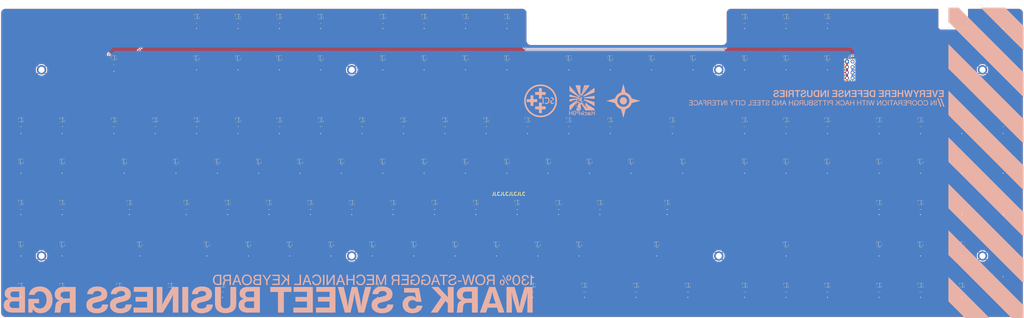
<source format=kicad_pcb>
(kicad_pcb (version 20211014) (generator pcbnew)
  (layers (0 "F.Cu" signal) (31 "B.Cu" signal) (34 "B.Paste" user) (35 "F.Paste" user) (36 "B.SilkS" user "B.Silkscreen") (37 "F.SilkS" user "F.Silkscreen") (38 "B.Mask" user) (39 "F.Mask" user) (44 "Edge.Cuts" user))
  (net 0 "")
  (net 1 "VBUS")
  (net 2 "LED")
  (net 3 "Net-(LD1-Pad1)")
  (net 4 "Net-(LD2-Pad1)")
  (net 5 "Net-(LD3-Pad1)")
  (net 6 "Net-(LD4-Pad1)")
  (net 7 "Net-(LD5-Pad1)")
  (net 8 "Net-(LD6-Pad1)")
  (net 9 "Net-(LD7-Pad1)")
  (net 10 "Net-(LD8-Pad1)")
  (net 11 "Net-(LD10-Pad3)")
  (net 12 "Net-(LD10-Pad1)")
  (net 13 "Net-(LD11-Pad1)")
  (net 14 "Net-(LD12-Pad1)")
  (net 15 "Net-(LD13-Pad3)")
  (net 16 "Net-(LD13-Pad1)")
  (net 17 "Net-(LD14-Pad3)")
  (net 18 "Net-(LD15-Pad3)")
  (net 19 "Net-(LD16-Pad3)")
  (net 20 "Net-(LD17-Pad3)")
  (net 21 "Net-(LD18-Pad3)")
  (net 22 "Net-(LD19-Pad3)")
  (net 23 "Net-(LD20-Pad3)")
  (net 24 "Net-(LD21-Pad3)")
  (net 25 "Net-(LD22-Pad3)")
  (net 26 "Net-(LD23-Pad3)")
  (net 27 "Net-(LD24-Pad3)")
  (net 28 "Net-(LD25-Pad3)")
  (net 29 "Net-(LD26-Pad3)")
  (net 30 "Net-(LD27-Pad3)")
  (net 31 "Net-(LD29-Pad1)")
  (net 32 "Net-(LD30-Pad1)")
  (net 33 "Net-(LD31-Pad1)")
  (net 34 "Net-(LD32-Pad1)")
  (net 35 "Net-(LD33-Pad1)")
  (net 36 "Net-(LD34-Pad1)")
  (net 37 "Net-(LD35-Pad1)")
  (net 38 "Net-(LD36-Pad1)")
  (net 39 "Net-(LD37-Pad1)")
  (net 40 "Net-(LD38-Pad1)")
  (net 41 "Net-(LD39-Pad1)")
  (net 42 "Net-(LD40-Pad1)")
  (net 43 "Net-(LD41-Pad1)")
  (net 44 "Net-(LD42-Pad1)")
  (net 45 "Net-(LD43-Pad1)")
  (net 46 "Net-(LD44-Pad1)")
  (net 47 "Net-(LD45-Pad1)")
  (net 48 "Net-(LD46-Pad1)")
  (net 49 "Net-(LD49-Pad1)")
  (net 50 "Net-(LD53-Pad3)")
  (net 51 "Net-(LD54-Pad3)")
  (net 52 "Net-(LD55-Pad3)")
  (net 53 "Net-(LD56-Pad3)")
  (net 54 "Net-(LD57-Pad3)")
  (net 55 "Net-(LD58-Pad3)")
  (net 56 "Net-(LD59-Pad3)")
  (net 57 "Net-(LD60-Pad3)")
  (net 58 "Net-(LD61-Pad3)")
  (net 59 "Net-(LD62-Pad3)")
  (net 60 "Net-(LD63-Pad3)")
  (net 61 "Net-(LD64-Pad3)")
  (net 62 "Net-(LD65-Pad3)")
  (net 63 "Net-(LD66-Pad3)")
  (net 64 "Net-(LD67-Pad3)")
  (net 65 "Net-(LD68-Pad3)")
  (net 66 "Net-(LD69-Pad3)")
  (net 67 "Net-(LD70-Pad3)")
  (net 68 "Net-(LD74-Pad1)")
  (net 69 "Net-(LD75-Pad1)")
  (net 70 "Net-(LD76-Pad1)")
  (net 71 "Net-(LD77-Pad1)")
  (net 72 "Net-(LD78-Pad1)")
  (net 73 "Net-(LD79-Pad1)")
  (net 74 "Net-(LD80-Pad1)")
  (net 75 "Net-(LD81-Pad1)")
  (net 76 "Net-(LD82-Pad1)")
  (net 77 "Net-(LD83-Pad1)")
  (net 78 "Net-(LD84-Pad1)")
  (net 79 "Net-(LD85-Pad1)")
  (net 80 "Net-(LD86-Pad1)")
  (net 81 "Net-(LD87-Pad1)")
  (net 82 "Net-(LD88-Pad1)")
  (net 83 "Net-(LD89-Pad1)")
  (net 84 "Net-(LD90-Pad1)")
  (net 85 "Net-(LD93-Pad3)")
  (net 86 "Net-(LD94-Pad3)")
  (net 87 "Net-(LD95-Pad3)")
  (net 88 "Net-(LD96-Pad3)")
  (net 89 "Net-(LD97-Pad3)")
  (net 90 "Net-(LD98-Pad3)")
  (net 91 "Net-(LD100-Pad1)")
  (net 92 "Net-(LD100-Pad3)")
  (net 93 "Net-(LD101-Pad3)")
  (net 94 "Net-(LD102-Pad3)")
  (net 95 "Net-(LD103-Pad3)")
  (net 96 "Net-(LD104-Pad3)")
  (net 97 "Net-(LD105-Pad3)")
  (net 98 "Net-(LD111-Pad1)")
  (net 99 "Net-(LD112-Pad1)")
  (net 100 "Net-(LD113-Pad1)")
  (net 101 "Net-(LD114-Pad1)")
  (net 102 "Net-(LD115-Pad1)")
  (net 103 "Net-(LD116-Pad1)")
  (net 104 "Net-(LD117-Pad1)")
  (net 105 "Net-(LD118-Pad1)")
  (net 106 "Net-(LD119-Pad1)")
  (net 107 "Net-(LD120-Pad1)")
  (net 108 "Net-(LD121-Pad1)")
  (net 109 "Net-(LD28-Pad1)")
  (net 110 "GND")
  (net 111 "Net-(LD48-Pad1)")
  (net 112 "Net-(LD52-Pad3)")
  (net 113 "Net-(LD91-Pad1)")
  (net 114 "Net-(LD110-Pad3)")
  (net 115 "Net-(LD122-Pad1)")
  (net 116 "Net-(LD123-Pad1)")
  (net 117 "Net-(LD124-Pad1)")
  (net 118 "Net-(LD125-Pad1)")
  (net 119 "Net-(LD126-Pad1)")
  (net 121 "Net-(LD71-Pad3)")
  (net 122 "Net-(LD111-Pad3)")
  (net 123 "Net-(LD47-Pad1)")
  (net 124 "Net-(LD72-Pad3)")
  (net 125 "Net-(LD106-Pad3)")
  (net 126 "Net-(LD107-Pad3)")
  (net 127 "Net-(LD108-Pad3)")
  (net 128 "Net-(LD109-Pad3)")
  (net 129 "Net-(LD50-Pad1)")
  (net 130 "Net-(LD51-Pad1)")
  (net 131 "Net-(LD51-Pad3)")
  (footprint "EDI:Passive_0402_1005Metric" (layer "F.Cu") (at 157.1625 152.4)
    (fp_text reference "LC14" hide)
    (fp_text value "100nF")
  )
  (footprint "EDI:WS2812B_2020" (layer "F.Cu") (at 309.5625 178.59375)
    (fp_text reference "LD41" hide)
    (fp_text value "WS2812C-2020")
  )
  (footprint "EDI:WS2812B_2020" (layer "F.Cu") (at 328.6125 178.59375)
    (fp_text reference "LD42" hide)
    (fp_text value "WS2812C-2020")
  )
  (footprint "EDI:WS2812B_2020" (layer "F.Cu") (at 490.5375 254.79375)
    (fp_text reference "LD126" hide)
    (fp_text value "WS2812C-2020")
  )
  (footprint "EDI:WS2812B_2020" (layer "F.Cu") (at 209.55 216.69375)
    (fp_text reference "LD81" hide)
    (fp_text value "WS2812C-2020")
  )
  (footprint "EDI:Passive_0402_1005Metric" (layer "F.Cu") (at 452.4375 219.075 180)
    (fp_text reference "LC89" hide)
    (fp_text value "100nF")
  )
  (footprint "EDI:WS2812B_2020" (layer "F.Cu") (at 452.4375 197.64375 180)
    (fp_text reference "LD70" hide)
    (fp_text value "WS2812C-2020")
  )
  (footprint "EDI:Passive_0402_1005Metric" (layer "F.Cu") (at 490.5375 219.075 180)
    (fp_text reference "LC91" hide)
    (fp_text value "100nF")
  )
  (footprint "EDI:WS2812B_2020" (layer "F.Cu") (at 142.875 235.74375 180)
    (fp_text reference "LD96" hide)
    (fp_text value "WS2812C-2020")
  )
  (footprint "EDI:Passive_0402_1005Metric" (layer "F.Cu") (at 452.4375 257.175 180)
    (fp_text reference "LC124" hide)
    (fp_text value "100nF")
  )
  (footprint "EDI:Passive_0402_1005Metric" (layer "F.Cu") (at 233.3625 180.975 180)
    (fp_text reference "LC37" hide)
    (fp_text value "100nF")
  )
  (footprint "EDI:WS2812B_2020" (layer "F.Cu") (at 266.7 216.69375)
    (fp_text reference "LD84" hide)
    (fp_text value "WS2812C-2020")
  )
  (footprint "EDI:SolderableHole-M2" (layer "F.Cu") (at 500.0625 241.3)
    (fp_text reference "H8" hide)
    (fp_text value "MountingHole_Pad" hide)
  )
  (footprint "EDI:WS2812B_2020" (layer "F.Cu") (at 161.925 235.74375 180)
    (fp_text reference "LD97" hide)
    (fp_text value "WS2812C-2020")
  )
  (footprint "EDI:WS2812B_2020" (layer "F.Cu") (at 242.8875 197.64375 180)
    (fp_text reference "LD60" hide)
    (fp_text value "WS2812C-2020")
  )
  (footprint "EDI:WS2812B_2020" (layer "F.Cu") (at 509.575 130.96875)
    (fp_text reference "LDE1" hide)
    (fp_text value "WS2812C-2020")
  )
  (footprint "EDI:Passive_0402_1005Metric" (layer "F.Cu") (at 340.51875 257.175 180)
    (fp_text reference "LC119" hide)
    (fp_text value "100nF")
  )
  (footprint "EDI:WS2812B_2020" (layer "F.Cu") (at 176.2125 178.59375)
    (fp_text reference "LD34" hide)
    (fp_text value "WS2812C-2020")
  )
  (footprint "EDI:WS2812B_2020" (layer "F.Cu") (at 390.525 254.79375)
    (fp_text reference "LD121" hide)
    (fp_text value "WS2812C-2020")
  )
  (footprint "EDI:WS2812B_2020" (layer "F.Cu") (at 276.225 235.74375 180)
    (fp_text reference "LD103" hide)
    (fp_text value "WS2812C-2020")
  )
  (footprint "EDI:WS2812B_2020" (layer "F.Cu") (at 354.80625 216.69375)
    (fp_text reference "LD88" hide)
    (fp_text value "WS2812C-2020")
  )
  (footprint "EDI:WS2812B_2020" (layer "F.Cu") (at 285.75 216.69375)
    (fp_text reference "LD85" hide)
    (fp_text value "WS2812C-2020")
  )
  (footprint "EDI:Passive_0402_1005Metric" (layer "F.Cu") (at 57.15 180.975 180)
    (fp_text reference "LC28" hide)
    (fp_text value "100nF")
  )
  (footprint "EDI:Passive_0402_1005Metric" (layer "F.Cu") (at 257.175 238.125)
    (fp_text reference "LC102" hide)
    (fp_text value "100nF")
  )
  (footprint "EDI:Passive_0402_1005Metric" (layer "F.Cu") (at 271.4625 180.975 180)
    (fp_text reference "LC39" hide)
    (fp_text value "100nF")
  )
  (footprint "EDI:WS2812B_2020" (layer "F.Cu") (at 157.1625 130.96875)
    (fp_text reference "LD3" hide)
    (fp_text value "WS2812C-2020")
  )
  (footprint "EDI:Passive_0402_1005Metric" (layer "F.Cu") (at 280.9875 133.35 180)
    (fp_text reference "LC9" hide)
    (fp_text value "100nF")
  )
  (footprint "EDI:Passive_0402_1005Metric" (layer "F.Cu") (at 242.8875 200.025)
    (fp_text reference "LC60" hide)
    (fp_text value "100nF")
  )
  (footprint "EDI:WS2812B_2020" (layer "F.Cu") (at 138.1125 178.59375)
    (fp_text reference "LD32" hide)
    (fp_text value "WS2812C-2020")
  )
  (footprint "EDI:WS2812B_2020" (layer "F.Cu") (at 347.6625 150.01875 180)
    (fp_text reference "LD23" hide)
    (fp_text value "WS2812C-2020")
  )
  (footprint "EDI:Passive_0402_1005Metric" (layer "F.Cu") (at 180.975 238.125)
    (fp_text reference "LC98" hide)
    (fp_text value "100nF")
  )
  (footprint "EDI:Passive_0402_1005Metric" (layer "F.Cu") (at 214.3125 180.975 180)
    (fp_text reference "LC36" hide)
    (fp_text value "100nF")
  )
  (footprint "EDI:Passive_0402_1005Metric" (layer "F.Cu") (at 126.20625 257.175 180)
    (fp_text reference "LC114" hide)
    (fp_text value "100nF")
  )
  (footprint "EDI:Passive_0402_1005Metric" (layer "F.Cu") (at 138.1125 133.35 180)
    (fp_text reference "LC2" hide)
    (fp_text value "100nF")
  )
  (footprint "EDI:WS2812B_2020" (layer "F.Cu") (at 452.4375 178.59375)
    (fp_text reference "LD47" hide)
    (fp_text value "WS2812C-2020")
  )
  (footprint "EDI:WS2812B_2020" (layer "F.Cu") (at 111.91875 235.74375 180)
    (fp_text reference "LD95" hide)
    (fp_text value "WS2812C-2020")
  )
  (footprint "EDI:WS2812B_2020" (layer "F.Cu") (at 304.8 216.69375)
    (fp_text reference "LD86" hide)
    (fp_text value "WS2812C-2020")
  )
  (footprint "EDI:Passive_0402_1005Metric" (layer "F.Cu") (at 316.70625 257.175 180)
    (fp_text reference "LC118" hide)
    (fp_text value "100nF")
  )
  (footprint "EDI:Passive_0402_1005Metric" (layer "F.Cu") (at 195.2625 133.35 180)
    (fp_text reference "LC5" hide)
    (fp_text value "100nF")
  )
  (footprint "EDI:WS2812B_2020" (layer "F.Cu") (at 76.2 216.69375)
    (fp_text reference "LD75" hide)
    (fp_text value "WS2812C-2020")
  )
  (footprint "EDI:WS2812B_2020" (layer "F.Cu") (at 338.1375 197.64375 180)
    (fp_text reference "LD65" hide)
    (fp_text value "WS2812C-2020")
  )
  (footprint "EDI:Passive_0402_1005Metric" (layer "F.Cu") (at 228.6 219.075 180)
    (fp_text reference "LC82" hide)
    (fp_text value "100nF")
  )
  (footprint "EDI:Passive_0402_1005Metric" (layer "F.Cu") (at 223.8375 133.35 180)
    (fp_text reference "LC6" hide)
    (fp_text value "100nF")
  )
  (footprint "EDI:WS2812B_2020" (layer "F.Cu") (at 223.8375 130.96875)
    (fp_text reference "LD6" hide)
    (fp_text value "WS2812C-2020")
  )
  (footprint "EDI:Passive_0402_1005Metric" (layer "F.Cu") (at 409.575 238.125)
    (fp_text reference "LC107" hide)
    (fp_text value "100nF")
  )
  (footprint "EDI:Passive_0402_1005Metric" (layer "F.Cu") (at 209.55 219.075 180)
    (fp_text reference "LC81" hide)
    (fp_text value "100nF")
  )
  (footprint "EDI:Passive_0402_1005Metric" (layer "F.Cu") (at 76.2 200.025)
    (fp_text reference "LC52" hide)
    (fp_text value "100nF")
  )
  (footprint "EDI:WS2812B_2020" (layer "F.Cu") (at 147.6375 197.64375 180)
    (fp_text reference "LD55" hide)
    (fp_text value "WS2812C-2020")
  )
  (footprint "EDI:WS2812B_2020" (layer "F.Cu") (at 509.5875 178.59375)
    (fp_text reference "LD50" hide)
    (fp_text value "WS2812C-2020")
  )
  (footprint "EDI:WS2812B_2020" (layer "F.Cu") (at 223.8375 150.01875 180)
    (fp_text reference "LD17" hide)
    (fp_text value "WS2812C-2020")
  )
  (footprint "EDI:WS2812B_2020" (layer "F.Cu") (at 57.15 178.59375)
    (fp_text reference "LD28" hide)
    (fp_text value "WS2812C-2020")
  )
  (footprint "EDI:Passive_0402_1005Metric" (layer "F.Cu") (at 509.5875 200.025)
    (fp_text reference "LC73" hide)
    (fp_text value "100nF")
  )
  (footprint "EDI:SolderableHole-M2" (layer "F.Cu") (at 209.55 155.575)
    (fp_text reference "H2" hide)
    (fp_text value "MountingHole_Pad" hide)
  )
  (footprint "EDI:WS2812B_2020" (layer "F.Cu") (at 409.575 197.64375 180)
    (fp_text reference "LD68" hide)
    (fp_text value "WS2812C-2020")
  )
  (footprint "EDI:Passive_0402_1005Metric" (layer "F.Cu") (at 57.15 200.025)
    (fp_text reference "LC51" hide)
    (fp_text value "100nF")
  )
  (footprint "EDI:Passive_0402_1005Metric" (layer "F.Cu") (at 252.4125 180.975 180)
    (fp_text reference "LC38" hide)
    (fp_text value "100nF")
  )
  (footprint "EDI:WS2812B_2020" (layer "F.Cu") (at 221.45625 254.79375)
    (fp_text reference "LD116" hide)
    (fp_text value "WS2812C-2020")
  )
  (footprint "EDI:WS2812B_2020" (layer "F.Cu") (at 261.9375 197.64375 180)
    (fp_text reference "LD61" hide)
    (fp_text value "WS2812C-2020")
  )
  (footprint "EDI:WS2812B_2020" (layer "F.Cu") (at 138.1125 130.96875)
    (fp_text reference "LD2" hide)
    (fp_text value "WS2812C-2020")
  )
  (footprint "EDI:WS2812B_2020" (layer "F.Cu") (at 409.575 130.96875)
    (fp_text reference "LD11" hide)
    (fp_text value "WS2812C-2020")
  )
  (footprint "EDI:WS2812B_2020" (layer "F.Cu") (at 428.625 178.59375)
    (fp_text reference "LD46" hide)
    (fp_text value "WS2812C-2020")
  )
  (footprint "EDI:Passive_0402_1005Metric" (layer "F.Cu") (at 242.8875 152.4)
    (fp_text reference "LC18" hide)
    (fp_text value "100nF")
  )
  (footprint "EDI:WS2812B_2020" (layer "F.Cu") (at 252.4125 178.59375)
    (fp_text reference "LD38" hide)
    (fp_text value "WS2812C-2020")
  )
  (footprint "EDI:WS2812B_2020" (layer "F.Cu") (at 176.2125 130.96875)
    (fp_text reference "LD4" hide)
    (fp_text value "WS2812C-2020")
  )
  (footprint "EDI:Passive_0402_1005Metric" (layer "F.Cu") (at 166.6875 200.025)
    (fp_text reference "LC56" hide)
    (fp_text value "100nF")
  )
  (footprint "EDI:WS2812B_2020" (layer "F.Cu") (at 316.70625 254.79375)
    (fp_text reference "LD118" hide)
    (fp_text value "WS2812C-2020")
  )
  (footprint "EDI:WS2812B_2020" (layer "F.Cu") (at 152.4 216.69375)
    (fp_text reference "LD78" hide)
    (fp_text value "WS2812C-2020")
  )
  (footprint "EDI:WS2812B_2020" (layer "F.Cu") (at 100.0125 150.01875)
    (fp_text reference "LD1" hide)
    (fp_text value "WS2812C-2020")
  )
  (footprint "EDI:Passive_0402_1005Metric" (layer "F.Cu") (at 223.8375 200.025)
    (fp_text reference "LC59" hide)
    (fp_text value "100nF")
  )
  (footprint "EDI:Passive_0402_1005Metric" (layer "F.Cu") (at 509.5875 219.075 180)
    (fp_text reference "LC92" hide)
    (fp_text value "100nF")
  )
  (footprint "EDI:Passive_0402_1005Metric" (layer "F.Cu") (at 261.9375 133.35 180)
    (fp_text reference "LC8" hide)
    (fp_text value "100nF")
  )
  (footprint "EDI:Passive_0402_1005Metric" (layer "F.Cu") (at 319.0875 200.025)
    (fp_text reference "LC64" hide)
    (fp_text value "100nF")
  )
  (footprint "EDI:WS2812B_2020" (layer "F.Cu") (at 57.15 235.74375 180)
    (fp_text reference "LD93" hide)
    (fp_text value "WS2812C-2020")
  )
  (footprint "EDI:WS2812B_2020" (layer "F.Cu") (at 390.525 150.01875 180)
    (fp_text reference "LD25" hide)
    (fp_text value "WS2812C-2020")
  )
  (footprint "EDI:WS2812B_2020" (layer "F.Cu") (at 292.89375 254.79375)
    (fp_text reference "LD117" hide)
    (fp_text value "WS2812C-2020")
  )
  (footprint "EDI:Passive_0402_1005Metric" (layer "F.Cu") (at 409.575 257.175 180)
    (fp_text reference "LC122" hide)
    (fp_text value "100nF")
  )
  (footprint "EDI:Passive_0402_1005Metric" (layer "F.Cu") (at 176.2125 152.4)
    (fp_text reference "LC15" hide)
    (fp_text value "100nF")
  )
  (footprint "EDI:Passive_0402_1005Metric" (layer "F.Cu") (at 509.5875 180.975 180)
    (fp_text reference "LC50" hide)
    (fp_text value "100nF")
  )
  (footprint "EDI:Passive_0402_1005Metric" (layer "F.Cu") (at 280.9875 152.4)
    (fp_text reference "LC20" hide)
    (fp_text value "100nF")
  )
  (footprint "EDI:WS2812B_2020" (layer "F.Cu") (at 323.85 216.69375)
    (fp_text reference "LD87" hide)
    (fp_text value "WS2812C-2020")
  )
  (footprint "EDI:WS2812B_2020" (layer "F.Cu") (at 180.975 235.74375 180)
    (fp_text reference "LD98" hide)
    (fp_text value "WS2812C-2020")
  )
  (footprint "EDI:WS2812B_2020" (layer "F.Cu") (at 219.075 235.74375 180)
    (fp_text reference "LD100" hide)
    (fp_text value "WS2812C-2020")
  )
  (footprint "EDI:WS2812B_2020" (layer "F.Cu") (at 76.2 197.64375 180)
    (fp_text reference "LD52" hide)
    (fp_text value "WS2812C-2020")
  )
  (footprint "EDI:WS2812B_2020" (layer "F.Cu") (at 242.8875 150.01875 180)
    (fp_text reference "LD18" hide)
    (fp_text value "WS2812C-2020")
  )
  (footprint "EDI:WS2812B_2020" (layer "F.Cu") (at 428.625 130.96875)
    (fp_text reference "LD12" hide)
    (fp_text value "WS2812C-2020")
  )
  (footprint "EDI:Passive_0402_1005Metric" (layer "F.Cu") (at 76.2 238.125)
    (fp_text reference "LC94" hide)
    (fp_text value "100nF")
  )
  (footprint "EDI:Passive_0402_1005Metric" (layer "F.Cu") (at 428.625 180.975 180)
    (fp_text reference "LC46" hide)
    (fp_text value "100nF")
  )
  (footprint "EDI:Passive_0402_1005Metric" (layer "F.Cu") (at 119.0625 180.975 180)
    (fp_text reference "LC31" hide)
    (fp_text value "100nF")
  )
  (footprint "EDI:WS2812B_2020" (layer "F.Cu") (at 490.5375 235.74375 180)
    (fp_text reference "LD110" hide)
    (fp_text value "WS2812C-2020")
  )
  (footprint "EDI:Passive_0402_1005Metric" (layer "F.Cu") (at 138.1125 152.4)
    (fp_text reference "LC13" hide)
    (fp_text value "100nF")
  )
  (footprint "EDI:Passive_0402_1005Metric" (layer "F.Cu") (at 452.4375 238.125)
    (fp_text reference "LC108" hide)
    (fp_text value "100nF")
  )
  (footprint "EDI:Passive_0402_1005Metric" (layer "F.Cu") (at 428.625 133.35 180)
    (fp_text reference "LC12" hide)
    (fp_text value "100nF")
  )
  (footprint "EDI:Passive_0402_1005Metric" (layer "F.Cu") (at 314.325 238.125)
    (fp_text reference "LC105" hide)
    (fp_text value "100nF")
  )
  (footprint "EDI:WS2812B_2020" (layer "F.Cu") (at 390.525 178.59375)
    (fp_text reference "LD44" hide)
    (fp_text value "WS2812C-2020")
  )
  (footprint "EDI:Passive_0402_1005Metric" (layer "F.Cu") (at 204.7875 200.025)
    (fp_text reference "LC58" hide)
    (fp_text value "100nF")
  )
  (footprint "EDI:Passive_0402_1005Metric" (layer "F.Cu") (at 223.8375 152.4)
    (fp_text reference "LC17" hide)
    (fp_text value "100nF")
  )
  (footprint "EDI:WS2812B_2020" (layer "F.Cu") (at 409.575 254.79375)
    (fp_text reference "LD122" hide)
    (fp_text value "WS2812C-2020")
  )
  (footprint "EDI:WS2812B_2020" (layer "F.Cu") (at 261.9375 130.96875)
    (fp_text reference "LD8" hide)
    (fp_text value "WS2812C-2020")
  )
  (footprint "EDI:WS2812B_2020" (layer "F.Cu") (at 471.4875 197.64375 180)
    (fp_text reference "LD71" hide)
    (fp_text value "WS2812C-2020")
  )
  (footprint "EDI:Passive_0402_1005Metric" (layer "F.Cu") (at 200.025 238.125)
    (fp_text reference "LC99" hide)
    (fp_text value "100nF")
  )
  (footprint "EDI:Passive_0402_1005Metric" (layer "F.Cu") (at 509.5875 133.35 180)
    (fp_text reference "LCE1" hide)
    (fp_text value "100nF")
  )
  (footprint "EDI:Passive_0402_1005Metric" (layer "F.Cu") (at 276.225 238.125)
    (fp_text reference "LC103" hide)
    (fp_text value "100nF")
  )
  (footprint "EDI:WS2812B_2020" (layer "F.Cu") (at 76.2 254.79375)
    (fp_text reference "LD112" hide)
    (fp_text value "WS2812C-2020")
  )
  (footprint "EDI:Passive_0402_1005Metric" (layer "F.Cu") (at 328.6125 152.4)
    (fp_text reference "LC22" hide)
    (fp_text value "100nF")
  )
  (footprint "EDI:WS2812B_2020" (layer "F.Cu") (at 119.0625 178.59375)
    (fp_text reference "LD31" hide)
    (fp_text value "WS2812C-2020")
  )
  (footprint "EDI:Passive_0402_1005Metric" (layer "F.Cu") (at 428.625 200.025)
    (fp_text reference "LC69" hide)
    (fp_text value "100nF")
  )
  (footprint "EDI:Passive_0402_1005Metric" (layer "F.Cu") (at 238.125 238.125)
    (fp_text reference "LC101" hide)
    (fp_text value "100nF")
  )
  (footprint "EDI:WS2812B_2020" (layer "F.Cu") (at 309.5625 150.01875 180)
    (fp_text reference "LD21" hide)
    (fp_text value "WS2812C-2020")
  )
  (footprint "EDI:Passive_0402_1005Metric" (layer "F.Cu") (at 157.1625 133.35 180)
    (fp_text reference "LC3" hide)
    (fp_text value "100nF")
  )
  (footprint "EDI:Passive_0402_1005Metric" (layer "F.Cu") (at 147.6375 200.025)
    (fp_text reference "LC55" hide)
    (fp_text value "100nF")
  )
  (footprint "EDI:Passive_0402_1005Metric" (layer "F.Cu") (at 471.4875 257.175 180)
    (fp_text reference "LC125" hide)
    (fp_text value "100nF")
  )
  (footprint "EDI:SolderableHole-M2" (layer "F.Cu") (at 378.61875 241.3)
    (fp_text reference "H7" hide)
    (fp_text value "MountingHole_Pad" hide)
  )
  (footprint "EDI:Passive_0402_1005Metric" (layer "F.Cu") (at 366.7125 152.4)
    (fp_text reference "LC24" hide)
    (fp_text value "100nF")
  )
  (footprint "EDI:WS2812B_2020" (layer "F.Cu") (at 57.15 197.64375 180)
    (fp_text reference "LD51" hide)
    (fp_text value "WS2812C-2020")
  )
  (footprint "EDI:Passive_0402_1005Metric" (layer "F.Cu") (at 428.625 257.175 180)
    (fp_text reference "LC123" hide)
    (fp_text value "100nF")
  )
  (footprint "EDI:Passive_0402_1005Metric" (layer "F.Cu") (at 138.1125 180.975 180)
    (fp_text reference "LC32" hide)
    (fp_text value "100nF")
  )
  (footprint "EDI:Passive_0402_1005Metric" (layer "F.Cu") (at 171.45 219.075 180)
    (fp_text reference "LC79" hide)
    (fp_text value "100nF")
  )
  (footprint "EDI:WS2812B_2020" (layer "F.Cu") (at 428.625 197.64375 180)
    (fp_text reference "LD69" hide)
    (fp_text value "WS2812C-2020")
  )
  (footprint "EDI:WS2812B_2020" (layer "F.Cu") (at 364.33125 254.79375)
    (fp_text reference "LD120" hide)
    (fp_text value "WS2812C-2020")
  )
  (footprint "EDI:Passive_0402_1005Metric" (layer "F.Cu") (at 261.9375 152.4)
    (fp_text reference "LC19" hide)
    (fp_text value "100nF")
  )
  (footprint "EDI:SolderableHole-M2" (layer "F.Cu") (at 66.675 241.3)
    (fp_text reference "H5" hide)
    (fp_text value "MountingHole_Pad" hide)
  )
  (footprint "EDI:WS2812B_2020" (layer "F.Cu") (at 452.4375 216.69375)
    (fp_text reference "LD89" hide)
    (fp_text value "WS2812C-2020")
  )
  (footprint "EDI:WS2812B_2020" (layer "F.Cu") (at 261.9375 150.01875 180)
    (fp_text reference "LD19" hide)
    (fp_text value "WS2812C-2020")
  )
  (footprint "EDI:Passive_0402_1005Metric" (layer "F.Cu") (at 295.275 238.125)
    (fp_text reference "LC104" hide)
    (fp_text value "100nF")
  )
  (footprint "EDI:Passive_0402_1005Metric" (layer "F.Cu") (at 57.15 257.175 180)
    (fp_text reference "LC111" hide)
    (fp_text value "100nF")
  )
  (footprint "EDI:WS2812B_2020" (layer "F.Cu") (at 195.2625 178.59375)
    (fp_text reference "LD35" hide)
    (fp_text value "WS2812C-2020")
  )
  (footprint "EDI:Passive_0402_1005Metric" (layer "F.Cu") (at 504.03125 253.111 180)
    (fp_text reference "LC127" hide)
    (fp_text value "100nF")
  )
  (footprint "EDI:WS2812B_2020" (layer "F.Cu") (at 390.525 130.96875)
    (fp_text reference "LD10" hide)
    (fp_text value "WS2812C-2020")
  )
  (footprint "EDI:Passive_0402_1005Metric" (layer "F.Cu") (at 261.9375 200.025)
    (fp_text reference "LC61" hide)
    (fp_text value "100nF")
  )
  (footprint "EDI:Passive_0402_1005Metric" (layer "F.Cu") (at 102.39375 257.175 180)
    (fp_text reference "LC113" hide)
    (fp_text value "100nF")
  )
  (footprint "EDI:Passive_0402_1005Metric" (layer "F.Cu") (at 304.8 219.075 180)
    (fp_text reference "LC86" hide)
    (fp_text value "100nF")
  )
  (footprint "EDI:Passive_0402_1005Metric" (layer "F.Cu") (at 309.5625 152.4)
    (fp_text reference "LC21" hide)
    (fp_text value "100nF")
  )
  (footprint "EDI:Passive_0402_1005Metric" (layer "F.Cu") (at 490.5375 238.125)
    (fp_text reference "LC110" hide)
    (fp_text value "100nF")
  )
  (footprint "EDI:WS2812B_2020" (layer "F.Cu") (at 280.9875 130.96875)
    (fp_text reference "LD9" hide)
    (fp_text value "WS2812C-2020")
  )
  (footprint "EDI:Passive_0402_1005Metric" (layer "F.Cu") (at 490.5375 257.175 180)
    (fp_text reference "LC126" hide)
    (fp_text value "100nF")
  )
  (footprint "EDI:Passive_0402_1005Metric" (layer "F.Cu") (at 157.1625 180.975 180)
    (fp_text reference "LC33" hide)
    (fp_text value "100nF")
  )
  (footprint "EDI:WS2812B_2020" (layer "F.Cu") (at 238.125 235.74375 180)
    (fp_text reference "LD101" hide)
    (fp_text value "WS2812C-2020")
  )
  (footprint "EDI:Passive_0402_1005Metric" (layer "F.Cu") (at 292.89375 257.175 180)
    (fp_text reference "LC117" hide)
    (fp_text value "100nF")
  )
  (footprint "EDI:Passive_0402_1005Metric" (layer "F.Cu") (at 150.01875 257.175 180)
    (fp_text reference "LC115" hide)
    (fp_text value "100nF")
  )
  (footprint "EDI:Passive_0402_1005Metric" (layer "F.Cu") (at 97.63125 150.01875 -90)
    (fp_text reference "R1" hide)
    (fp_text value "5k1")
  )
  (footprint "EDI:Passive_0402_1005Metric" (layer "F.Cu") (at 390.525 152.4)
    (fp_text reference "LC25" hide)
    (fp_text value "100nF")
  )
  (footprint "Connector_PinHeader_2.54mm:PinHeader_2x04_P2.54mm_Vertical" (layer "F.Cu") (at 437.66875 151.775)
    (fp_text reference "J1")
    (fp_text value "Bridge")
  )
  (footprint "EDI:WS2812B_2020" (layer "F.Cu") (at 102.39375 254.79375)
    (fp_text reference "LD113" hide)
    (fp_text value "WS2812C-2020")
  )
  (footprint "EDI:WS2812B_2020" (layer "F.Cu") (at 280.9875 150.01875 180)
    (fp_text reference "LD20" hide)
    (fp_text value "WS2812C-2020")
  )
  (footprint "EDI:Passive_0402_1005Metric" (layer "F.Cu") (at 195.2625 180.975 180)
    (fp_text reference "LC35" hide)
    (fp_text value "100nF")
  )
  (footprint "EDI:WS2812B_2020" (layer "F.Cu") (at 471.4875 178.59375)
    (fp_text reference "LD48" hide)
    (fp_text value "WS2812C-2020")
  )
  (footprint "EDI:Passive_0402_1005Metric" (layer "F.Cu") (at 76.2 219.075 180)
    (fp_text reference "LC75" hide)
    (fp_text value "100nF")
  )
  (footprint "EDI:WS2812B_2020" (layer "F.Cu") (at 57.15 216.69375)
    (fp_text reference "LD74" hide)
    (fp_text value "WS2812C-2020")
  )
  (footprint "EDI:SolderableHole-M2" (layer "F.Cu") (at 66.675 155.575)
    (fp_text reference "H1" hide)
    (fp_text value "MountingHole_Pad" hide)
  )
  (footprint "EDI:WS2812B_2020" (layer "F.Cu") (at 128.5875 197.64375 180)
    (fp_text reference "LD54" hide)
    (fp_text value "WS2812C-2020")
  )
  (footprint "EDI:WS2812B_2020" (layer "F.Cu") (at 314.325 235.74375 180)
    (fp_text reference "LD105" hide)
    (fp_text value "WS2812C-2020")
  )
  (footprint "EDI:WS2812B_2020" (layer "F.Cu") (at 133.35 216.69375)
    (fp_text reference "LD77" hide)
    (fp_text value "WS2812C-2020")
  )
  (footprint "EDI:Passive_0402_1005Metric" (layer "F.Cu") (at 195.2625 152.4)
    (fp_text reference "LC16" hide)
    (fp_text value "100nF")
  )
  (footprint "EDI:WS2812B_2020" (layer "F.Cu") (at 200.025 235.74375 180)
    (fp_text reference "LD99" hide)
    (fp_text value "WS2812C-2020")
  )
  (footprint "EDI:Passive_0402_1005Metric" (layer "F.Cu") (at 221.45625 257.175 180)
    (fp_text reference "LC116" hide)
    (fp_text value "100nF")
  )
  (footprint "EDI:WS2812B_2020" (layer "F.Cu") (at 107.15625 216.69375)
    (fp_text reference "LD76" hide)
    (fp_text value "WS2812C-2020")
  )
  (footprint "EDI:WS2812B_2020" (layer "F.Cu") (at 100.0125 178.59375)
    (fp_text reference "LD30" hide)
    (fp_text value "WS2812C-2020")
  )
  (footprint "EDI:Passive_0402_1005Metric" (layer "F.Cu") (at 219.075 238.125)
    (fp_text reference "LC100" hide)
    (fp_text value "100nF")
  )
  (footprint "EDI:Passive_0402_1005Metric" (layer "F.Cu") (at 390.525 180.975 180)
    (fp_text reference "LC44" hide)
    (fp_text value "100nF")
  )
  (footprint "EDI:Passive_0402_1005Metric" (layer "F.Cu") (at 76.2 257.175 180)
    (fp_text reference "LC112" hide)
    (fp_text value "100nF")
  )
  (footprint "EDI:Passive_0402_1005Metric" (layer "F.Cu") (at 100.0125 152.4 180)
    (fp_text reference "LC1" hide)
    (fp_text value "100nF")
  )
  (footprint "EDI:WS2812B_2020" (layer "F.Cu") (at 76.2 178.59375)
    (fp_text reference "LD29" hide)
    (fp_text value "WS2812C-2020")
  )
  (footprint "EDI:WS2812B_2020" (layer "F.Cu") (at 490.5375 178.59375)
    (fp_text reference "LD49" hide)
    (fp_text value "WS2812C-2020")
  )
  (footprint "EDI:WS2812B_2020" (layer "F.Cu") (at 390.525 197.64375 180)
    (fp_text reference "LD67" hide)
    (fp_text value "WS2812C-2020")
  )
  (footprint "EDI:Passive_0402_1005Metric" (layer "F.Cu") (at 471.4875 238.125)
    (fp_text reference "LC109" hide)
    (fp_text value "100nF")
  )
  (footprint "EDI:Passive_0402_1005Metric" (layer "F.Cu") (at 338.1375 200.025)
    (fp_text reference "LC65" hide)
    (fp_text value "100nF")
  )
  (footprint "EDI:WS2812B_2020" (layer "F.Cu") (at 409.575 178.59375)
    (fp_text reference "LD45" hide)
    (fp_text value "WS2812C-2020")
  )
  (footprint "EDI:WS2812B_2020" (layer "F.Cu") (at 280.9875 197.64375 180)
    (fp_text reference "LD62" hide)
    (fp_text value "WS2812C-2020")
  )
  (footprint "EDI:WS2812B_2020" (layer "F.Cu") (at 290.5125 178.59375)
    (fp_text reference "LD40" hide)
    (fp_text value "WS2812C-2020")
  )
  (footprint "EDI:Passive_0402_1005Metric" (layer "F.Cu") (at 57.15 219.075 180)
    (fp_text reference "LC74" hide)
    (fp_text value "100nF")
  )
  (footprint "EDI:WS2812B_2020" (layer "F.Cu") (at 471.4875 235.74375 180)
    (fp_text reference "LD109" hide)
    (fp_text value "WS2812C-2020")
  )
  (footprint "EDI:WS2812B_2020" (layer "F.Cu") (at 366.7125 150.01875 180)
    (fp_text reference "LD24" hide)
    (fp_text value "WS2812C-2020")
  )
  (footprint "EDI:Passive_0402_1005Metric" (layer "F.Cu") (at 309.5625 180.975 180)
    (fp_text reference "LC41" hide)
    (fp_text value "100nF")
  )
  (footprint "EDI:Passive_0402_1005Metric" (layer "F.Cu") (at 409.575 152.4)
    (fp_text reference "LC26" hide)
    (fp_text value "100nF")
  )
  (footprint "EDI:SolderableHole-M2" (layer "F.Cu") (at 378.61875 155.575)
    (fp_text reference "H3" hide)
    (fp_text value "MountingHole_Pad" hide)
  )
  (footprint "EDI:Passive_0402_1005Metric" (layer "F.Cu") (at 290.5125 180.975 180)
    (fp_text reference "LC40" hide)
    (fp_text value "100nF")
  )
  (footprint "EDI:WS2812B_2020" (layer "F.Cu") (at 150.01875 254.79375)
    (fp_text reference "LD115" hide)
    (fp_text value "WS2812C-2020")
  )
  (footprint "EDI:WS2812B_2020" (layer "F.Cu") (at 428.625 150.01875 180)
    (fp_text reference "LD27" hide)
    (fp_text value "WS2812C-2020")
  )
  (footprint "EDI:WS2812B_2020" (layer "F.Cu") (at 247.65 216.69375)
    (fp_text reference "LD83" hide)
    (fp_text value "WS2812C-2020")
  )
  (footprint "EDI:WS2812B_2020" (layer "F.Cu") (at 452.4375 235.74375 180)
    (fp_text reference "LD108" hide)
    (fp_text value "WS2812C-2020")
  )
  (footprint "EDI:Passive_0402_1005Metric" (layer "F.Cu") (at 133.35 219.075 180)
    (fp_text reference "LC77" hide)
    (fp_text value "100nF")
  )
  (footprint "EDI:Passive_0402_1005Metric" (layer "F.Cu") (at 247.65 219.075 180)
    (fp_text reference "LC83" hide)
    (fp_text value "100nF")
  )
  (footprint "EDI:WS2812B_2020" (layer "F.Cu") (at 185.7375 197.64375 180)
    (fp_text reference "LD57" hide)
    (fp_text value "WS2812C-2020")
  )
  (footprint "EDI:WS2812B_2020" (layer "F.Cu") (at 471.4875 216.69375)
    (fp_text reference "LD90" hide)
    (fp_text value "WS2812C-2020")
  )
  (footprint "EDI:WS2812B_2020" (layer "F.Cu") (at 452.4375 254.79375)
    (fp_text reference "LD124" hide)
    (fp_text value "WS2812C-2020")
  )
  (footprint "EDI:WS2812B_2020" (layer "F.Cu") (at 228.6 216.69375)
    (fp_text reference "LD82" hide)
    (fp_text value "WS2812C-2020")
  )
  (footprint "EDI:SolderableHole-M2" (layer "F.Cu") (at 500.0625 155.575)
    (fp_text reference "H4" hide)
    (fp_text value "MountingHole_Pad" hide)
  )
  (footprint "EDI:Passive_0402_1005Metric" (layer "F.Cu") (at 176.2125 133.35 180)
    (fp_text reference "LC4" hide)
    (fp_text value "100nF")
  )
  (footprint "EDI:Passive_0402_1005Metric" (layer "F.Cu") (at 328.6125 180.975 180)
    (fp_text reference "LC42" hide)
    (fp_text value "100nF")
  )
  (footprint "EDI:WS2812B_2020" (layer "F.Cu") (at 166.6875 197.64375 180)
    (fp_text reference "LD56" hide)
    (fp_text value "WS2812C-2020")
  )
  (footprint "EDI:WS2812B_2020" (layer "F.Cu") (at 504.03125 250.825)
    (fp_text reference "LD127" hide)
    (fp_text value "WS2812C-2020")
  )
  (footprint "EDI:Passive_0402_1005Metric" (layer "F.Cu") (at 390.525 257.175 180)
    (fp_text reference "LC121" hide)
    (fp_text value "100nF")
  )
  (footprint "EDI:WS2812B_2020" (layer "F.Cu") (at 195.2625 150.01875 180)
    (fp_text reference "LD16" hide)
    (fp_text value "WS2812C-2020")
  )
  (footprint "EDI:WS2812B_2020" (layer "F.Cu") (at 357.1875 178.59375)
    (fp_text reference "LD43" hide)
    (fp_text value "WS2812C-2020")
  )
  (footprint "EDI:Passive_0402_1005Metric" (layer "F.Cu") (at 409.575 180.975 180)
    (fp_text reference "LC45" hide)
    (fp_text value "100nF")
  )
  (footprint "EDI:Passive_0402_1005Metric" (layer "F.Cu") (at 490.5375 180.975 180)
    (fp_text reference "LC49" hide)
    (fp_text value "100nF")
  )
  (footprint "EDI:Passive_0402_1005Metric" (layer "F.Cu") (at 142.875 238.125)
    (fp_text reference "LC96" hide)
    (fp_text value "100nF")
  )
  (footprint "EDI:WS2812B_2020" (layer "F.Cu") (at 300.0375 197.64375 180)
    (fp_text reference "LD63" hide)
    (fp_text value "WS2812C-2020")
  )
  (footprint "EDI:Passive_0402_1005Metric" (layer "F.Cu") (at 354.80625 219.075 180)
    (fp_text reference "LC88" hide)
    (fp_text value "100nF")
  )
  (footprint "EDI:WS2812B_2020" (layer "F.Cu") (at 471.4875 254.79375)
    (fp_text reference "LD125" hide)
    (fp_text value "WS2812C-2020")
  )
  (footprint "EDI:Passive_0402_1005Metric" (layer "F.Cu") (at 452.4375 180.975 180)
    (fp_text reference "LC47" hide)
    (fp_text value "100nF")
  )
  (footprint "EDI:Passive_0402_1005Metric" (layer "F.Cu") (at 185.7375 200.025)
    (fp_text reference "LC57" hide)
    (fp_text value "100nF")
  )
  (footprint "EDI:WS2812B_2020" (layer "F.Cu") (at 409.575 235.74375 180)
    (fp_text reference "LD107" hide)
    (fp_text value "WS2812C-2020")
  )
  (footprint "EDI:Passive_0402_1005Metric" (layer "F.Cu") (at 409.575 200.025)
    (fp_text reference "LC68" hide)
    (fp_text value "100nF")
  )
  (footprint "EDI:Passive_0402_1005Metric" (layer "F.Cu") (at 76.2 180.975 180)
    (fp_text reference "LC29" hide)
    (fp_text value "100nF")
  )
  (footprint "EDI:Passive_0402_1005Metric" (layer "F.Cu") (at 357.1875 180.975 180)
    (fp_text reference "LC43" hide)
    (fp_text value "100nF")
  )
  (footprint "EDI:Passive_0402_1005Metric" (layer "F.Cu") (at 128.5875 200.025)
    (fp_text reference "LC54" hide)
    (fp_text value "100nF")
  )
  (footprint "EDI:WS2812B_2020" (layer "F.Cu") (at 490.5375 197.64375 180)
    (fp_text reference "LD72" hide)
    (fp_text value "WS2812C-2020")
  )
  (footprint "EDI:WS2812B_2020" (layer "F.Cu") (at 271.4625 178.59375)
    (fp_text reference "LD39" hide)
    (fp_text value "WS2812C-2020")
  )
  (footprint "EDI:Passive_0402_1005Metric" (layer "F.Cu") (at 285.75 219.075 180)
    (fp_text reference "LC85" hide)
    (fp_text value "100nF")
  )
  (footprint "EDI:WS2812B_2020" (layer "F.Cu") (at 409.575 150.01875 180)
    (fp_text reference "LD26" hide)
    (fp_text value "WS2812C-2020")
  )
  (footprint "EDI:Passive_0402_1005Metric" (layer "F.Cu") (at 490.5375 200.025)
    (fp_text reference "LC72" hide)
    (fp_text value "100nF")
  )
  (footprint "EDI:Passive_0402_1005Metric" (layer "F.Cu") (at 280.9875 200.025)
    (fp_text reference "LC62" hide)
    (fp_text value "100nF")
  )
  (footprint "EDI:Passive_0402_1005Metric" (layer "F.Cu") (at 266.7 219.075 180)
    (fp_text reference "LC84" hide)
    (fp_text value "100nF")
  )
  (footprint "EDI:WS2812B_2020" (layer "F.Cu") (at 257.175 235.74375 180)
    (fp_text reference "LD102" hide)
    (fp_text value "WS2812C-2020")
  )
  (footprint "EDI:WS2812B_2020" (layer "F.Cu") (at 190.5 216.69375)
    (fp_text reference "LD80" hide)
    (fp_text value "WS2812C-2020")
  )
  (footprint "EDI:Passive_0402_1005Metric" (layer "F.Cu") (at 323.85 219.075 180)
    (fp_text reference "LC87" hide)
    (fp_text value "100nF")
  )
  (footprint "EDI:WS2812B_2020" (layer "F.Cu") (at 340.51875 254.79375)
    (fp_text reference "LD119" hide)
    (fp_text value "WS2812C-2020")
  )
  (footprint "EDI:Passive_0402_1005Metric" (layer "F.Cu") (at 347.6625 152.4)
    (fp_text reference "LC23" hide)
    (fp_text value "100nF")
  )
  (footprint "EDI:WS2812B_2020" (layer "F.Cu") (at 57.15 254.79375)
    (fp_text reference "LD111" hide)
    (fp_text value "WS2812C-2020")
  )
  (footprint "EDI:WS2812B_2020" (layer "F.Cu") (at 361.95 197.64375 180)
    (fp_text reference "LD66" hide)
    (fp_text value "WS2812C-2020")
  )
  (footprint "EDI:Passive_0402_1005Metric" (layer "F.Cu") (at 104.775 200.025)
    (fp_text reference "LC53" hide)
    (fp_text value "100nF")
  )
  (footprint "EDI:WS2812B_2020" (layer "F.Cu") (at 171.45 216.69375)
    (fp_text reference "LD79" hide)
    (fp_text value "WS2812C-2020")
  )
  (footprint "EDI:WS2812B_2020" (layer "F.Cu") (at 126.20625 254.79375)
    (fp_text reference "LD114" hide)
    (fp_text value "WS2812C-2020")
  )
  (footprint "EDI:Passive_0402_1005Metric" (layer "F.Cu") (at 428.625 152.4)
    (fp_text reference "LC27" hide)
    (fp_text value "100nF")
  )
  (footprint "EDI:Passive_0402_1005Metric" (layer "F.Cu") (at 161.925 238.125)
    (fp_text reference "LC97" hide)
    (fp_text value "100nF")
  )
  (footprint "EDI:WS2812B_2020" (layer "F.Cu") (at 157.1625 150.01875 180)
    (fp_text reference "LD14" hide)
    (fp_text value "WS2812C-2020")
  )
  (footprint "EDI:Passive_0402_1005Metric" (layer "F.Cu") (at 152.4 219.075 180)
    (fp_text reference "LC78" hide)
    (fp_text value "100nF")
  )
  (footprint "EDI:WS2812B_2020" (layer "F.Cu") (at 233.3625 178.59375)
    (fp_text reference "LD37" hide)
    (fp_text value "WS2812C-2020")
  )
  (footprint "EDI:Passive_0402_1005Metric" (layer "F.Cu") (at 57.15 238.125)
    (fp_text reference "LC93" hide)
    (fp_text value "100nF")
  )
  (footprint "EDI:WS2812B_2020" (layer "F.Cu") (at 509.5875 197.64375 180)
    (fp_text reference "LD73" hide)
    (fp_text value "WS2812C-2020")
  )
  (footprint "EDI:WS2812B_2020" (layer "F.Cu") (at 157.1625 178.59375)
    (fp_text reference "LD33" hide)
    (fp_text value "WS2812C-2020")
  )
  (footprint "EDI:WS2812B_2020" (layer "F.Cu") (at 428.625 254.79375)
    (fp_text reference "LD123" hide)
    (fp_text value "WS2812C-2020")
  )
  (footprint "EDI:WS2812B_2020" (layer "F.Cu") (at 76.2 235.74375 180)
    (fp_text reference "LD94" hide)
    (fp_text value "WS2812C-2020")
  )
  (footprint "EDI:Passive_0402_1005Metric" (layer "F.Cu") (at 364.33125 257.175 180)
    (fp_text reference "LC120" hide)
    (fp_text value "100nF")
  )
  (footprint "EDI:Passive_0402_1005Metric" (layer "F.Cu") (at 242.8875 133.35 180)
    (fp_text reference "LC7" hide)
    (fp_text value "100nF")
  )
  (footprint "EDI:Passive_0402_1005Metric" (layer "F.Cu") (at 111.91875 238.125)
    (fp_text reference "LC95" hide)
    (fp_text value "100nF")
  )
  (footprint "EDI:Passive_0402_1005Metric" (layer "F.Cu") (at 361.95 200.025)
    (fp_text reference "LC66" hide)
    (fp_text value "100nF")
  )
  (footprint "EDI:WS2812B_2020" (layer "F.Cu") (at 319.0875 197.64375 180)
    (fp_text reference "LD64" hide)
    (fp_text value "WS2812C-2020")
  )
  (footprint "EDI:WS2812B_2020" (layer "F.Cu") (at 350.04375 235.74375 180)
    (fp_text reference "LD106" hide)
    (fp_text value "WS2812C-2020")
  )
  (footprint "EDI:Passive_0402_1005Metric" (layer "F.Cu") (at 471.4875 200.025)
    (fp_text reference "LC71" hide)
    (fp_text value "100nF")
  )
  (footprint "EDI:WS2812B_2020" (layer "F.Cu") (at 204.7875 197.64375 180)
    (fp_text reference "LD58" hide)
    (fp_text value "WS2812C-2020")
  )
  (footprint "EDI:WS2812B_2020" (layer "F.Cu") (at 104.775 197.64375 180)
    (fp_text reference "LD53" hide)
    (fp_text value "WS2812C-2020")
  )
  (footprint "EDI:Passive_0402_1005Metric" (layer "F.Cu") (at 452.4375 200.025)
    (fp_text reference "LC70" hide)
    (fp_text value "100nF")
  )
  (footprint "EDI:Passive_0402_1005Metric" (layer "F.Cu") (at 390.525 133.35 180)
    (fp_text reference "LC10" hide)
    (fp_text value "100nF")
  )
  (footprint "EDI:Passive_0402_1005Metric" (layer "F.Cu") (at 390.525 200.025)
    (fp_text reference "LC67" hide)
    (fp_text value "100nF")
  )
  (footprint "EDI:Passive_0402_1005Metric" (layer "F.Cu") (at 471.4875 180.975 180)
    (fp_text reference "LC48" hide)
    (fp_text value "100nF")
  )
  (footprint "EDI:WS2812B_2020" (layer "F.Cu") (at 242.8875 130.96875)
    (fp_text reference "LD7" hide)
    (fp_text value "WS2812C-2020")
  )
  (footprint "EDI:WS2812B_2020" (layer "F.Cu") (at 509.5875 216.69375)
    (fp_text reference "LD92" hide)
    (fp_text value "WS2812C-2020")
  )
  (footprint "EDI:WS2812B_2020" (layer "F.Cu") (at 490.5375 216.69375)
    (fp_text reference "LD91" hide)
    (fp_text value "WS2812C-2020")
  )
  (footprint "EDI:Passive_0402_1005Metric" (layer "F.Cu") (at 100.0125 180.975 180)
    (fp_text reference "LC30" hide)
    (fp_text value "100nF")
  )
  (footprint "EDI:SolderableHole-M2" (layer "F.Cu") (at 209.55 241.3)
    (fp_text reference "H6" hide)
    (fp_text value "MountingHole_Pad" hide)
  )
  (footprint "EDI:Passive_0402_1005Metric" (layer "F.Cu") (at 409.575 133.35 180)
    (fp_text reference "LC11" hide)
    (fp_text value "100nF")
  )
  (footprint "EDI:Passive_0402_1005Metric" (layer "F.Cu") (at 300.0375 200.025)
    (fp_text reference "LC63" hide)
    (fp_text value "100nF")
  )
  (footprint "EDI:Passive_0402_1005Metric" (layer "F.Cu") (at 107.15625 219.075 180)
    (fp_text reference "LC76" hide)
    (fp_text value "100nF")
  )
  (footprint "EDI:Passive_0402_1005Metric" (layer "F.Cu") (at 176.2125 180.975 180)
    (fp_text reference "LC34" hide)
    (fp_text value "100nF")
  )
  (footprint "EDI:WS2812B_2020" (layer "F.Cu") (at 138.1125 150.01875 180)
    (fp_text reference "LD13" hide)
    (fp_text value "WS2812C-2020")
  )
  (footprint "EDI:WS2812B_2020" (layer "F.Cu") (at 223.8375 197.64375 180)
    (fp_text reference "LD59" hide)
    (fp_text value "WS2812C-2020")
  )
  (footprint "EDI:WS2812B_2020" (layer "F.Cu") (at 295.275 235.74375 180)
    (fp_text reference "LD104" hide)
    (fp_text value "WS2812C-2020")
  )
  (footprint "EDI:Passive_0402_1005Metric" (layer "F.Cu") (at 350.04375 238.125)
    (fp_text reference "LC106" hide)
    (fp_text value "100nF")
  )
  (footprint "EDI:Passive_0402_1005Metric" (layer "F.Cu") (at 190.5 219.075 180)
    (fp_text reference "LC80" hide)
    (fp_text value "100nF")
  )
  (footprint "EDI:WS2812B_2020" (layer "F.Cu") (at 176.2125 150.01875 180)
    (fp_text reference "LD15" hide)
    (fp_text value "WS2812C-2020")
  )
  (footprint "EDI:WS2812B_2020" (layer "F.Cu") (at 328.6125 150.01875 180)
    (fp_text reference "LD22" hide)
    (fp_text value "WS2812C-2020")
  )
  (footprint "EDI:WS2812B_2020" (layer "F.Cu") (at 195.2625 130.96875)
    (fp_text reference "LD5" hide)
    (fp_text value "WS2812C-2020")
  )
  (footprint "EDI:Passive_0402_1005Metric" (layer "F.Cu") (at 471.4875 219.075 180)
    (fp_text reference "LC90" hide)
    (fp_text value "100nF")
  )
  (footprint "EDI:WS2812B_2020" (layer "F.Cu") (at 214.3125 178.59375)
    (fp_text reference "LD36" hide)
    (fp_text value "WS2812C-2020")
  )
  (footprint "EDI:sweethaz" (layer "B.Cu") (at 501.65 198.4375 180)
    (fp_text reference "G1" hide)
    (fp_text value "LOGO" hide)
  )
  (footprint "EDI:EDI-HP-SCI" (layer "B.Cu") (at 385.7625 169.8625 180)
    (fp_text reference "G2" hide)
    (fp_text value "LOGO" hide)
  )
  (footprint "EDI:mk5-sweetbiz-rgb" (layer "B.Cu") (at 171.45 260.35 180)
    (fp_text reference "G3" hide)
    (fp_text value "LOGO" hide)
  )
  (gr_arc (start 288.13125 127) (mid 289.815048 127.697452) (end 290.5125 129.38125) (layer "Edge.Cuts") (width 0.05))
  (gr_arc (start 492.91875 127.79375) (mid 493.151234 127.232484) (end 493.7125 127) (layer "Edge.Cuts") (width 0.05))
  (gr_arc (start 479.425 127) (mid 479.986266 127.232484) (end 480.21875 127.79375) (layer "Edge.Cuts") (width 0.05))
  (gr_line (start 381.79375 142.08125) (end 381.79375 129.38125) (layer "Edge.Cuts") (width 0.05))
  (gr_arc (start 47.625 129.38125) (mid 48.322452 127.697452) (end 50.00625 127) (layer "Edge.Cuts") (width 0.05))
  (gr_line (start 481.0125 136.525) (end 492.125 136.525) (layer "Edge.Cuts") (width 0.05))
  (gr_line (start 480.21875 127.79375) (end 480.21875 135.73125) (layer "Edge.Cuts") (width 0.05))
  (gr_line (start 290.5125 129.38125) (end 290.5125 142.08125) (layer "Edge.Cuts") (width 0.05))
  (gr_arc (start 492.91875 135.73125) (mid 492.686266 136.292516) (end 492.125 136.525) (layer "Edge.Cuts") (width 0.05))
  (gr_arc (start 292.1 143.66875) (mid 290.977468 143.203782) (end 290.5125 142.08125) (layer "Edge.Cuts") (width 0.05))
  (gr_arc (start 381.79375 129.38125) (mid 382.491202 127.697452) (end 384.175 127) (layer "Edge.Cuts") (width 0.05))
  (gr_line (start 516.73125 127) (end 493.7125 127) (layer "Edge.Cuts") (width 0.05))
  (gr_arc (start 519.1125 267.49375) (mid 518.415048 269.177548) (end 516.73125 269.875) (layer "Edge.Cuts") (width 0.05))
  (gr_arc (start 381.79375 142.08125) (mid 381.328782 143.203782) (end 380.20625 143.66875) (layer "Edge.Cuts") (width 0.05))
  (gr_line (start 516.73125 269.875) (end 50.00625 269.875) (layer "Edge.Cuts") (width 0.05))
  (gr_line (start 78.58125 127) (end 288.13125 127) (layer "Edge.Cuts") (width 0.05))
  (gr_arc (start 50.00625 269.875) (mid 48.322452 269.177548) (end 47.625 267.49375) (layer "Edge.Cuts") (width 0.05))
  (gr_line (start 292.1 143.66875) (end 380.20625 143.66875) (layer "Edge.Cuts") (width 0.05))
  (gr_line (start 492.91875 135.73125) (end 492.91875 127.79375) (layer "Edge.Cuts") (width 0.05))
  (gr_line (start 50.00625 127) (end 78.58125 127) (layer "Edge.Cuts") (width 0.05))
  (gr_arc (start 481.0125 136.525) (mid 480.451234 136.292516) (end 480.21875 135.73125) (layer "Edge.Cuts") (width 0.05))
  (gr_arc (start 516.73125 127) (mid 518.415048 127.697452) (end 519.1125 129.38125) (layer "Edge.Cuts") (width 0.05))
  (gr_line (start 47.625 267.49375) (end 47.625 129.38125) (layer "Edge.Cuts") (width 0.05))
  (gr_line (start 479.425 127) (end 384.175 127) (layer "Edge.Cuts") (width 0.05))
  (gr_line (start 519.1125 129.38125) (end 519.1125 267.49375) (layer "Edge.Cuts") (width 0.05))
  (gr_text "JLCJLCJLCJLC" (at 281.78125 212.725) (layer "F.SilkS") (effects (font (size 1.5 1.5) (thickness 0.3))))
  (segment (start 194.5125 131.51875) (end 194.5125 133.085) (width 0.25) (layer "F.Cu") (net 1))
  (segment (start 106.40625 217.24375) (end 106.40625 218.81) (width 0.25) (layer "F.Cu") (net 1))
  (segment (start 491.2875 197.09375) (end 490.6875 197.09375) (width 0.25) (layer "F.Cu") (net 1))
  (segment (start 408.825 256.91) (end 409.09 257.175) (width 0.25) (layer "F.Cu") (net 1))
  (segment (start 223.937989 152.015489) (end 224.3225 152.4) (width 0.2) (layer "F.Cu") (net 1))
  (segment (start 310.3125 149.46875) (end 309.7625 149.46875) (width 0.2) (layer "F.Cu") (net 1))
  (segment (start 327.8625 179.14375) (end 327.8625 180.71) (width 0.25) (layer "F.Cu") (net 1))
  (segment (start 323.1 218.81) (end 323.365 219.075) (width 0.25) (layer "F.Cu") (net 1))
  (segment (start 491.0875 235.19375) (end 490.5375 235.74375) (width 0.25) (layer "F.Cu") (net 1))
  (segment (start 56.4 179.14375) (end 56.4 180.71) (width 0.25) (layer "F.Cu") (net 1))
  (segment (start 195.2625 151.915) (end 195.7475 152.4) (width 0.2) (layer "F.Cu") (net 1))
  (segment (start 389.775 256.91) (end 390.04 257.175) (width 0.25) (layer "F.Cu") (net 1))
  (segment (start 175.4625 180.71) (end 175.7275 180.975) (width 0.25) (layer "F.Cu") (net 1))
  (segment (start 162.675 235.19375) (end 162.075 235.19375) (width 0.25) (layer "F.Cu") (net 1))
  (segment (start 489.7875 180.71) (end 490.0525 180.975) (width 0.25) (layer "F.Cu") (net 1))
  (segment (start 510.3375 197.09375) (end 509.7375 197.09375) (width 0.25) (layer "F.Cu") (net 1))
  (segment (start 453.1875 235.19375) (end 452.5875 235.19375) (width 0.25) (layer "F.Cu") (net 1))
  (segment (start 137.3625 179.14375) (end 137.3625 180.71) (width 0.25) (layer "F.Cu") (net 1))
  (segment (start 427.875 256.91) (end 428.14 257.175) (width 0.25) (layer "F.Cu") (net 1))
  (segment (start 200.175 235.19375) (end 200.100489 235.268261) (width 0.25) (layer "F.Cu") (net 1))
  (segment (start 503.28125 251.375) (end 503.28125 252.846) (width 0.25) (layer "F.Cu") (net 1))
  (segment (start 257.250489 237.715489) (end 257.66 238.125) (width 0.25) (layer "F.Cu") (net 1))
  (segment (start 427.875 131.51875) (end 427.875 133.085) (width 0.25) (layer "F.Cu") (net 1))
  (segment (start 138.212989 152.015489) (end 138.5975 152.4) (width 0.2) (layer "F.Cu") (net 1))
  (segment (start 472.2375 197.09375) (end 471.6375 197.09375) (width 0.25) (layer "F.Cu") (net 1))
  (segment (start 471.4875 237.33125) (end 471.9725 237.81625) (width 0.25) (layer "F.Cu") (net 1))
  (segment (start 156.4125 179.14375) (end 156.4125 180.71) (width 0.25) (layer "F.Cu") (net 1))
  (segment (start 156.4125 131.51875) (end 156.4125 133.085) (width 0.25) (layer "F.Cu") (net 1))
  (segment (start 409.775 149.46875) (end 409.575 149.66875) (width 0.2) (layer "F.Cu") (net 1))
  (segment (start 491.0225 238.125) (end 491.0225 237.81625) (width 0.25) (layer "F.Cu") (net 1))
  (segment (start 227.85 217.24375) (end 227.85 218.81) (width 0.25) (layer "F.Cu") (net 1))
  (segment (start 390.675 197.09375) (end 390.525 197.24375) (width 0.25) (layer "F.Cu") (net 1))
  (segment (start 220.70625 256.91) (end 220.97125 257.175) (width 0.25) (layer "F.Cu") (net 1))
  (segment (start 367.4625 149.46875) (end 366.9125 149.46875) (width 0.2) (layer "F.Cu") (net 1))
  (segment (start 429.375 197.09375) (end 428.775 197.09375) (width 0.25) (layer "F.Cu") (net 1))
  (segment (start 452.4375 237.33125) (end 452.9225 237.81625) (width 0.25) (layer "F.Cu") (net 1))
  (segment (start 132.6 218.81) (end 132.865 219.075) (width 0.25) (layer "F.Cu") (net 1))
  (segment (start 410.325 149.46875) (end 409.775 149.46875) (width 0.2) (layer "F.Cu") (net 1))
  (segment (start 56.4 180.71) (end 56.665 180.975) (width 0.25) (layer "F.Cu") (net 1))
  (segment (start 138.8625 149.46875) (end 138.3125 149.46875) (width 0.2) (layer "F.Cu") (net 1))
  (segment (start 289.7625 180.71) (end 290.0275 180.975) (width 0.25) (layer "F.Cu") (net 1))
  (segment (start 338.6225 199.71625) (end 338.6225 200.025) (width 0.25) (layer "F.Cu") (net 1))
  (segment (start 315.95625 255.34375) (end 315.95625 256.91) (width 0.25) (layer "F.Cu") (net 1))
  (segment (start 137.3625 133.085) (end 137.6275 133.35) (width 0.25) (layer "F.Cu") (net 1))
  (segment (start 257.325 235.19375) (end 257.250489 235.268261) (width 0.25) (layer "F.Cu") (net 1))
  (segment (start 428.775 197.09375) (end 428.625 197.24375) (width 0.25) (layer "F.Cu") (net 1))
  (segment (start 362.025489 197.168261) (end 362.025489 199.615489) (width 0.25) (layer "F.Cu") (net 1))
  (segment (start 471.4875 235.34375) (end 471.4875 237.33125) (width 0.25) (layer "F.Cu") (net 1))
  (segment (start 223.0875 131.51875) (end 223.0875 133.085) (width 0.25) (layer "F.Cu") (net 1))
  (segment (start 363.58125 256.91) (end 363.84625 257.175) (width 0.25) (layer "F.Cu") (net 1))
  (segment (start 490.5375 199.23125) (end 491.0225 199.71625) (width 0.25) (layer "F.Cu") (net 1))
  (segment (start 409.575 151.915) (end 410.06 152.4) (width 0.2) (layer "F.Cu") (net 1))
  (segment (start 508.8375 217.24375) (end 508.8375 218.81) (width 0.25) (layer "F.Cu") (net 1))
  (segment (start 308.8125 180.71) (end 309.0775 180.975) (width 0.25) (layer "F.Cu") (net 1))
  (segment (start 219.825 235.19375) (end 219.225 235.19375) (width 0.25) (layer "F.Cu") (net 1))
  (segment (start 180.975 237.33125) (end 181.46 237.81625) (width 0.25) (layer "F.Cu") (net 1))
  (segment (start 354.05625 218.81) (end 354.32125 219.075) (width 0.25) (layer "F.Cu") (net 1))
  (segment (start 262.1375 149.46875) (end 261.9375 149.66875) (width 0.2) (layer "F.Cu") (net 1))
  (segment (start 220.70625 255.34375) (end 220.70625 256.91) (width 0.25) (layer "F.Cu") (net 1))
  (segment (start 350.52875 237.81625) (end 350.52875 238.125) (width 0.25) (layer "F.Cu") (net 1))
  (segment (start 295.425 235.19375) (end 295.275 235.34375) (width 0.25) (layer "F.Cu") (net 1))
  (segment (start 289.7625 179.14375) (end 289.7625 180.71) (width 0.25) (layer "F.Cu") (net 1))
  (segment (start 227.85 218.81) (end 228.115 219.075) (width 0.25) (layer "F.Cu") (net 1))
  (segment (start 194.5125 179.14375) (end 194.5125 180.71) (width 0.25) (layer "F.Cu") (net 1))
  (segment (start 175.4625 131.51875) (end 175.4625 133.085) (width 0.25) (layer "F.Cu") (net 1))
  (segment (start 175.4625 133.085) (end 175.7275 133.35) (width 0.25) (layer "F.Cu") (net 1))
  (segment (start 471.9725 237.81625) (end 471.9725 238.125) (width 0.25) (layer "F.Cu") (net 1))
  (segment (start 243.0875 149.46875) (end 242.987989 149.568261) (width 0.2) (layer "F.Cu") (net 1))
  (segment (start 427.875 179.14375) (end 427.875 180.71) (width 0.25) (layer "F.Cu") (net 1))
  (segment (start 292.14375 255.34375) (end 292.14375 256.91) (width 0.25) (layer "F.Cu") (net 1))
  (segment (start 213.5625 180.71) (end 213.8275 180.975) (width 0.25) (layer "F.Cu") (net 1))
  (segment (start 76.95 197.09375) (end 76.35 197.09375) (width 0.25) (layer "F.Cu") (net 1))
  (segment (start 508.8375 179.14375) (end 508.8375 180.71) (width 0.25) (layer "F.Cu") (net 1))
  (segment (start 157.1625 149.66875) (end 157.1625 151.915) (width 0.2) (layer "F.Cu") (net 1))
  (segment (start 296.025 235.19375) (end 295.425 235.19375) (width 0.25) (layer "F.Cu") (net 1))
  (segment (start 242.1375 133.085) (end 242.4025 133.35) (width 0.25) (layer "F.Cu") (net 1))
  (segment (start 308.8125 179.14375) (end 308.8125 180.71) (width 0.25) (layer "F.Cu") (net 1))
  (segment (start 224.5875 149.46875) (end 224.0375 149.46875) (width 0.2) (layer "F.Cu") (net 1))
  (segment (start 157.3625 149.46875) (end 157.1625 149.66875) (width 0.2) (layer "F.Cu") (net 1))
  (segment (start 453.1875 197.09375) (end 452.5875 197.09375) (width 0.25) (layer "F.Cu") (net 1))
  (segment (start 56.4 256.91) (end 56.665 257.175) (width 0.25) (layer "F.Cu") (net 1))
  (segment (start 151.65 217.24375) (end 151.65 218.81) (width 0.25) (layer "F.Cu") (net 1))
  (segment (start 56.4 255.34375) (end 56.4 256.91) (width 0.25) (layer "F.Cu") (net 1))
  (segment (start 112.40375 237.81625) (end 112.40375 238.125) (width 0.25) (layer "F.Cu") (net 1))
  (segment (start 262.6875 149.46875) (end 262.1375 149.46875) (width 0.2) (layer "F.Cu") (net 1))
  (segment (start 242.987989 149.568261) (end 242.987989 152.015489) (width 0.2) (layer "F.Cu") (net 1))
  (segment (start 452.4375 235.34375) (end 452.4375 237.33125) (width 0.25) (layer "F.Cu") (net 1))
  (segment (start 366.7125 151.915) (end 367.1975 152.4) (width 0.2) (layer "F.Cu") (net 1))
  (segment (start 452.9225 237.81625) (end 452.9225 238.125) (width 0.25) (layer "F.Cu") (net 1))
  (segment (start 409.650489 237.715489) (end 410.06 238.125) (width 0.25) (layer "F.Cu") (net 1))
  (segment (start 391.275 197.09375) (end 390.675 197.09375) (width 0.25) (layer "F.Cu") (net 1))
  (segment (start 280.2375 133.085) (end 280.5025 133.35) (width 0.25) (layer "F.Cu") (net 1))
  (segment (start 508.8375 218.81) (end 509.1025 219.075) (width 0.25) (layer "F.Cu") (net 1))
  (segment (start 390.525 149.66875) (end 390.525 151.915) (width 0.2) (layer "F.Cu") (net 1))
  (segment (start 270.7125 180.71) (end 270.9775 180.975) (width 0.25) (layer "F.Cu") (net 1))
  (segment (start 508.8375 180.71) (end 509.1025 180.975) (width 0.25) (layer "F.Cu") (net 1))
  (segment (start 181.125 235.19375) (end 180.975 235.34375) (width 0.25) (layer "F.Cu") (net 1))
  (segment (start 491.2875 235.19375) (end 491.0875 235.19375) (width 0.25) (layer "F.Cu") (net 1))
  (segment (start 490.6875 197.09375) (end 490.5375 197.24375) (width 0.25) (layer "F.Cu") (net 1))
  (segment (start 338.1375 197.24375) (end 338.1375 199.23125) (width 0.25) (layer "F.Cu") (net 1))
  (segment (start 328.6125 151.915) (end 329.0975 152.4) (width 0.2) (layer "F.Cu") (net 1))
  (segment (start 208.8 218.81) (end 209.065 219.075) (width 0.25) (layer "F.Cu") (net 1))
  (segment (start 261.9375 151.915) (end 262.4225 152.4) (width 0.2) (layer "F.Cu") (net 1))
  (segment (start 261.1875 133.085) (end 261.4525 133.35) (width 0.25) (layer "F.Cu") (net 1))
  (segment (start 257.925 235.19375) (end 257.325 235.19375) (width 0.25) (layer "F.Cu") (net 1))
  (segment (start 265.95 218.81) (end 266.215 219.075) (width 0.25) (layer "F.Cu") (net 1))
  (segment (start 75.45 256.91) (end 75.715 257.175) (width 0.25) (layer "F.Cu") (net 1))
  (segment (start 57.225489 199.615489) (end 57.635 200.025) (width 0.25) (layer "F.Cu") (net 1))
  (segment (start 219.075 235.34375) (end 219.075 237.622463) (width 0.25) (layer "F.Cu") (net 1))
  (segment (start 213.5625 179.14375) (end 213.5625 180.71) (width 0.25) (layer "F.Cu") (net 1))
  (segment (start 261.1875 131.51875) (end 261.1875 133.085) (width 0.25) (layer "F.Cu") (net 1))
  (segment (start 428.725489 149.568261) (end 428.725489 152.015489) (width 0.2) (layer "F.Cu") (net 1))
  (segment (start 409.725 197.09375) (end 409.575 197.24375) (width 0.25) (layer "F.Cu") (net 1))
  (segment (start 111.91875 237.33125) (end 112.40375 237.81625) (width 0.25) (layer "F.Cu") (net 1))
  (segment (start 276.300489 237.715489) (end 276.71 238.125) (width 0.25) (layer "F.Cu") (net 1))
  (segment (start 196.0125 149.46875) (end 195.4625 149.46875) (width 0.2) (layer "F.Cu") (net 1))
  (segment (start 429.375 149.46875) (end 428.825 149.46875) (width 0.2) (layer "F.Cu") (net 1))
  (segment (start 195.2625 149.66875) (end 195.2625 151.915) (width 0.2) (layer "F.Cu") (net 1))
  (segment (start 490.5375 237.33125) (end 490.5375 235.74375) (width 0.25) (layer "F.Cu") (net 1))
  (segment (start 491.0225 237.81625) (end 490.5375 237.33125) (width 0.25) (layer "F.Cu") (net 1))
  (segment (start 437.66875 159.395) (end 437.66875 151.775) (width 1) (layer "F.Cu") (net 1))
  (segment (start 97.63125 150.50375) (end 99.1975 150.50375) (width 0.25) (layer "F.Cu") (net 1))
  (segment (start 99.2625 179.14375) (end 99.2625 180.71) (width 0.25) (layer "F.Cu") (net 1))
  (segment (start 410.325 235.19375) (end 409.725 235.19375) (width 0.25) (layer "F.Cu") (net 1))
  (segment (start 75.45 217.24375) (end 75.45 218.81) (width 0.25) (layer "F.Cu") (net 1))
  (segment (start 408.825 179.14375) (end 408.825 180.71) (width 0.25) (layer "F.Cu") (net 1))
  (segment (start 362.1 197.09375) (end 362.025489 197.168261) (width 0.25) (layer "F.Cu") (net 1))
  (segment (start 295.76 237.81625) (end 295.76 238.125) (width 0.25) (layer "F.Cu") (net 1))
  (segment (start 409.650489 235.268261) (end 409.650489 237.715489) (width 0.25) (layer "F.Cu") (net 1))
  (segment (start 232.6125 179.14375) (end 232.6125 180.71) (width 0.25) (layer "F.Cu") (net 1))
  (segment (start 76.275489 235.268261) (end 76.275489 237.715489) (width 0.25) (layer "F.Cu") (net 1))
  (segment (start 246.9 218.81) (end 247.165 219.075) (width 0.25) (layer "F.Cu") (net 1))
  (segment (start 366.7125 149.66875) (end 366.7125 151.915) (width 0.2) (layer "F.Cu") (net 1))
  (segment (start 57.9 197.09375) (end 57.3 197.09375) (width 0.25) (layer "F.Cu") (net 1))
  (segment (start 76.95 235.19375) (end 76.35 235.19375) (width 0.25) (layer "F.Cu") (net 1))
  (segment (start 390.525 199.23125) (end 391.01 199.71625) (width 0.25) (layer "F.Cu") (net 1))
  (segment (start 223.0875 133.085) (end 223.3525 133.35) (width 0.25) (layer "F.Cu") (net 1))
  (segment (start 350.19375 235.19375) (end 350.04375 235.34375) (width 0.25) (layer "F.Cu") (net 1))
  (segment (start 76.2 197.24375) (end 76.2 199.522463) (width 0.25) (layer "F.Cu") (net 1))
  (segment (start 295.275 237.33125) (end 295.76 237.81625) (width 0.25) (layer "F.Cu") (net 1))
  (segment (start 470.7375 218.81) (end 471.0025 219.075) (width 0.25) (layer "F.Cu") (net 1))
  (segment (start 200.775 235.19375) (end 200.175 235.19375) (width 0.25) (layer "F.Cu") (net 1))
  (segment (start 276.975 235.19375) (end 276.375 235.19375) (width 0.25) (layer "F.Cu") (net 1))
  (segment (start 470.7375 255.34375) (end 470.7375 256.91) (width 0.25) (layer "F.Cu") (net 1))
  (segment (start 280.9875 149.66875) (end 280.9875 151.915) (width 0.2) (layer "F.Cu") (net 1))
  (segment (start 409.725 235.19375) (end 409.650489 235.268261) (width 0.25) (layer "F.Cu") (net 1))
  (segment (start 356.4375 179.14375) (end 356.4375 180.71) (width 0.25) (layer "F.Cu") (net 1))
  (segment (start 200.100489 235.268261) (end 200.100489 237.715489) (width 0.25) (layer "F.Cu") (net 1))
  (segment (start 338.1375 199.23125) (end 338.6225 199.71625) (width 0.25) (layer "F.Cu") (net 1))
  (segment (start 452.5875 197.09375) (end 452.512989 197.168261) (width 0.25) (layer "F.Cu") (net 1))
  (segment (start 408.825 133.085) (end 409.09 133.35) (width 0.25) (layer "F.Cu") (net 1))
  (segment (start 142.950489 237.715489) (end 143.36 238.125) (width 0.25) (layer "F.Cu") (net 1))
  (segment (start 176.9625 149.46875) (end 176.4125 149.46875) (width 0.2) (layer "F.Cu") (net 1))
  (segment (start 428.625 197.24375) (end 428.625 199.23125) (width 0.25) (layer "F.Cu") (net 1))
  (segment (start 489.7875 218.81) (end 490.0525 219.075) (width 0.25) (layer "F.Cu") (net 1))
  (segment (start 224.0375 149.46875) (end 223.937989 149.568261) (width 0.2) (layer "F.Cu") (net 1))
  (segment (start 410.325 197.09375) (end 409.725 197.09375) (width 0.25) (layer "F.Cu") (net 1))
  (segment (start 75.45 218.81) (end 75.715 219.075) (width 0.25) (layer "F.Cu") (net 1))
  (segment (start 471.562989 197.168261) (end 471.562989 199.615489) (width 0.25) (layer "F.Cu") (net 1))
  (segment (start 57.9 235.19375) (end 57.3 235.19375) (width 0.25) (layer "F.Cu") (net 1))
  (segment (start 427.875 180.71) (end 428.14 180.975) (width 0.25) (layer "F.Cu") (net 1))
  (segment (start 162.000489 235.268261) (end 162.000489 237.715489) (width 0.25) (layer "F.Cu") (net 1))
  (segment (start 471.6375 197.09375) (end 471.562989 197.168261) (width 0.25) (layer "F.Cu") (net 1))
  (segment (start 242.987989 152.015489) (end 243.3725 152.4) (width 0.2) (layer "F.Cu") (net 1))
  (segment (start 176.2125 149.66875) (end 176.2125 151.915) (width 0.2) (layer "F.Cu") (net 1))
  (segment (start 489.7875 255.34375) (end 489.7875 256.91) (width 0.25) (layer "F.Cu") (net 1))
  (segment (start 280.9875 151.915) (end 281.4725 152.4) (width 0.2) (layer "F.Cu") (net 1))
  (segment (start 347.8625 149.46875) (end 347.6625 149.66875) (width 0.2) (layer "F.Cu") (net 1))
  (segment (start 181.46 237.81625) (end 181.46 238.125) (width 0.25) (layer "F.Cu") (net 1))
  (segment (start 75.45 180.71) (end 75.715 180.975) (width 0.25) (layer "F.Cu") (net 1))
  (segment (start 118.3125 180.71) (end 118.5775 180.975) (width 0.25) (layer "F.Cu") (net 1))
  (segment (start 323.1 217.24375) (end 323.1 218.81) (width 0.25) (layer "F.Cu") (net 1))
  (segment (start 362.7 197.09375) (end 362.1 197.09375) (width 0.25) (layer "F.Cu") (net 1))
  (segment (start 276.300489 235.268261) (end 276.300489 237.715489) (width 0.25) (layer "F.Cu") (net 1))
  (segment (start 452.512989 199.615489) (end 452.9225 200.025) (width 0.25) (layer "F.Cu") (net 1))
  (segment (start 194.5125 180.71) (end 194.7775 180.975) (width 0.25) (layer "F.Cu") (net 1))
  (segment (start 348.4125 149.46875) (end 347.8625 149.46875) (width 0.2) (layer "F.Cu") (net 1))
  (segment (start 389.775 133.085) (end 390.04 133.35) (width 0.25) (layer "F.Cu") (net 1))
  (segment (start 143.025 235.19375) (end 142.950489 235.268261) (width 0.25) (layer "F.Cu") (net 1))
  (segment (start 56.4 218.81) (end 56.665 219.075) (width 0.25) (layer "F.Cu") (net 1))
  (segment (start 132.6 217.24375) (end 132.6 218.81) (width 0.25) (layer "F.Cu") (net 1))
  (segment (start 138.3125 149.46875) (end 138.212989 149.568261) (width 0.2) (layer "F.Cu") (net 1))
  (segment (start 309.5625 151.915) (end 310.0475 152.4) (width 0.2) (layer "F.Cu") (net 1))
  (segment (start 143.625 235.19375) (end 143.025 235.19375) (width 0.25) (layer "F.Cu") (net 1))
  (segment (start 471.6375 235.19375) (end 471.4875 235.34375) (width 0.25) (layer "F.Cu") (net 1))
  (segment (start 508.825 133.0725) (end 509.1025 133.35) (width 0.25) (layer "F.Cu") (net 1))
  (segment (start 410.06 199.71625) (end 410.06 200.025) (width 0.25) (layer "F.Cu") (net 1))
  (segment (start 390.725 149.46875) (end 390.525 149.66875) (width 0.2) (layer "F.Cu") (net 1))
  (segment (start 232.6125 180.71) (end 232.8775 180.975) (width 0.25) (layer "F.Cu") (net 1))
  (segment (start 315.075 235.19375) (end 314.475 235.19375) (width 0.25) (layer "F.Cu") (net 1))
  (segment (start 257.250489 235.268261) (end 257.250489 237.715489) (width 0.25) (layer "F.Cu") (net 1))
  (segment (start 338.8875 197.09375) (end 338.2875 197.09375) (width 0.25) (layer "F.Cu") (net 1))
  (segment (start 471.562989 199.615489) (end 471.9725 200.025) (width 0.25) (layer "F.Cu") (net 1))
  (segment (start 338.2875 197.09375) (end 338.1375 197.24375) (width 0.25) (layer "F.Cu") (net 1))
  (segment (start 56.4 217.24375) (end 56.4 218.81) (width 0.25) (layer "F.Cu") (net 1))
  (segment (start 389.775 131.51875) (end 389.775 133.085) (width 0.25) (layer "F.Cu") (net 1))
  (segment (start 451.6875 217.24375) (end 451.6875 218.81) (width 0.25) (layer "F.Cu") (net 1))
  (segment (start 195.4625 149.46875) (end 195.2625 149.66875) (width 0.2) (layer "F.Cu") (net 1))
  (segment (start 489.7875 217.24375) (end 489.7875 218.81) (width 0.25) (layer "F.Cu") (net 1))
  (segment (start 223.937989 149.568261) (end 223.937989 152.015489) (width 0.2) (layer "F.Cu") (net 1))
  (segment (start 409.575 197.24375) (end 409.575 199.23125) (width 0.25) (layer "F.Cu") (net 1))
  (segment (start 176.4125 149.46875) (end 176.2125 149.66875) (width 0.2) (layer "F.Cu") (net 1))
  (segment (start 350.79375 235.19375) (end 350.19375 235.19375) (width 0.25) (layer "F.Cu") (net 1))
  (segment (start 472.2375 235.19375) (end 471.6375 235.19375) (width 0.25) (layer "F.Cu") (net 1))
  (segment (start 354.05625 217.24375) (end 354.05625 218.81) (width 0.25) (layer "F.Cu") (net 1))
  (segment (start 157.9125 149.46875) (end 157.3625 149.46875) (width 0.2) (layer "F.Cu") (net 1))
  (segment (start 111.91875 235.34375) (end 111.91875 237.33125) (width 0.25) (layer "F.Cu") (net 1))
  (segment (start 350.04375 237.33125) (end 350.52875 237.81625) (width 0.25) (layer "F.Cu") (net 1))
  (segment (start 125.45625 255.34375) (end 125.45625 256.91) (width 0.25) (layer "F.Cu") (net 1))
  (segment (start 489.7875 256.91) (end 490.0525 257.175) (width 0.25) (layer "F.Cu") (net 1))
  (segment (start 309.5625 149.66875) (end 309.5625 151.915) (width 0.2) (layer "F.Cu") (net 1))
  (segment (start 470.7375 256.91) (end 471.0025 257.175) (width 0.25) (layer "F.Cu") (net 1))
  (segment (start 76.685 200.007463) (end 76.685 200.025) (width 0.25) (layer "F.Cu") (net 1))
  (segment (start 409.575 149.66875) (end 409.575 151.915) (width 0.2) (layer "F.Cu") (net 1))
  (segment (start 362.025489 199.615489) (end 362.435 200.025) (width 0.25) (layer "F.Cu") (net 1))
  (segment (start 314.400489 235.268261) (end 314.400489 237.715489) (width 0.25) (layer "F.Cu") (net 1))
  (segment (start 451.6875 256.91) (end 451.9525 257.175) (width 0.25) (layer "F.Cu") (net 1))
  (segment (start 138.212989 149.568261) (end 138.212989 152.015489) (width 0.2) (layer "F.Cu") (net 1))
  (segment (start 391.275 149.46875) (end 390.725 149.46875) (width 0.2) (layer "F.Cu") (net 1))
  (segment (start 428.625 199.23125) (end 429.11 199.71625) (width 0.25) (layer "F.Cu") (net 1))
  (segment (start 389.775 180.71) (end 390.04 180.975) (width 0.25) (layer "F.Cu") (net 1))
  (segment (start 339.76875 255.34375) (end 339.76875 256.91) (width 0.25) (layer "F.Cu") (net 1))
  (segment (start 509.662989 197.168261) (end 509.662989 199.615489) (width 0.25) (layer "F.Cu") (net 1))
  (segment (start 391.01 199.71625) (end 391.01 200.025) (width 0.25) (layer "F.Cu") (net 1))
  (segment (start 162.075 235.19375) (end 162.000489 235.268261) (width 0.25) (layer "F.Cu") (net 1))
  (segment (start 238.200489 237.715489) (end 238.61 238.125) (width 0.25) (layer "F.Cu") (net 1))
  (segment (start 137.3625 131.51875) (end 137.3625 133.085) (width 0.25) (layer "F.Cu") (net 1))
  (segment (start 75.45 255.34375) (end 75.45 256.91) (width 0.25) (layer "F.Cu") (net 1))
  (segment (start 270.7125 179.14375) (end 270.7125 180.71) (width 0.25) (layer "F.Cu") (net 1))
  (segment (start 76.2 199.522463) (end 76.685 200.007463) (width 0.25) (layer "F.Cu") (net 1))
  (segment (start 99.1975 150.50375) (end 99.2625 150.56875) (width 0.25) (layer "F.Cu") (net 1))
  (segment (start 99.2625 152.135) (end 99.5275 152.4) (width 0.25) (layer "F.Cu") (net 1))
  (segment (start 309.7625 149.46875) (end 309.5625 149.66875) (width 0.2) (layer "F.Cu") (net 1))
  (segment (start 118.3125 179.14375) (end 118.3125 180.71) (width 0.25) (layer "F.Cu") (net 1))
  (segment (start 408.825 255.34375) (end 408.825 256.91) (width 0.25) (layer "F.Cu") (net 1))
  (segment (start 315.95625 256.91) (end 316.22125 257.175) (width 0.25) (layer "F.Cu") (net 1))
  (segment (start 451.6875 180.71) (end 451.9525 180.975) (width 0.25) (layer "F.Cu") (net 1))
  (segment (start 408.825 180.71) (end 409.09 180.975) (width 0.25) (layer "F.Cu") (net 1))
  (segment (start 350.04375 235.34375) (end 350.04375 237.33125) (width 0.25) (layer "F.Cu") (net 1))
  (segment (start 251.6625 179.14375) (end 251.6625 180.71) (width 0.25) (layer "F.Cu") (net 1))
  (segment (start 427.875 133.085) (end 428.14 133.35) (width 0.25) (layer "F.Cu") (net 1))
  (segment (start 157.1625 151.915) (end 157.6475 152.4) (width 0.2) (layer "F.Cu") (net 1))
  (segment (start 194.5125 133.085) (end 194.7775 133.35) (width 0.25) (layer "F.Cu") (net 1))
  (segment (start 285 217.24375) (end 285 218.81) (width 0.25) (layer "F.Cu") (net 1))
  (segment (start 429.11 199.71625) (end 429.11 200.025) (width 0.25) (layer "F.Cu") (net 1))
  (segment (start 347.6625 149.66875) (end 347.6625 151.915) (width 0.2) (layer "F.Cu") (net 1))
  (segment (start 76.35 197.09375) (end 76.2 197.24375) (width 0.25) (layer "F.Cu") (net 1))
  (segment (start 75.45 179.14375) (end 75.45 180.71) (width 0.25) (layer "F.Cu") (net 1))
  (segment (start 162.000489 237.715489) (end 162.41 238.125) (width 0.25) (layer "F.Cu") (net 1))
  (segment (start 170.7 217.24375) (end 170.7 218.81) (width 0.25) (layer "F.Cu") (net 1))
  (segment (start 170.7 218.81) (end 170.965 219.075) (width 0.25) (layer "F.Cu") (net 1))
  (segment (start 125.45625 256.91) (end 125.72125 257.175) (width 0.25) (layer "F.Cu") (net 1))
  (segment (start 101.64375 255.34375) (end 101.64375 256.91) (width 0.25) (layer "F.Cu") (net 1))
  (segment (start 137.3625 180.71) (end 137.6275 180.975) (width 0.25) (layer "F.Cu") (net 1))
  (segment (start 189.75 217.24375) (end 189.75 218.81) (width 0.25) (layer "F.Cu") (net 1))
  (segment (start 261.9375 149.66875) (end 261.9375 151.915) (width 0.2) (layer "F.Cu") (net 1))
  (segment (start 503.28125 252.846) (end 503.54625 253.111) (width 0.25) (layer "F.Cu") (net 1))
  (segment (start 356.4375 180.71) (end 356.7025 180.975) (width 0.25) (layer "F.Cu") (net 1))
  (segment (start 112.06875 235.19375) (end 111.91875 235.34375) (width 0.25) (layer "F.Cu") (net 1))
  (segment (start 156.4125 133.085) (end 156.6775 133.35) (width 0.25) (layer "F.Cu") (net 1))
  (segment (start 451.6875 255.34375) (end 451.6875 256.91) (width 0.25) (layer "F.Cu") (net 1))
  (segment (start 389.775 179.14375) (end 389.775 180.71) (width 0.25) (layer "F.Cu") (net 1))
  (segment (start 509.662989 199.615489) (end 510.0725 200.025) (width 0.25) (layer "F.Cu") (net 1))
  (segment (start 219.56 238.107463) (end 219.56 238.125) (width 0.25) (layer "F.Cu") (net 1))
  (segment (start 149.26875 256.91) (end 149.53375 257.175) (width 0.25) (layer "F.Cu") (net 1))
  (segment (start 57.225489 197.168261) (end 57.225489 199.615489) (width 0.25) (layer "F.Cu") (net 1))
  (segment (start 285 218.81) (end 285.265 219.075) (width 0.25) (layer "F.Cu") (net 1))
  (segment (start 327.8625 180.71) (end 328.1275 180.975) (width 0.25) (layer "F.Cu") (net 1))
  (segment (start 328.6125 149.66875) (end 328.6125 151.915) (width 0.2) (layer "F.Cu") (net 1))
  (segment (start 251.6625 180.71) (end 251.9275 180.975) (width 0.25) (layer "F.Cu") (net 1))
  (segment (start 304.05 217.24375) (end 304.05 218.81) (width 0.25) (layer "F.Cu") (net 1))
  (segment (start 175.4625 179.14375) (end 175.4625 180.71) (width 0.25) (layer "F.Cu") (net 1))
  (segment (start 509.7375 197.09375) (end 509.662989 197.168261) (width 0.25) (layer "F.Cu") (net 1))
  (segment (start 304.05 218.81) (end 304.315 219.075) (width 0.25) (layer "F.Cu") (net 1))
  (segment (start 149.26875 255.34375) (end 149.26875 256.91) (width 0.25) (layer "F.Cu") (net 1))
  (segment (start 489.7875 179.14375) (end 489.7875 180.71) (width 0.25) (layer "F.Cu") (net 1))
  (segment (start 176.2125 151.915) (end 176.6975 152.4) (width 0.2) (layer "F.Cu") (net 1))
  (segment (start 151.65 218.81) (end 151.915 219.075) (width 0.25) (layer "F.Cu") (net 1))
  (segment (start 347.6625 151.915) (end 348.1475 152.4) (width 0.2) (layer "F.Cu") (net 1))
  (segment (start 470.7375 217.24375) (end 470.7375 218.81) (width 0.25) (layer "F.Cu") (net 1))
  (segment (start 470.7375 180.71) (end 471.0025 180.975) (width 0.25) (layer "F.Cu") (net 1))
  (segment (start 295.275 235.34375) (end 295.275 237.33125) (width 0.25) (layer "F.Cu") (net 1))
  (segment (start 242.1375 131.51875) (end 242.1375 133.085) (width 0.25) (layer "F.Cu") (net 1))
  (segment (start 106.40625 218.81) (end 106.67125 219.075) (width 0.25) (layer "F.Cu") (net 1))
  (segment (start 276.375 235.19375) (end 276.300489 235.268261) (width 0.25) (layer "F.Cu") (net 1))
  (segment (start 112.66875 235.19375) (end 112.06875 235.19375) (width 0.25) (layer "F.Cu") (net 1))
  (segment (start 99.2625 180.71) (end 99.5275 180.975) (width 0.25) (layer "F.Cu") (net 1))
  (segment (start 238.275 235.19375) (end 238.200489 235.268261) (width 0.25) (layer "F.Cu") (net 1))
  (segment (start 390.525 151.915) (end 391.01 152.4) (width 0.2) (layer "F.Cu") (net 1))
  (segment (start 408.825 131.51875) (end 408.825 133.085) (width 0.25) (layer "F.Cu") (net 1))
  (segment (start 339.76875 256.91) (end 340.03375 257.175) (width 0.25) (layer "F.Cu") (net 1))
  (segment (start 243.6375 149.46875) (end 243.0875 149.46875) (width 0.2) (layer "F.Cu") (net 1))
  (segment (start 428.825 149.46875) (end 428.725489 149.568261) (width 0.2) (layer "F.Cu") (net 1))
  (segment (start 246.9 217.24375) (end 246.9 218.81) (width 0.25) (layer "F.Cu") (net 1))
  (segment (start 57.3 197.09375) (end 57.225489 197.168261) (width 0.25) (layer "F.Cu") (net 1))
  (segment (start 281.7375 149.46875) (end 281.1875 149.46875) (width 0.2) (layer "F.Cu") (net 1))
  (segment (start 281.1875 149.46875) (end 280.9875 149.66875) (width 0.2) (layer "F.Cu") (net 1))
  (segment (start 57.3 235.19375) (end 57.225489 235.268261) (width 0.25) (layer "F.Cu") (net 1))
  (segment (start 329.3625 149.46875) (end 328.8125 149.46875) (width 0.2) (layer "F.Cu") (net 1))
  (segment (start 314.400489 237.715489) (end 314.81 238.125) (width 0.25) (layer "F.Cu") (net 1))
  (segment (start 181.725 235.19375) (end 181.125 235.19375) (width 0.25) (layer "F.Cu") (net 1))
  (segment (start 491.0225 199.71625) (end 491.0225 200.025) (width 0.25) (layer "F.Cu") (net 1))
  (segment (start 76.35 235.19375) (end 76.275489 235.268261) (width 0.25) (layer "F.Cu") (net 1))
  (segment (start 280.2375 131.51875) (end 280.2375 133.085) (width 0.25) (layer "F.Cu") (net 1))
  (segment (start 314.475 235.19375) (end 314.400489 235.268261) (width 0.25) (layer "F.Cu") (net 1))
  (segment (start 180.975 235.34375) (end 180.975 237.33125) (width 0.25) (layer "F.Cu") (net 1))
  (segment (start 470.7375 179.14375) (end 470.7375 180.71) (width 0.25) (layer "F.Cu") (net 1))
  (segment (start 451.6875 218.81) (end 451.9525 219.075) (width 0.25) (layer "F.Cu") (net 1))
  (segment (start 366.9125 149.46875) (end 366.7125 149.66875) (width 0.2) (layer "F.Cu") (net 1))
  (segment (start 189.75 218.81) (end 190.015 219.075) (width 0.25) (layer "F.Cu") (net 1))
  (segment (start 292.14375 256.91) (end 292.40875 257.175) (width 0.25) (layer "F.Cu") (net 1))
  (segment (start 238.200489 235.268261) (end 238.200489 237.715489) (width 0.25) (layer "F.Cu") (net 1))
  (segment (start 452.512989 197.168261) (end 452.512989 199.615489) (width 0.25) (layer "F.Cu") (net 1))
  (segment (start 409.575 199.23125) (end 410.06 199.71625) (width 0.25) (layer "F.Cu") (net 1))
  (segment (start 200.100489 237.715489) (end 200.51 238.125) (width 0.25) (layer "F.Cu") (net 1))
  (segment (start 428.725489 152.015489) (end 429.11 152.4) (width 0.2) (layer "F.Cu") (net 1))
  (segment (start 328.8125 149.46875) (end 328.6125 149.66875) (width 0.2) (layer "F.Cu") (net 1))
  (segment (start 508.825 131.51875) (end 508.825 133.0725) (width 0.25) (layer "F.Cu") (net 1))
  (segment (start 76.275489 237.715489) (end 76.685 238.125) (width 0.25) (layer "F.Cu") (net 1))
  (segment (start 57.225489 237.715489) (end 57.635 238.125) (width 0.25) (layer "F.Cu") (net 1))
  (segment (start 101.64375 256.91) (end 101.90875 257.175) (width 0.25) (layer "F.Cu") (net 1))
  (segment (start 265.95 217.24375) (end 265.95 218.81) (width 0.25) (layer "F.Cu") (net 1))
  (segment (start 219.075 237.622463) (end 219.56 238.107463) (width 0.25) (layer "F.Cu") (net 1))
  (segment (start 219.225 235.19375) (end 219.075 235.34375) (width 0.25) (layer "F.Cu") (net 1))
  (segment (start 238.875 235.19375) (end 238.275 235.19375) (width 0.25) (layer "F.Cu") (net 1))
  (segment (start 142.950489 235.268261) (end 142.950489 237.715489) (width 0.25) (layer "F.Cu") (net 1))
  (segment (start 99.2625 150.56875) (end 99.2625 152.135) (width 0.25) (layer "F.Cu") (net 1))
  (segment (start 451.6875 179.14375) (end 451.6875 180.71) (width 0.25) (layer "F.Cu") (net 1))
  (segment (start 363.58125 255.34375) (end 363.58125 256.91) (width 0.25) (layer "F.Cu") (net 1))
  (segment (start 490.5375 197.24375) (end 490.5375 199.23125) (width 0.25) (layer "F.Cu") (net 1))
  (segment (start 452.5875 235.19375) (end 452.4375 235.34375) (width 0.25) (layer "F.Cu") (net 1))
  (segment (start 57.225489 235.268261) (end 57.225489 237.715489) (width 0.25) (layer "F.Cu") (net 1))
  (segment (start 427.875 255.34375) (end 427.875 256.91) (width 0.25) (layer "F.Cu") (net 1))
  (segment (start 156.4125 180.71) (end 156.6775 180.975) (width 0.25) (layer "F.Cu") (net 1))
  (segment (start 390.525 197.24375) (end 390.525 199.23125) (width 0.25) (layer "F.Cu") (net 1))
  (segment (start 208.8 217.24375) (end 208.8 218.81) (width 0.25) (layer "F.Cu") (net 1))
  (segment (start 389.775 255.34375) (end 389.775 256.91) (width 0.25) (layer "F.Cu") (net 1))
  (segment (start 99.1975 149.53375) (end 99.2625 149.46875) (width 0.2) (layer "F.Cu") (net 2))
  (segment (start 97.63125 148.43125) (end 97.63125 149.53375) (width 0.25) (layer "F.Cu") (net 2))
  (segment (start 97.63125 149.53375) (end 99.1975 149.53375) (width 0.2) (layer "F.Cu") (net 2))
  (via (at 97.63125 148.43125) (size 0.8) (drill 0.4) (layers "F.Cu" "B.Cu") (net 2))
  (segment (start 100.0125 146.05) (end 97.63125 148.43125) (width 0.25) (layer "B.Cu") (net 2))
  (segment (start 440.20875 147.315) (end 438.94375 146.05) (width 0.25) (layer "B.Cu") (net 2))
  (segment (start 438.94375 146.05) (end 378.61875 146.05) (width 0.25) (layer "B.Cu") (net 2))
  (segment (start 378.61875 146.05) (end 100.0125 146.05) (width 0.25) (layer "B.Cu") (net 2))
  (segment (start 440.20875 151.775) (end 440.20875 147.315) (width 0.25) (layer "B.Cu") (net 2))
  (segment (start 127.55 130.41875) (end 137.3625 130.41875) (width 0.2) (layer "F.Cu") (net 3))
  (segment (start 107.4 150.56875) (end 127.55 130.41875) (width 0.2) (layer "F.Cu") (net 3))
  (segment (start 100.7625 150.56875) (end 107.4 150.56875) (width 0.2) (layer "F.Cu") (net 3))
  (segment (start 156.213478 130.41875) (end 156.4125 130.41875) (width 0.2) (layer "F.Cu") (net 4))
  (segment (start 155.113478 131.51875) (end 156.213478 130.41875) (width 0.2) (layer "F.Cu") (net 4))
  (segment (start 138.8625 131.51875) (end 155.113478 131.51875) (width 0.2) (layer "F.Cu") (net 4))
  (segment (start 174.163478 131.51875) (end 175.263478 130.41875) (width 0.2) (layer "F.Cu") (net 5))
  (segment (start 157.9125 131.51875) (end 174.163478 131.51875) (width 0.2) (layer "F.Cu") (net 5))
  (segment (start 175.263478 130.41875) (end 175.4625 130.41875) (width 0.2) (layer "F.Cu") (net 5))
  (segment (start 176.9625 131.51875) (end 193.213478 131.51875) (width 0.2) (layer "F.Cu") (net 6))
  (segment (start 193.213478 131.51875) (end 194.313478 130.41875) (width 0.2) (layer "F.Cu") (net 6))
  (segment (start 194.313478 130.41875) (end 194.5125 130.41875) (width 0.2) (layer "F.Cu") (net 6))
  (segment (start 222.888478 130.41875) (end 223.0875 130.41875) (width 0.2) (layer "F.Cu") (net 7))
  (segment (start 221.788478 131.51875) (end 222.888478 130.41875) (width 0.2) (layer "F.Cu") (net 7))
  (segment (start 196.0125 131.51875) (end 221.788478 131.51875) (width 0.2) (layer "F.Cu") (net 7))
  (segment (start 241.938478 130.41875) (end 242.1375 130.41875) (width 0.2) (layer "F.Cu") (net 8))
  (segment (start 224.5875 131.51875) (end 240.838478 131.51875) (width 0.2) (layer "F.Cu") (net 8))
  (segment (start 240.838478 131.51875) (end 241.938478 130.41875) (width 0.2) (layer "F.Cu") (net 8))
  (segment (start 260.988478 130.41875) (end 261.1875 130.41875) (width 0.2) (layer "F.Cu") (net 9))
  (segment (start 243.6375 131.51875) (end 259.888478 131.51875) (width 0.2) (layer "F.Cu") (net 9))
  (segment (start 259.888478 131.51875) (end 260.988478 130.41875) (width 0.2) (layer "F.Cu") (net 9))
  (segment (start 278.938478 131.51875) (end 280.038478 130.41875) (width 0.2) (layer "F.Cu") (net 10))
  (segment (start 280.038478 130.41875) (end 280.2375 130.41875) (width 0.2) (layer "F.Cu") (net 10))
  (segment (start 262.6875 131.51875) (end 278.938478 131.51875) (width 0.2) (layer "F.Cu") (net 10))
  (segment (start 286.3 131.51875) (end 288.13125 133.35) (width 0.2) (layer "F.Cu") (net 11))
  (segment (start 383.38125 133.35) (end 386.3125 130.41875) (width 0.2) (layer "F.Cu") (net 11))
  (segment (start 381 146.05) (end 383.38125 143.66875) (width 0.2) (layer "F.Cu") (net 11))
  (segment (start 288.13125 133.35) (end 288.13125 144.4625) (width 0.2) (layer "F.Cu") (net 11))
  (segment (start 289.71875 146.05) (end 381 146.05) (width 0.2) (layer "F.Cu") (net 11))
  (segment (start 386.3125 130.41875) (end 389.775 130.41875) (width 0.2) (layer "F.Cu") (net 11))
  (segment (start 281.7375 131.51875) (end 286.3 131.51875) (width 0.2) (layer "F.Cu") (net 11))
  (segment (start 383.38125 143.66875) (end 383.38125 133.35) (width 0.2) (layer "F.Cu") (net 11))
  (segment (start 288.13125 144.4625) (end 289.71875 146.05) (width 0.2) (layer "F.Cu") (net 11))
  (segment (start 391.275 131.51875) (end 407.525978 131.51875) (width 0.2) (layer "F.Cu") (net 12))
  (segment (start 407.525978 131.51875) (end 408.625978 130.41875) (width 0.2) (layer "F.Cu") (net 12))
  (segment (start 408.625978 130.41875) (end 408.825 130.41875) (width 0.2) (layer "F.Cu") (net 12))
  (segment (start 426.575978 131.51875) (end 427.675978 130.41875) (width 0.2) (layer "F.Cu") (net 13))
  (segment (start 410.325 131.51875) (end 426.575978 131.51875) (width 0.2) (layer "F.Cu") (net 13))
  (segment (start 427.675978 130.41875) (end 427.875 130.41875) (width 0.2) (layer "F.Cu") (net 13))
  (segment (start 478.63125 138.1125) (end 472.0375 131.51875) (width 0.2) (layer "F.Cu") (net 14))
  (segment (start 501.40625 130.41875) (end 493.7125 138.1125) (width 0.2) (layer "F.Cu") (net 14))
  (segment (start 472.0375 131.51875) (end 429.375 131.51875) (width 0.2) (layer "F.Cu") (net 14))
  (segment (start 508.825 130.41875) (end 501.40625 130.41875) (width 0.2) (layer "F.Cu") (net 14))
  (segment (start 493.7125 138.1125) (end 478.63125 138.1125) (width 0.2) (layer "F.Cu") (net 14))
  (segment (start 156.4125 149.46875) (end 140.161522 149.46875) (width 0.2) (layer "F.Cu") (net 15))
  (segment (start 140.161522 149.46875) (end 139.061522 150.56875) (width 0.2) (layer "F.Cu") (net 15))
  (segment (start 139.061522 150.56875) (end 138.8625 150.56875) (width 0.2) (layer "F.Cu") (net 15))
  (segment (start 113.50625 169.06875) (end 58.7375 169.06875) (width 0.2) (layer "F.Cu") (net 16))
  (segment (start 56.4 171.40625) (end 56.4 178.04375) (width 0.2) (layer "F.Cu") (net 16))
  (segment (start 58.7375 169.06875) (end 56.4 171.40625) (width 0.2) (layer "F.Cu") (net 16))
  (segment (start 133.10625 149.46875) (end 113.50625 169.06875) (width 0.2) (layer "F.Cu") (net 16))
  (segment (start 137.3625 149.46875) (end 133.10625 149.46875) (width 0.2) (layer "F.Cu") (net 16))
  (segment (start 159.211522 149.46875) (end 158.111522 150.56875) (width 0.2) (layer "F.Cu") (net 17))
  (segment (start 175.4625 149.46875) (end 159.211522 149.46875) (width 0.2) (layer "F.Cu") (net 17))
  (segment (start 158.111522 150.56875) (end 157.9125 150.56875) (width 0.2) (layer "F.Cu") (net 17))
  (segment (start 178.261522 149.46875) (end 177.161522 150.56875) (width 0.2) (layer "F.Cu") (net 18))
  (segment (start 177.161522 150.56875) (end 176.9625 150.56875) (width 0.2) (layer "F.Cu") (net 18))
  (segment (start 194.5125 149.46875) (end 178.261522 149.46875) (width 0.2) (layer "F.Cu") (net 18))
  (segment (start 196.211522 150.56875) (end 196.0125 150.56875) (width 0.2) (layer "F.Cu") (net 19))
  (segment (start 223.0875 149.46875) (end 197.311522 149.46875) (width 0.2) (layer "F.Cu") (net 19))
  (segment (start 197.311522 149.46875) (end 196.211522 150.56875) (width 0.2) (layer "F.Cu") (net 19))
  (segment (start 225.886522 149.46875) (end 224.786522 150.56875) (width 0.2) (layer "F.Cu") (net 20))
  (segment (start 224.786522 150.56875) (end 224.5875 150.56875) (width 0.2) (layer "F.Cu") (net 20))
  (segment (start 242.1375 149.46875) (end 225.886522 149.46875) (width 0.2) (layer "F.Cu") (net 20))
  (segment (start 244.936522 149.46875) (end 243.836522 150.56875) (width 0.2) (layer "F.Cu") (net 21))
  (segment (start 261.1875 149.46875) (end 244.936522 149.46875) (width 0.2) (layer "F.Cu") (net 21))
  (segment (start 243.836522 150.56875) (end 243.6375 150.56875) (width 0.2) (layer "F.Cu") (net 21))
  (segment (start 263.986522 149.46875) (end 262.886522 150.56875) (width 0.2) (layer "F.Cu") (net 22))
  (segment (start 280.2375 149.46875) (end 263.986522 149.46875) (width 0.2) (layer "F.Cu") (net 22))
  (segment (start 262.886522 150.56875) (end 262.6875 150.56875) (width 0.2) (layer "F.Cu") (net 22))
  (segment (start 281.936522 150.56875) (end 281.7375 150.56875) (width 0.2) (layer "F.Cu") (net 23))
  (segment (start 308.8125 149.46875) (end 283.036522 149.46875) (width 0.2) (layer "F.Cu") (net 23))
  (segment (start 283.036522 149.46875) (end 281.936522 150.56875) (width 0.2) (layer "F.Cu") (net 23))
  (segment (start 310.511522 150.56875) (end 310.3125 150.56875) (width 0.2) (layer "F.Cu") (net 24))
  (segment (start 311.611522 149.46875) (end 310.511522 150.56875) (width 0.2) (layer "F.Cu") (net 24))
  (segment (start 327.8625 149.46875) (end 311.611522 149.46875) (width 0.2) (layer "F.Cu") (net 24))
  (segment (start 329.561522 150.56875) (end 329.3625 150.56875) (width 0.2) (layer "F.Cu") (net 25))
  (segment (start 330.661522 149.46875) (end 329.561522 150.56875) (width 0.2) (layer "F.Cu") (net 25))
  (segment (start 346.9125 149.46875) (end 330.661522 149.46875) (width 0.2) (layer "F.Cu") (net 25))
  (segment (start 365.9625 149.46875) (end 349.711522 149.46875) (width 0.2) (layer "F.Cu") (net 26))
  (segment (start 348.611522 150.56875) (end 348.4125 150.56875) (width 0.2) (layer "F.Cu") (net 26))
  (segment (start 349.711522 149.46875) (end 348.611522 150.56875) (width 0.2) (layer "F.Cu") (net 26))
  (segment (start 389.775 149.46875) (end 368.761522 149.46875) (width 0.2) (layer "F.Cu") (net 27))
  (segment (start 367.661522 150.56875) (end 367.4625 150.56875) (width 0.2) (layer "F.Cu") (net 27))
  (segment (start 368.761522 149.46875) (end 367.661522 150.56875) (width 0.2) (layer "F.Cu") (net 27))
  (segment (start 408.825 149.46875) (end 392.574022 149.46875) (width 0.2) (layer "F.Cu") (net 28))
  (segment (start 392.574022 149.46875) (end 391.474022 150.56875) (width 0.2) (layer "F.Cu") (net 28))
  (segment (start 391.474022 150.56875) (end 391.275 150.56875) (width 0.2) (layer "F.Cu") (net 28))
  (segment (start 427.875 149.46875) (end 411.624022 149.46875) (width 0.2) (layer "F.Cu") (net 29))
  (segment (start 411.624022 149.46875) (end 410.524022 150.56875) (width 0.2) (layer "F.Cu") (net 29))
  (segment (start 410.524022 150.56875) (end 410.325 150.56875) (width 0.2) (layer "F.Cu") (net 29))
  (segment (start 510.66702 147.12952) (end 510.66702 131.86077) (width 0.2) (layer "F.Cu") (net 30))
  (segment (start 508.682645 149.113895) (end 510.66702 147.12952) (width 0.2) (layer "F.Cu") (net 30))
  (segment (start 431.117355 149.113895) (end 508.682645 149.113895) (width 0.2) (layer "F.Cu") (net 30))
  (segment (start 510.66702 131.86077) (end 510.325 131.51875) (width 0.2) (layer "F.Cu") (net 30))
  (segment (start 429.375 150.56875) (end 429.6625 150.56875) (width 0.2) (layer "F.Cu") (net 30))
  (segment (start 429.6625 150.56875) (end 431.117355 149.113895) (width 0.2) (layer "F.Cu") (net 30))
  (segment (start 76.95 179.14375) (end 97.913478 179.14375) (width 0.25) (layer "F.Cu") (net 31))
  (segment (start 99.013478 178.04375) (end 99.2625 178.04375) (width 0.25) (layer "F.Cu") (net 31))
  (segment (start 97.913478 179.14375) (end 99.013478 178.04375) (width 0.25) (layer "F.Cu") (net 31))
  (segment (start 118.063478 178.04375) (end 118.3125 178.04375) (width 0.25) (layer "F.Cu") (net 32))
  (segment (start 100.7625 179.14375) (end 116.963478 179.14375) (width 0.25) (layer "F.Cu") (net 32))
  (segment (start 116.963478 179.14375) (end 118.063478 178.04375) (width 0.25) (layer "F.Cu") (net 32))
  (segment (start 137.113478 178.04375) (end 137.3625 178.04375) (width 0.25) (layer "F.Cu") (net 33))
  (segment (start 119.8125 179.14375) (end 136.013478 179.14375) (width 0.25) (layer "F.Cu") (net 33))
  (segment (start 136.013478 179.14375) (end 137.113478 178.04375) (width 0.25) (layer "F.Cu") (net 33))
  (segment (start 156.163478 178.04375) (end 156.4125 178.04375) (width 0.25) (layer "F.Cu") (net 34))
  (segment (start 138.8625 179.14375) (end 155.063478 179.14375) (width 0.25) (layer "F.Cu") (net 34))
  (segment (start 155.063478 179.14375) (end 156.163478 178.04375) (width 0.25) (layer "F.Cu") (net 34))
  (segment (start 174.113478 179.14375) (end 175.213478 178.04375) (width 0.25) (layer "F.Cu") (net 35))
  (segment (start 157.9125 179.14375) (end 174.113478 179.14375) (width 0.25) (layer "F.Cu") (net 35))
  (segment (start 175.213478 178.04375) (end 175.4625 178.04375) (width 0.25) (layer "F.Cu") (net 35))
  (segment (start 194.263478 178.04375) (end 194.5125 178.04375) (width 0.25) (layer "F.Cu") (net 36))
  (segment (start 193.163478 179.14375) (end 194.263478 178.04375) (width 0.25) (layer "F.Cu") (net 36))
  (segment (start 176.9625 179.14375) (end 193.163478 179.14375) (width 0.25) (layer "F.Cu") (net 36))
  (segment (start 196.0125 179.14375) (end 212.213478 179.14375) (width 0.25) (layer "F.Cu") (net 37))
  (segment (start 212.213478 179.14375) (end 213.313478 178.04375) (width 0.25) (layer "F.Cu") (net 37))
  (segment (start 213.313478 178.04375) (end 213.5625 178.04375) (width 0.25) (layer "F.Cu") (net 37))
  (segment (start 215.0625 179.14375) (end 231.263478 179.14375) (width 0.25) (layer "F.Cu") (net 38))
  (segment (start 231.263478 179.14375) (end 232.363478 178.04375) (width 0.25) (layer "F.Cu") (net 38))
  (segment (start 232.363478 178.04375) (end 232.6125 178.04375) (width 0.25) (layer "F.Cu") (net 38))
  (segment (start 250.313478 179.14375) (end 251.413478 178.04375) (width 0.25) (layer "F.Cu") (net 39))
  (segment (start 234.1125 179.14375) (end 250.313478 179.14375) (width 0.25) (layer "F.Cu") (net 39))
  (segment (start 251.413478 178.04375) (end 251.6625 178.04375) (width 0.25) (layer "F.Cu") (net 39))
  (segment (start 269.363478 179.14375) (end 270.463478 178.04375) (width 0.25) (layer "F.Cu") (net 40))
  (segment (start 270.463478 178.04375) (end 270.7125 178.04375) (width 0.25) (layer "F.Cu") (net 40))
  (segment (start 253.1625 179.14375) (end 269.363478 179.14375) (width 0.25) (layer "F.Cu") (net 40))
  (segment (start 289.513478 178.04375) (end 289.7625 178.04375) (width 0.25) (layer "F.Cu") (net 41))
  (segment (start 288.413478 179.14375) (end 289.513478 178.04375) (width 0.25) (layer "F.Cu") (net 41))
  (segment (start 272.2125 179.14375) (end 288.413478 179.14375) (width 0.25) (layer "F.Cu") (net 41))
  (segment (start 308.563478 178.04375) (end 308.8125 178.04375) (width 0.25) (layer "F.Cu") (net 42))
  (segment (start 291.2625 179.14375) (end 307.463478 179.14375) (width 0.25) (layer "F.Cu") (net 42))
  (segment (start 307.463478 179.14375) (end 308.563478 178.04375) (width 0.25) (layer "F.Cu") (net 42))
  (segment (start 310.3125 179.14375) (end 326.513478 179.14375) (width 0.25) (layer "F.Cu") (net 43))
  (segment (start 326.513478 179.14375) (end 327.613478 178.04375) (width 0.25) (layer "F.Cu") (net 43))
  (segment (start 327.613478 178.04375) (end 327.8625 178.04375) (width 0.25) (layer "F.Cu") (net 43))
  (segment (start 355.088478 179.14375) (end 356.188478 178.04375) (width 0.25) (layer "F.Cu") (net 44))
  (segment (start 356.188478 178.04375) (end 356.4375 178.04375) (width 0.25) (layer "F.Cu") (net 44))
  (segment (start 329.3625 179.14375) (end 355.088478 179.14375) (width 0.25) (layer "F.Cu") (net 44))
  (segment (start 357.9375 179.14375) (end 388.425978 179.14375) (width 0.25) (layer "F.Cu") (net 45))
  (segment (start 388.425978 179.14375) (end 389.525978 178.04375) (width 0.25) (layer "F.Cu") (net 45))
  (segment (start 389.525978 178.04375) (end 389.775 178.04375) (width 0.25) (layer "F.Cu") (net 45))
  (segment (start 408.575978 178.04375) (end 408.825 178.04375) (width 0.25) (layer "F.Cu") (net 46))
  (segment (start 391.275 179.14375) (end 407.475978 179.14375) (width 0.25) (layer "F.Cu") (net 46))
  (segment (start 407.475978 179.14375) (end 408.575978 178.04375) (width 0.25) (layer "F.Cu") (net 46))
  (segment (start 427.625978 178.04375) (end 427.875 178.04375) (width 0.25) (layer "F.Cu") (net 47))
  (segment (start 410.325 179.14375) (end 426.525978 179.14375) (width 0.25) (layer "F.Cu") (net 47))
  (segment (start 426.525978 179.14375) (end 427.625978 178.04375) (width 0.25) (layer "F.Cu") (net 47))
  (segment (start 429.375 179.14375) (end 450.338478 179.14375) (width 0.25) (layer "F.Cu") (net 48))
  (segment (start 451.438478 178.04375) (end 451.6875 178.04375) (width 0.25) (layer "F.Cu") (net 48))
  (segment (start 450.338478 179.14375) (end 451.438478 178.04375) (width 0.25) (layer "F.Cu") (net 48))
  (segment (start 507.488478 179.14375) (end 508.588478 178.04375) (width 0.25) (layer "F.Cu") (net 49))
  (segment (start 491.2875 179.14375) (end 507.488478 179.14375) (width 0.25) (layer "F.Cu") (net 49))
  (segment (start 508.588478 178.04375) (end 508.8375 178.04375) (width 0.25) (layer "F.Cu") (net 49))
  (segment (start 105.774022 198.19375) (end 105.525 198.19375) (width 0.25) (layer "F.Cu") (net 50))
  (segment (start 127.8375 197.09375) (end 106.874022 197.09375) (width 0.25) (layer "F.Cu") (net 50))
  (segment (start 106.874022 197.09375) (end 105.774022 198.19375) (width 0.25) (layer "F.Cu") (net 50))
  (segment (start 146.8875 197.09375) (end 130.686522 197.09375) (width 0.25) (layer "F.Cu") (net 51))
  (segment (start 130.686522 197.09375) (end 129.586522 198.19375) (width 0.25) (layer "F.Cu") (net 51))
  (segment (start 129.586522 198.19375) (end 129.3375 198.19375) (width 0.25) (layer "F.Cu") (net 51))
  (segment (start 148.812989 197.768261) (end 148.3875 198.19375) (width 0.25) (layer "F.Cu") (net 52))
  (segment (start 165.9375 197.09375) (end 149.736522 197.09375) (width 0.25) (layer "F.Cu") (net 52))
  (segment (start 149.062011 197.768261) (end 148.812989 197.768261) (width 0.25) (layer "F.Cu") (net 52))
  (segment (start 149.736522 197.09375) (end 149.062011 197.768261) (width 0.25) (layer "F.Cu") (net 52))
  (segment (start 167.686522 198.19375) (end 167.4375 198.19375) (width 0.25) (layer "F.Cu") (net 53))
  (segment (start 184.9875 197.09375) (end 168.786522 197.09375) (width 0.25) (layer "F.Cu") (net 53))
  (segment (start 168.786522 197.09375) (end 167.686522 198.19375) (width 0.25) (layer "F.Cu") (net 53))
  (segment (start 186.736522 198.19375) (end 186.4875 198.19375) (width 0.25) (layer "F.Cu") (net 54))
  (segment (start 187.836522 197.09375) (end 186.736522 198.19375) (width 0.25) (layer "F.Cu") (net 54))
  (segment (start 204.0375 197.09375) (end 187.836522 197.09375) (width 0.25) (layer "F.Cu") (net 54))
  (segment (start 223.0875 197.09375) (end 206.886522 197.09375) (width 0.25) (layer "F.Cu") (net 55))
  (segment (start 205.786522 198.19375) (end 205.5375 198.19375) (width 0.25) (layer "F.Cu") (net 55))
  (segment (start 206.886522 197.09375) (end 205.786522 198.19375) (width 0.25) (layer "F.Cu") (net 55))
  (segment (start 225.936522 197.09375) (end 224.836522 198.19375) (width 0.25) (layer "F.Cu") (net 56))
  (segment (start 242.1375 197.09375) (end 225.936522 197.09375) (width 0.25) (layer "F.Cu") (net 56))
  (segment (start 224.836522 198.19375) (end 224.5875 198.19375) (width 0.25) (layer "F.Cu") (net 56))
  (segment (start 261.1875 197.09375) (end 244.986522 197.09375) (width 0.25) (layer "F.Cu") (net 57))
  (segment (start 244.986522 197.09375) (end 243.886522 198.19375) (width 0.25) (layer "F.Cu") (net 57))
  (segment (start 243.886522 198.19375) (end 243.6375 198.19375) (width 0.25) (layer "F.Cu") (net 57))
  (segment (start 264.036522 197.09375) (end 262.936522 198.19375) (width 0.25) (layer "F.Cu") (net 58))
  (segment (start 262.936522 198.19375) (end 262.6875 198.19375) (width 0.25) (layer "F.Cu") (net 58))
  (segment (start 280.2375 197.09375) (end 264.036522 197.09375) (width 0.25) (layer "F.Cu") (net 58))
  (segment (start 281.986522 198.19375) (end 281.7375 198.19375) (width 0.25) (layer "F.Cu") (net 59))
  (segment (start 299.2875 197.09375) (end 283.086522 197.09375) (width 0.25) (layer "F.Cu") (net 59))
  (segment (start 283.086522 197.09375) (end 281.986522 198.19375) (width 0.25) (layer "F.Cu") (net 59))
  (segment (start 302.136522 197.09375) (end 301.036522 198.19375) (width 0.25) (layer "F.Cu") (net 60))
  (segment (start 318.3375 197.09375) (end 302.136522 197.09375) (width 0.25) (layer "F.Cu") (net 60))
  (segment (start 301.036522 198.19375) (end 300.7875 198.19375) (width 0.25) (layer "F.Cu") (net 60))
  (segment (start 319.8375 198.19375) (end 320.125 198.19375) (width 0.25) (layer "F.Cu") (net 61))
  (segment (start 321.225 197.09375) (end 337.3875 197.09375) (width 0.25) (layer "F.Cu") (net 61))
  (segment (start 320.125 198.19375) (end 321.225 197.09375) (width 0.25) (layer "F.Cu") (net 61))
  (segment (start 340.236522 197.09375) (end 339.136522 198.19375) (width 0.25) (layer "F.Cu") (net 62))
  (segment (start 339.136522 198.19375) (end 338.8875 198.19375) (width 0.25) (layer "F.Cu") (net 62))
  (segment (start 361.2 197.09375) (end 340.236522 197.09375) (width 0.25) (layer "F.Cu") (net 62))
  (segment (start 362.949022 198.19375) (end 362.7 198.19375) (width 0.25) (layer "F.Cu") (net 63))
  (segment (start 389.775 197.09375) (end 364.049022 197.09375) (width 0.25) (layer "F.Cu") (net 63))
  (segment (start 364.049022 197.09375) (end 362.949022 198.19375) (width 0.25) (layer "F.Cu") (net 63))
  (segment (start 391.275 198.19375) (end 391.5625 198.19375) (width 0.25) (layer "F.Cu") (net 64))
  (segment (start 392.6625 197.09375) (end 408.825 197.09375) (width 0.25) (layer "F.Cu") (net 64))
  (segment (start 391.5625 198.19375) (end 392.6625 197.09375) (width 0.25) (layer "F.Cu") (net 64))
  (segment (start 427.875 197.09375) (end 411.7125 197.09375) (width 0.25) (layer "F.Cu") (net 65))
  (segment (start 410.6125 198.19375) (end 410.325 198.19375) (width 0.25) (layer "F.Cu") (net 65))
  (segment (start 411.7125 197.09375) (end 410.6125 198.19375) (width 0.25) (layer "F.Cu") (net 65))
  (segment (start 429.624022 198.19375) (end 429.375 198.19375) (width 0.25) (layer "F.Cu") (net 66))
  (segment (start 430.724022 197.09375) (end 429.624022 198.19375) (width 0.25) (layer "F.Cu") (net 66))
  (segment (start 451.6875 197.09375) (end 430.724022 197.09375) (width 0.25) (layer "F.Cu") (net 66))
  (segment (start 470.7375 197.09375) (end 454.536522 197.09375) (width 0.25) (layer "F.Cu") (net 67))
  (segment (start 453.436522 198.19375) (end 453.1875 198.19375) (width 0.25) (layer "F.Cu") (net 67))
  (segment (start 454.536522 197.09375) (end 453.436522 198.19375) (width 0.25) (layer "F.Cu") (net 67))
  (segment (start 75.1625 216.14375) (end 75.45 216.14375) (width 0.25) (layer "F.Cu") (net 68))
  (segment (start 74.0625 217.24375) (end 75.1625 216.14375) (width 0.25) (layer "F.Cu") (net 68))
  (segment (start 57.9 217.24375) (end 74.0625 217.24375) (width 0.25) (layer "F.Cu") (net 68))
  (segment (start 105.057228 217.24375) (end 106.157228 216.14375) (width 0.25) (layer "F.Cu") (net 69))
  (segment (start 76.95 217.24375) (end 105.057228 217.24375) (width 0.25) (layer "F.Cu") (net 69))
  (segment (start 106.157228 216.14375) (end 106.40625 216.14375) (width 0.25) (layer "F.Cu") (net 69))
  (segment (start 131.250978 217.24375) (end 132.350978 216.14375) (width 0.25) (layer "F.Cu") (net 70))
  (segment (start 107.90625 217.24375) (end 131.250978 217.24375) (width 0.25) (layer "F.Cu") (net 70))
  (segment (start 132.350978 216.14375) (end 132.6 216.14375) (width 0.25) (layer "F.Cu") (net 70))
  (segment (start 151.3625 216.14375) (end 151.65 216.14375) (width 0.25) (layer "F.Cu") (net 71))
  (segment (start 150.2625 217.24375) (end 151.3625 216.14375) (width 0.25) (layer "F.Cu") (net 71))
  (segment (start 134.1 217.24375) (end 150.2625 217.24375) (width 0.25) (layer "F.Cu") (net 71))
  (segment (start 153.15 217.24375) (end 169.350978 217.24375) (width 0.25) (layer "F.Cu") (net 72))
  (segment (start 170.450978 216.14375) (end 170.7 216.14375) (width 0.25) (layer "F.Cu") (net 72))
  (segment (start 169.350978 217.24375) (end 170.450978 216.14375) (width 0.25) (layer "F.Cu") (net 72))
  (segment (start 189.500978 216.14375) (end 189.75 216.14375) (width 0.25) (layer "F.Cu") (net 73))
  (segment (start 172.2 217.24375) (end 188.400978 217.24375) (width 0.25) (layer "F.Cu") (net 73))
  (segment (start 188.400978 217.24375) (end 189.500978 216.14375) (width 0.25) (layer "F.Cu") (net 73))
  (segment (start 191.25 217.24375) (end 207.450978 217.24375) (width 0.25) (layer "F.Cu") (net 74))
  (segment (start 208.550978 216.14375) (end 208.8 216.14375) (width 0.25) (layer "F.Cu") (net 74))
  (segment (start 207.450978 217.24375) (end 208.550978 216.14375) (width 0.25) (layer "F.Cu") (net 74))
  (segment (start 227.600978 216.14375) (end 227.85 216.14375) (width 0.25) (layer "F.Cu") (net 75))
  (segment (start 226.500978 217.24375) (end 227.600978 216.14375) (width 0.25) (layer "F.Cu") (net 75))
  (segment (start 210.3 217.24375) (end 226.500978 217.24375) (width 0.25) (layer "F.Cu") (net 75))
  (segment (start 229.35 217.24375) (end 245.5125 217.24375) (width 0.25) (layer "F.Cu") (net 76))
  (segment (start 246.6125 216.14375) (end 246.9 216.14375) (width 0.25) (layer "F.Cu") (net 76))
  (segment (start 245.5125 217.24375) (end 246.6125 216.14375) (width 0.25) (layer "F.Cu") (net 76))
  (segment (start 248.4 217.24375) (end 264.600978 217.24375) (width 0.25) (layer "F.Cu") (net 77))
  (segment (start 265.700978 216.14375) (end 265.95 216.14375) (width 0.25) (layer "F.Cu") (net 77))
  (segment (start 264.600978 217.24375) (end 265.700978 216.14375) (width 0.25) (layer "F.Cu") (net 77))
  (segment (start 267.45 217.24375) (end 283.650978 217.24375) (width 0.25) (layer "F.Cu") (net 78))
  (segment (start 283.650978 217.24375) (end 284.750978 216.14375) (width 0.25) (layer "F.Cu") (net 78))
  (segment (start 284.750978 216.14375) (end 285 216.14375) (width 0.25) (layer "F.Cu") (net 78))
  (segment (start 303.800978 216.14375) (end 304.05 216.14375) (width 0.25) (layer "F.Cu") (net 79))
  (segment (start 302.700978 217.24375) (end 303.800978 216.14375) (width 0.25) (layer "F.Cu") (net 79))
  (segment (start 286.5 217.24375) (end 302.700978 217.24375) (width 0.25) (layer "F.Cu") (net 79))
  (segment (start 305.55 217.24375) (end 321.750978 217.24375) (width 0.25) (layer "F.Cu") (net 80))
  (segment (start 322.850978 216.14375) (end 323.1 216.14375) (width 0.25) (layer "F.Cu") (net 80))
  (segment (start 321.750978 217.24375) (end 322.850978 216.14375) (width 0.25) (layer "F.Cu") (net 80))
  (segment (start 324.6 217.24375) (end 352.707228 217.24375) (width 0.25) (layer "F.Cu") (net 81))
  (segment (start 353.807228 216.14375) (end 354.05625 216.14375) (width 0.25) (layer "F.Cu") (net 81))
  (segment (start 352.707228 217.24375) (end 353.807228 216.14375) (width 0.25) (layer "F.Cu") (net 81))
  (segment (start 451.438478 216.14375) (end 451.6875 216.14375) (width 0.25) (layer "F.Cu") (net 82))
  (segment (start 450.338478 217.24375) (end 451.438478 216.14375) (width 0.25) (layer "F.Cu") (net 82))
  (segment (start 355.55625 217.24375) (end 450.338478 217.24375) (width 0.25) (layer "F.Cu") (net 82))
  (segment (start 453.1875 217.24375) (end 469.388478 217.24375) (width 0.25) (layer "F.Cu") (net 83))
  (segment (start 469.388478 217.24375) (end 470.488478 216.14375) (width 0.25) (layer "F.Cu") (net 83))
  (segment (start 470.488478 216.14375) (end 470.7375 216.14375) (width 0.25) (layer "F.Cu") (net 83))
  (segment (start 472.2375 217.24375) (end 488.438478 217.24375) (width 0.25) (layer "F.Cu") (net 84))
  (segment (start 488.438478 217.24375) (end 489.538478 216.14375) (width 0.25) (layer "F.Cu") (net 84))
  (segment (start 489.538478 216.14375) (end 489.7875 216.14375) (width 0.25) (layer "F.Cu") (net 84))
  (segment (start 59.249022 235.19375) (end 58.149022 236.29375) (width 0.25) (layer "F.Cu") (net 85))
  (segment (start 75.45 235.19375) (end 59.249022 235.19375) (width 0.25) (layer "F.Cu") (net 85))
  (segment (start 58.149022 236.29375) (end 57.9 236.29375) (width 0.25) (layer "F.Cu") (net 85))
  (segment (start 111.16875 235.19375) (end 78.299022 235.19375) (width 0.25) (layer "F.Cu") (net 86))
  (segment (start 78.299022 235.19375) (end 77.199022 236.29375) (width 0.25) (layer "F.Cu") (net 86))
  (segment (start 77.199022 236.29375) (end 76.95 236.29375) (width 0.25) (layer "F.Cu") (net 86))
  (segment (start 114.017772 235.19375) (end 112.917772 236.29375) (width 0.25) (layer "F.Cu") (net 87))
  (segment (start 142.125 235.19375) (end 114.017772 235.19375) (width 0.25) (layer "F.Cu") (net 87))
  (segment (start 112.917772 236.29375) (end 112.66875 236.29375) (width 0.25) (layer "F.Cu") (net 87))
  (segment (start 161.175 235.19375) (end 144.974022 235.19375) (width 0.25) (layer "F.Cu") (net 88))
  (segment (start 144.974022 235.19375) (end 143.874022 236.29375) (width 0.25) (layer "F.Cu") (net 88))
  (segment (start 143.874022 236.29375) (end 143.625 236.29375) (width 0.25) (layer "F.Cu") (net 88))
  (segment (start 180.225 235.19375) (end 164.024022 235.19375) (width 0.25) (layer "F.Cu") (net 89))
  (segment (start 164.024022 235.19375) (end 162.924022 236.29375) (width 0.25) (layer "F.Cu") (net 89))
  (segment (start 162.924022 236.29375) (end 162.675 236.29375) (width 0.25) (layer "F.Cu") (net 89))
  (segment (start 181.974022 236.29375) (end 181.725 236.29375) (width 0.25) (layer "F.Cu") (net 90))
  (segment (start 199.275 235.19375) (end 183.074022 235.19375) (width 0.25) (layer "F.Cu") (net 90))
  (segment (start 183.074022 235.19375) (end 181.974022 236.29375) (width 0.25) (layer "F.Cu") (net 90))
  (segment (start 218.325 235.19375) (end 202.124022 235.19375) (width 0.25) (layer "F.Cu") (net 91))
  (segment (start 202.124022 235.19375) (end 201.024022 236.29375) (width 0.25) (layer "F.Cu") (net 91))
  (segment (start 201.024022 236.29375) (end 200.775 236.29375) (width 0.25) (layer "F.Cu") (net 91))
  (segment (start 220.074022 236.29375) (end 219.825 236.29375) (width 0.25) (layer "F.Cu") (net 92))
  (segment (start 237.375 235.19375) (end 221.174022 235.19375) (width 0.25) (layer "F.Cu") (net 92))
  (segment (start 221.174022 235.19375) (end 220.074022 236.29375) (width 0.25) (layer "F.Cu") (net 92))
  (segment (start 256.425 235.19375) (end 240.224022 235.19375) (width 0.25) (layer "F.Cu") (net 93))
  (segment (start 240.224022 235.19375) (end 239.124022 236.29375) (width 0.25) (layer "F.Cu") (net 93))
  (segment (start 239.124022 236.29375) (end 238.875 236.29375) (width 0.25) (layer "F.Cu") (net 93))
  (segment (start 259.274022 235.19375) (end 258.174022 236.29375) (width 0.25) (layer "F.Cu") (net 94))
  (segment (start 258.174022 236.29375) (end 257.925 236.29375) (width 0.25) (layer "F.Cu") (net 94))
  (segment (start 275.475 235.19375) (end 259.274022 235.19375) (width 0.25) (layer "F.Cu") (net 94))
  (segment (start 294.525 235.19375) (end 278.324022 235.19375) (width 0.25) (layer "F.Cu") (net 95))
  (segment (start 278.324022 235.19375) (end 277.224022 236.29375) (width 0.25) (layer "F.Cu") (net 95))
  (segment (start 277.224022 236.29375) (end 276.975 236.29375) (width 0.25) (layer "F.Cu") (net 95))
  (segment (start 296.274022 236.29375) (end 296.025 236.29375) (width 0.25) (layer "F.Cu") (net 96))
  (segment (start 297.374022 235.19375) (end 296.274022 236.29375) (width 0.25) (layer "F.Cu") (net 96))
  (segment (start 313.575 235.19375) (end 297.374022 235.19375) (width 0.25) (layer "F.Cu") (net 96))
  (segment (start 315.324022 236.29375) (end 315.075 236.29375) (width 0.25) (layer "F.Cu") (net 97))
  (segment (start 316.424022 235.19375) (end 315.324022 236.29375) (width 0.25) (layer "F.Cu") (net 97))
  (segment (start 349.29375 235.19375) (end 316.424022 235.19375) (width 0.25) (layer "F.Cu") (net 97))
  (segment (start 75.200978 254.24375) (end 75.45 254.24375) (width 0.25) (layer "F.Cu") (net 98))
  (segment (start 74.100978 255.34375) (end 75.200978 254.24375) (width 0.25) (layer "F.Cu") (net 98))
  (segment (start 57.9 255.34375) (end 74.100978 255.34375) (width 0.25) (layer "F.Cu") (net 98))
  (segment (start 100.294728 255.34375) (end 101.394728 254.24375) (width 0.25) (layer "F.Cu") (net 99))
  (segment (start 76.95 255.34375) (end 100.294728 255.34375) (width 0.25) (layer "F.Cu") (net 99))
  (segment (start 101.394728 254.24375) (end 101.64375 254.24375) (width 0.25) (layer "F.Cu") (net 99))
  (segment (start 103.14375 255.34375) (end 124.107228 255.34375) (width 0.25) (layer "F.Cu") (net 100))
  (segment (start 125.207228 254.24375) (end 125.45625 254.24375) (width 0.25) (layer "F.Cu") (net 100))
  (segment (start 124.107228 255.34375) (end 125.207228 254.24375) (width 0.25) (layer "F.Cu") (net 100))
  (segment (start 149.019728 254.24375) (end 149.26875 254.24375) (width 0.25) (layer "F.Cu") (net 101))
  (segment (start 126.95625 255.34375) (end 147.919728 255.34375) (width 0.25) (layer "F.Cu") (net 101))
  (segment (start 147.919728 255.34375) (end 149.019728 254.24375) (width 0.25) (layer "F.Cu") (net 101))
  (segment (start 150.76875 255.34375) (end 219.357228 255.34375) (width 0.25) (layer "F.Cu") (net 102))
  (segment (start 219.357228 255.34375) (end 220.457228 254.24375) (width 0.25) (layer "F.Cu") (net 102))
  (segment (start 220.457228 254.24375) (end 220.70625 254.24375) (width 0.25) (layer "F.Cu") (net 102))
  (segment (start 222.20625 255.34375) (end 290.794728 255.34375) (width 0.25) (layer "F.Cu") (net 103))
  (segment (start 290.794728 255.34375) (end 291.894728 254.24375) (width 0.25) (layer "F.Cu") (net 103))
  (segment (start 291.894728 254.24375) (end 292.14375 254.24375) (width 0.25) (layer "F.Cu") (net 103))
  (segment (start 314.607228 255.34375) (end 315.707228 254.24375) (width 0.25) (layer "F.Cu") (net 104))
  (segment (start 293.64375 255.34375) (end 314.607228 255.34375) (width 0.25) (layer "F.Cu") (net 104))
  (segment (start 315.707228 254.24375) (end 315.95625 254.24375) (width 0.25) (layer "F.Cu") (net 104))
  (segment (start 339.519728 254.24375) (end 339.76875 254.24375) (width 0.25) (layer "F.Cu") (net 105))
  (segment (start 338.419728 255.34375) (end 339.519728 254.24375) (width 0.25) (layer "F.Cu") (net 105))
  (segment (start 317.45625 255.34375) (end 338.419728 255.34375) (width 0.25) (layer "F.Cu") (net 105))
  (segment (start 341.26875 255.34375) (end 362.232228 255.34375) (width 0.25) (layer "F.Cu") (net 106))
  (segment (start 363.332228 254.24375) (end 363.58125 254.24375) (width 0.25) (layer "F.Cu") (net 106))
  (segment (start 362.232228 255.34375) (end 363.332228 254.24375) (width 0.25) (layer "F.Cu") (net 106))
  (segment (start 388.425978 255.34375) (end 389.525978 254.24375) (width 0.25) (layer "F.Cu") (net 107))
  (segment (start 365.08125 255.34375) (end 388.425978 255.34375) (width 0.25) (layer "F.Cu") (net 107))
  (segment (start 389.525978 254.24375) (end 389.775 254.24375) (width 0.25) (layer "F.Cu") (net 107))
  (segment (start 407.4375 255.34375) (end 391.275 255.34375) (width 0.25) (layer "F.Cu") (net 108))
  (segment (start 408.825 254.24375) (end 408.5375 254.24375) (width 0.25) (layer "F.Cu") (net 108))
  (segment (start 408.5375 254.24375) (end 407.4375 255.34375) (width 0.25) (layer "F.Cu") (net 108))
  (segment (start 57.9 179.14375) (end 74.100978 179.14375) (width 0.25) (layer "F.Cu") (net 109))
  (segment (start 75.200978 178.04375) (end 75.45 178.04375) (width 0.25) (layer "F.Cu") (net 109))
  (segment (start 74.100978 179.14375) (end 75.200978 178.04375) (width 0.25) (layer "F.Cu") (net 109))
  (segment (start 390.675 178.04375) (end 390.600489 178.118261) (width 0.25) (layer "F.Cu") (net 110))
  (segment (start 428.14 152.4) (end 428.14 150.83375) (width 0.2) (layer "F.Cu") (net 110))
  (segment (start 76.275489 180.565489) (end 76.275489 178.118261) (width 0.25) (layer "F.Cu") (net 110))
  (segment (start 223.8375 136.525) (end 224.3225 136.04) (width 0.2) (layer "F.Cu") (net 110))
  (segment (start 210.035 219.075) (end 210.035 221.765) (width 0.25) (layer "F.Cu") (net 110))
  (segment (start 204.3025 202.715) (end 204.7875 203.2) (width 0.25) (layer "F.Cu") (net 110))
  (segment (start 361.2 199.76) (end 361.465 200.025) (width 0.25) (layer "F.Cu") (net 110))
  (segment (start 133.5 216.14375) (end 133.425489 216.218261) (width 0.25) (layer "F.Cu") (net 110))
  (segment (start 161.44 240.815) (end 161.925 241.3) (width 0.25) (layer "F.Cu") (net 110))
  (segment (start 451.6875 199.76) (end 451.9525 200.025) (width 0.25) (layer "F.Cu") (net 110))
  (segment (start 138.1125 136.525) (end 138.5975 136.04) (width 0.2) (layer "F.Cu") (net 110))
  (segment (start 328.6125 155.575) (end 328.6125 152.885) (width 0.2) (layer "F.Cu") (net 110))
  (segment (start 507.3015 253.111) (end 509.5875 250.825) (width 0.25) (layer "F.Cu") (net 110))
  (segment (start 391.275 254.24375) (end 390.675 254.24375) (width 0.25) (layer "F.Cu") (net 110))
  (segment (start 471.4875 216.29375) (end 471.4875 218.572463) (width 0.25) (layer "F.Cu") (net 110))
  (segment (start 428.14 200.025) (end 428.14 202.715) (width 0.25) (layer "F.Cu") (net 110))
  (segment (start 410.06 257.175) (end 410.06 259.865) (width 0.25) (layer "F.Cu") (net 110))
  (segment (start 209.625489 216.218261) (end 209.625489 218.665489) (width 0.25) (layer "F.Cu") (net 110))
  (segment (start 102.87875 257.175) (end 102.87875 259.865) (width 0.25) (layer "F.Cu") (net 110))
  (segment (start 509.662989 218.665489) (end 510.0725 219.075) (width 0.25) (layer "F.Cu") (net 110))
  (segment (start 509.1025 200.025) (end 509.1025 202.715) (width 0.25) (layer "F.Cu") (net 110))
  (segment (start 127.8375 198.19375) (end 127.8375 199.76) (width 0.25) (layer "F.Cu") (net 110))
  (segment (start 509.775 130.41875) (end 510.325 130.41875) (width 0.2) (layer "F.Cu") (net 110))
  (segment (start 229.085 219.075) (end 229.085 221.765) (width 0.25) (layer "F.Cu") (net 110))
  (segment (start 471.562989 256.765489) (end 471.9725 257.175) (width 0.25) (layer "F.Cu") (net 110))
  (segment (start 190.575489 216.218261) (end 190.575489 218.665489) (width 0.25) (layer "F.Cu") (net 110))
  (segment (start 317.19125 259.865) (end 316.70625 260.35) (width 0.25) (layer "F.Cu") (net 110))
  (segment (start 56.4 236.29375) (end 56.4 237.86) (width 0.25) (layer "F.Cu") (net 110))
  (segment (start 471.9725 257.175) (end 471.9725 259.865) (width 0.25) (layer "F.Cu") (net 110))
  (segment (start 271.9475 184.45875) (end 271.4625 184.94375) (width 0.25) (layer "F.Cu") (net 110))
  (segment (start 165.9375 199.76) (end 166.2025 200.025) (width 0.25) (layer "F.Cu") (net 110))
  (segment (start 510.0725 184.45875) (end 509.5875 184.94375) (width 0.25) (layer "F.Cu") (net 110))
  (segment (start 133.835 221.765) (end 133.35 222.25) (width 0.25) (layer "F.Cu") (net 110))
  (segment (start 119.0625 184.94375) (end 119.5475 184.45875) (width 0.25) (layer "F.Cu") (net 110))
  (segment (start 223.937989 130.518261) (end 224.0375 130.41875) (width 0.2) (layer "F.Cu") (net 110))
  (segment (start 209.625489 218.665489) (end 210.035 219.075) (width 0.25) (layer "F.Cu") (net 110))
  (segment (start 252.5625 178.04375) (end 252.487989 178.118261) (width 0.25) (layer "F.Cu") (net 110))
  (segment (start 290.6625 178.04375) (end 290.587989 178.118261) (width 0.25) (layer "F.Cu") (net 110))
  (segment (start 409.650489 254.318261) (end 409.650489 256.765489) (width 0.25) (layer "F.Cu") (net 110))
  (segment (start 490.612989 178.118261) (end 490.612989 180.565489) (width 0.25) (layer "F.Cu") (net 110))
  (segment (start 453.1875 216.14375) (end 452.5875 216.14375) (width 0.25) (layer "F.Cu") (net 110))
  (segment (start 176.2125 184.94375) (end 176.6975 184.45875) (width 0.25) (layer "F.Cu") (net 110))
  (segment (start 337.6525 202.715) (end 338.1375 203.2) (width 0.25) (layer "F.Cu") (net 110))
  (segment (start 471.9725 221.765) (end 471.4875 222.25) (width 0.25) (layer "F.Cu") (net 110))
  (segment (start 57.9 216.14375) (end 57.3 216.14375) (width 0.25) (layer "F.Cu") (net 110))
  (segment (start 214.7975 180.975) (end 214.7975 184.45875) (width 0.25) (layer "F.Cu") (net 110))
  (segment (start 76.685 221.765) (end 76.2 222.25) (width 0.25) (layer "F.Cu") (net 110))
  (segment (start 252.487989 180.565489) (end 252.8975 180.975) (width 0.25) (layer "F.Cu") (net 110))
  (segment (start 391.275 178.04375) (end 390.675 178.04375) (width 0.25) (layer "F.Cu") (net 110))
  (segment (start 290.9975 180.975) (end 290.9975 184.45875) (width 0.25) (layer "F.Cu") (net 110))
  (segment (start 452.5875 178.04375) (end 452.512989 178.118261) (width 0.25) (layer "F.Cu") (net 110))
  (segment (start 349.55875 240.815) (end 350.04375 241.3) (width 0.25) (layer "F.Cu") (net 110))
  (segment (start 429.11 180.975) (end 429.11 184.45875) (width 0.25) (layer "F.Cu") (net 110))
  (segment (start 390.675 254.24375) (end 390.600489 254.318261) (width 0.25) (layer "F.Cu") (net 110))
  (segment (start 452.512989 254.318261) (end 452.512989 256.765489) (width 0.25) (layer "F.Cu") (net 110))
  (segment (start 104.29 202.715) (end 104.775 203.2) (width 0.25) (layer "F.Cu") (net 110))
  (segment (start 470.7375 199.76) (end 471.0025 200.025) (width 0.25) (layer "F.Cu") (net 110))
  (segment (start 428.700489 256.765489) (end 429.11 257.175) (width 0.25) (layer "F.Cu") (net 110))
  (segment (start 409.575 136.525) (end 410.06 136.04) (width 0.2) (layer "F.Cu") (net 110))
  (segment (start 364.81625 257.175) (end 364.81625 259.865) (width 0.25) (layer "F.Cu") (net 110))
  (segment (start 100.112989 149.568261) (end 100.2125 149.46875) (width 0.2) (layer "F.Cu") (net 110))
  (segment (start 100.4975 184.45875) (end 100.4975 180.975) (width 0.25) (layer "F.Cu") (net 110))
  (segment (start 176.2125 155.575) (end 176.2125 152.885) (width 0.2) (layer "F.Cu") (net 110))
  (segment (start 243.3725 136.04) (end 243.3725 133.35) (width 0.2) (layer "F.Cu") (net 110))
  (segment (start 142.39 238.125) (end 142.39 240.815) (width 0.25) (layer "F.Cu") (net 110))
  (segment (start 161.175 236.29375) (end 161.175 237.86) (width 0.25) (layer "F.Cu") (net 110))
  (segment (start 318.3375 198.19375) (end 318.3375 199.76) (width 0.25) (layer "F.Cu") (net 110))
  (segment (start 410.325 178.04375) (end 409.725 178.04375) (width 0.25) (layer "F.Cu") (net 110))
  (segment (start 138.1125 152.885) (end 137.6275 152.4) (width 0.2) (layer "F.Cu") (net 110))
  (segment (start 209.7 216.14375) (end 209.625489 216.218261) (width 0.25) (layer "F.Cu") (net 110))
  (segment (start 489.7875 236.29375) (end 489.7875 237.86) (width 0.25) (layer "F.Cu") (net 110))
  (segment (start 490.612989 216.218261) (end 490.612989 218.665489) (width 0.25) (layer "F.Cu") (net 110))
  (segment (start 195.4625 130.41875) (end 196.0125 130.41875) (width 0.2) (layer "F.Cu") (net 110))
  (segment (start 76.95 216.14375) (end 76.35 216.14375) (width 0.25) (layer "F.Cu") (net 110))
  (segment (start 107.64125 219.057463) (end 107.64125 219.075) (width 0.25) (layer "F.Cu") (net 110))
  (segment (start 286.235 221.765) (end 285.75 222.25) (width 0.25) (layer "F.Cu") (net 110))
  (segment (start 428.625 136.525) (end 429.11 136.04) (width 0.2) (layer "F.Cu") (net 110))
  (segment (start 280.5025 202.715) (end 280.9875 203.2) (width 0.25) (layer "F.Cu") (net 110))
  (segment (start 491.2875 178.04375) (end 490.6875 178.04375) (width 0.25) (layer "F.Cu") (net 110))
  (segment (start 429.11 184.45875) (end 428.625 184.94375) (width 0.25) (layer "F.Cu") (net 110))
  (segment (start 175.7275 150.83375) (end 175.4625 150.56875) (width 0.2) (layer "F.Cu") (net 110))
  (segment (start 161.175 237.86) (end 161.44 238.125) (width 0.25) (layer "F.Cu") (net 110))
  (segment (start 233.437989 180.565489) (end 233.8475 180.975) (width 0.25) (layer "F.Cu") (net 110))
  (segment (start 324 216.14375) (end 323.85 216.29375) (width 0.25) (layer "F.Cu") (net 110))
  (segment (start 509.662989 178.118261) (end 509.662989 180.565489) (width 0.25) (layer "F.Cu") (net 110))
  (segment (start 451.6875 237.86) (end 451.9525 238.125) (width 0.25) (layer "F.Cu") (net 110))
  (segment (start 324.335 221.765) (end 323.85 222.25) (width 0.25) (layer "F.Cu") (net 110))
  (segment (start 195.7475 180.975) (end 195.337989 180.565489) (width 0.25) (layer "F.Cu") (net 110))
  (segment (start 329.3625 178.04375) (end 328.7625 178.04375) (width 0.25) (layer "F.Cu") (net 110))
  (segment (start 429.11 259.865) (end 428.625 260.35) (width 0.25) (layer "F.Cu") (net 110))
  (segment (start 195.337989 180.565489) (end 195.337989 178.118261) (width 0.25) (layer "F.Cu") (net 110))
  (segment (start 271.9475 180.975) (end 271.9475 184.45875) (width 0.25) (layer "F.Cu") (net 110))
  (segment (start 150.094239 256.765489) (end 150.50375 257.175) (width 0.25) (layer "F.Cu") (net 110))
  (segment (start 165.9375 198.19375) (end 165.9375 199.76) (width 0.25) (layer "F.Cu") (net 110))
  (segment (start 204.0375 198.19375) (end 204.0375 199.76) (width 0.25) (layer "F.Cu") (net 110))
  (segment (start 247.65 218.572463) (end 248.135 219.057463) (width 0.25) (layer "F.Cu") (net 110))
  (segment (start 242.8875 136.525) (end 243.3725 136.04) (width 0.2) (layer "F.Cu") (net 110))
  (segment (start 190.575489 218.665489) (end 190.985 219.075) (width 0.25) (layer "F.Cu") (net 110))
  (segment (start 272.2125 178.04375) (end 271.6125 178.04375) (width 0.25) (layer "F.Cu") (net 110))
  (segment (start 309.5625 180.472463) (end 310.0475 180.957463) (width 0.25) (layer "F.Cu") (net 110))
  (segment (start 453.1875 178.04375) (end 452.5875 178.04375) (width 0.25) (layer "F.Cu") (net 110))
  (segment (start 102.87875 259.865) (end 102.39375 260.35) (width 0.25) (layer "F.Cu") (net 110))
  (segment (start 57.635 180.975) (end 57.225489 180.565489) (width 0.25) (layer "F.Cu") (net 110))
  (segment (start 180.225 236.29375) (end 180.225 237.86) (width 0.25) (layer "F.Cu") (net 110))
  (segment (start 100.4975 152.4) (end 100.112989 152.015489) (width 0.2) (layer "F.Cu") (net 110))
  (segment (start 508.8375 198.19375) (end 508.8375 199.76) (width 0.25) (layer "F.Cu") (net 110))
  (segment (start 471.562989 254.318261) (end 471.562989 256.765489) (width 0.25) (layer "F.Cu") (net 110))
  (segment (start 408.825 237.86) (end 409.09 238.125) (width 0.25) (layer "F.Cu") (net 110))
  (segment (start 340.66875 254.24375) (end 340.51875 254.39375) (width 0.25) (layer "F.Cu") (net 110))
  (segment (start 313.84 238.125) (end 313.84 240.815) (width 0.25) (layer "F.Cu") (net 110))
  (segment (start 76.2 218.572463) (end 76.685 219.057463) (width 0.25) (layer "F.Cu") (net 110))
  (segment (start 76.2 184.94375) (end 76.685 184.45875) (width 0.25) (layer "F.Cu") (net 110))
  (segment (start 199.54 240.815) (end 200.025 241.3) (width 0.25) (layer "F.Cu") (net 110))
  (segment (start 147.1525 200.025) (end 147.1525 202.715) (width 0.25) (layer "F.Cu") (net 110))
  (segment (start 305.285 221.765) (end 304.8 222.25) (width 0.25) (layer "F.Cu") (net 110))
  (segment (start 293.04375 254.24375) (end 292.89375 254.39375) (width 0.25) (layer "F.Cu") (net 110))
  (segment (start 409.675489 130.518261) (end 409.775 130.41875) (width 0.2) (layer "F.Cu") (net 110))
  (segment (start 157.262989 130.518261) (end 157.3625 130.41875) (width 0.2) (layer "F.Cu") (net 110))
  (segment (start 56.665 238.125) (end 56.665 240.815) (width 0.25) (layer "F.Cu") (net 110))
  (segment (start 138.5975 184.45875) (end 138.5975 180.975) (width 0.25) (layer "F.Cu") (net 110))
  (segment (start 310.3125 178.04375) (end 309.7125 178.04375) (width 0.25) (layer "F.Cu") (net 110))
  (segment (start 471.0025 238.125) (end 471.0025 240.815) (width 0.25) (layer "F.Cu") (net 110))
  (segment (start 223.937989 132.965489) (end 223.937989 130.518261) (width 0.2) (layer "F.Cu") (net 110))
  (segment (start 366.2275 152.4) (end 366.2275 150.83375) (width 0.2) (layer "F.Cu") (net 110))
  (segment (start 324.6 216.14375) (end 324 216.14375) (width 0.25) (layer "F.Cu") (net 110))
  (segment (start 56.4 198.19375) (end 56.4 199.76) (width 0.25) (layer "F.Cu") (net 110))
  (segment (start 57.225489 254.318261) (end 57.3 254.24375) (width 0.25) (layer "F.Cu") (net 110))
  (segment (start 107.15625 216.29375) (end 107.15625 218.572463) (width 0.25) (layer "F.Cu") (net 110))
  (segment (start 471.0025 202.715) (end 471.4875 203.2) (width 0.25) (layer "F.Cu") (net 110))
  (segment (start 126.281739 254.318261) (end 126.281739 256.765489) (width 0.25) (layer "F.Cu") (net 110))
  (segment (start 242.4025 202.715) (end 242.8875 203.2) (width 0.25) (layer "F.Cu") (net 110))
  (segment (start 247.8 216.14375) (end 247.65 216.29375) (width 0.25) (layer "F.Cu") (net 110))
  (segment (start 138.212989 130.518261) (end 138.3125 130.41875) (width 0.2) (layer "F.Cu") (net 110))
  (segment (start 237.375 237.86) (end 237.64 238.125) (width 0.25) (layer "F.Cu") (net 110))
  (segment (start 107.64125 219.075) (end 107.64125 221.765) (width 0.25) (layer "F.Cu") (net 110))
  (segment (start 237.64 240.815) (end 238.125 241.3) (width 0.25) (layer "F.Cu") (net 110))
  (segment (start 340.51875 254.39375) (end 340.51875 256.672463) (width 0.25) (layer "F.Cu") (net 110))
  (segment (start 171.6 216.14375) (end 171.45 216.29375) (width 0.25) (layer "F.Cu") (net 110))
  (segment (start 242.4025 152.4) (end 242.4025 150.83375) (width 0.2) (layer "F.Cu") (net 110))
  (segment (start 248.135 219.075) (end 248.135 221.765) (width 0.25) (layer "F.Cu") (net 110))
  (segment (start 285.9 216.14375) (end 285.825489 216.218261) (width 0.25) (layer "F.Cu") (net 110))
  (segment (start 142.39 240.815) (end 142.875 241.3) (width 0.25) (layer "F.Cu") (net 110))
  (segment (start 172.2 216.14375) (end 171.6 216.14375) (width 0.25) (layer "F.Cu") (net 110))
  (segment (start 157.3625 130.41875) (end 157.9125 130.41875) (width 0.2) (layer "F.Cu") (net 110))
  (segment (start 107.64125 221.765) (end 107.15625 222.25) (width 0.25) (layer "F.Cu") (net 110))
  (segment (start 409.09 150.83375) (end 408.825 150.56875) (width 0.2) (layer "F.Cu") (net 110))
  (segment (start 150.76875 254.24375) (end 150.16875 254.24375) (width 0.25) (layer "F.Cu") (net 110))
  (segment (start 280.5025 152.4) (end 280.5025 150.83375) (width 0.2) (layer "F.Cu") (net 110))
  (segment (start 57.635 259.865) (end 57.15 260.35) (width 0.25) (layer "F.Cu") (net 110))
  (segment (start 490.0525 202.715) (end 490.5375 203.2) (width 0.25) (layer "F.Cu") (net 110))
  (segment (start 176.3625 178.04375) (end 176.9625 178.04375) (width 0.25) (layer "F.Cu") (net 110))
  (segment (start 56.4 199.76) (end 56.665 200.025) (width 0.25) (layer "F.Cu") (net 110))
  (segment (start 390.525 136.525) (end 391.01 136.04) (width 0.2) (layer "F.Cu") (net 110))
  (segment (start 490.612989 218.665489) (end 491.0225 219.075) (width 0.25) (layer "F.Cu") (net 110))
  (segment (start 471.4875 218.572463) (end 471.9725 219.057463) (width 0.25) (layer "F.Cu") (net 110))
  (segment (start 491.2875 216.14375) (end 490.6875 216.14375) (width 0.25) (layer "F.Cu") (net 110))
  (segment (start 229.085 221.765) (end 228.6 222.25) (width 0.25) (layer "F.Cu") (net 110))
  (segment (start 489.7875 237.86) (end 490.0525 238.125) (width 0.25) (layer "F.Cu") (net 110))
  (segment (start 119.2125 178.04375) (end 119.8125 178.04375) (width 0.25) (layer "F.Cu") (net 110))
  (segment (start 128.1025 202.715) (end 128.5875 203.2) (width 0.25) (layer "F.Cu") (net 110))
  (segment (start 221.94125 259.865) (end 221.45625 260.35) (width 0.25) (layer "F.Cu") (net 110))
  (segment (start 176.287989 180.565489) (end 176.287989 178.118261) (width 0.25) (layer "F.Cu") (net 110))
  (segment (start 490.0525 238.125) (end 490.0525 240.815) (width 0.25) (layer "F.Cu") (net 110))
  (segment (start 119.137989 178.118261) (end 119.2125 178.04375) (width 0.25) (layer "F.Cu") (net 110))
  (segment (start 195.2625 136.525) (end 195.7475 136.04) (width 0.2) (layer "F.Cu") (net 110))
  (segment (start 242.987989 130.518261) (end 243.0875 130.41875) (width 0.2) (layer "F.Cu") (net 110))
  (segment (start 428.725489 130.518261) (end 428.825 130.41875) (width 0.2) (layer "F.Cu") (net 110))
  (segment (start 280.5025 150.83375) (end 280.2375 150.56875) (width 0.2) (layer "F.Cu") (net 110))
  (segment (start 428.14 202.715) (end 428.625 203.2) (width 0.25) (layer "F.Cu") (net 110))
  (segment (start 224.3225 136.04) (end 224.3225 133.35) (width 0.2) (layer "F.Cu") (net 110))
  (segment (start 409.650489 180.565489) (end 410.06 180.975) (width 0.25) (layer "F.Cu") (net 110))
  (segment (start 391.01 133.35) (end 390.625489 132.965489) (width 0.2) (layer "F.Cu") (net 110))
  (segment (start 451.6875 236.29375) (end 451.6875 237.86) (width 0.25) (layer "F.Cu") (net 110))
  (segment (start 157.6475 133.35) (end 157.262989 132.965489) (width 0.2) (layer "F.Cu") (net 110))
  (segment (start 452.5875 254.24375) (end 452.512989 254.318261) (width 0.25) (layer "F.Cu") (net 110))
  (segment (start 281.4725 133.35) (end 281.087989 132.965489) (width 0.2) (layer "F.Cu") (net 110))
  (segment (start 280.9875 155.575) (end 280.9875 152.885) (width 0.2) (layer "F.Cu") (net 110))
  (segment (start 294.525 237.86) (end 294.79 238.125) (width 0.25) (layer "F.Cu") (net 110))
  (segment (start 267.45 216.14375) (end 266.85 216.14375) (width 0.25) (layer "F.Cu") (net 110))
  (segment (start 214.3125 178.19375) (end 214.3125 180.472463) (width 0.25) (layer "F.Cu") (net 110))
  (segment (start 508.8375 199.76) (end 509.1025 200.025) (width 0.25) (layer "F.Cu") (net 110))
  (segment (start 291.2625 178.04375) (end 290.6625 178.04375) (width 0.25) (layer "F.Cu") (net 110))
  (segment (start 171.45 218.572463) (end 171.935 219.057463) (width 0.25) (layer "F.Cu") (net 110))
  (segment (start 134.1 216.14375) (end 133.5 216.14375) (width 0.25) (layer "F.Cu") (net 110))
  (segment (start 364.48125 254.24375) (end 364.406739 254.318261) (width 0.25) (layer "F.Cu") (net 110))
  (segment (start 491.0225 259.865) (end 490.5375 260.35) (width 0.25) (layer "F.Cu") (net 110))
  (segment (start 228.6 218.572463) (end 229.085 219.057463) (width 0.25) (layer "F.Cu") (net 110))
  (segment (start 261.9375 152.885) (end 261.4525 152.4) (width 0.2) (layer "F.Cu") (net 110))
  (segment (start 324.335 219.057463) (end 324.335 219.075) (width 0.25) (layer "F.Cu") (net 110))
  (segment (start 390.04 200.025) (end 390.04 202.715) (width 0.25) (layer "F.Cu") (net 110))
  (segment (start 150.50375 259.865) (end 150.01875 260.35) (width 0.25) (layer "F.Cu") (net 110))
  (segment (start 390.725 130.41875) (end 391.275 130.41875) (width 0.2) (layer "F.Cu") (net 110))
  (segment (start 76.275489 178.118261) (end 76.35 178.04375) (width 0.25) (layer "F.Cu") (net 110))
  (segment (start 281.1875 130.41875) (end 281.7375 130.41875) (width 0.2) (layer "F.Cu") (net 110))
  (segment (start 76.685 219.075) (end 76.685 221.765) (width 0.25) (layer "F.Cu") (net 110))
  (segment (start 355.29125 219.075) (end 355.29125 221.765) (width 0.25) (layer "F.Cu") (net 110))
  (segment (start 281.087989 130.518261) (end 281.1875 130.41875) (width 0.2) (layer "F.Cu") (net 110))
  (segment (start 157.1625 155.575) (end 157.1625 152.885) (width 0.2) (layer "F.Cu") (net 110))
  (segment (start 491.0225 180.975) (end 491.0225 184.45875) (width 0.25) (layer "F.Cu") (net 110))
  (segment (start 229.085 219.057463) (end 229.085 219.075) (width 0.25) (layer "F.Cu") (net 110))
  (segment (start 248.135 219.057463) (end 248.135 219.075) (width 0.25) (layer "F.Cu") (net 110))
  (segment (start 266.775489 216.218261) (end 266.775489 218.665489) (width 0.25) (layer "F.Cu") (net 110))
  (segment (start 153.15 216.14375) (end 152.55 216.14375) (width 0.25) (layer "F.Cu") (net 110))
  (segment (start 75.45 198.19375) (end 75.45 199.76) (width 0.25) (layer "F.Cu") (net 110))
  (segment (start 152.475489 218.665489) (end 152.885 219.075) (width 0.25) (layer "F.Cu") (net 110))
  (segment (start 195.4125 178.04375) (end 196.0125 178.04375) (width 0.25) (layer "F.Cu") (net 110))
  (segment (start 242.8875 152.885) (end 242.4025 152.4) (width 0.2) (layer "F.Cu") (net 110))
  (segment (start 318.6025 200.025) (end 318.6025 202.715) (width 0.25) (layer "F.Cu") (net 110))
  (segment (start 471.6375 254.24375) (end 471.562989 254.318261) (width 0.25) (layer "F.Cu") (net 110))
  (segment (start 390.04 150.83375) (end 389.775 150.56875) (width 0.2) (layer "F.Cu") (net 110))
  (segment (start 261.9375 155.575) (end 261.9375 152.885) (width 0.2) (layer "F.Cu") (net 110))
  (segment (start 452.512989 256.765489) (end 452.9225 257.175) (width 0.25) (layer "F.Cu") (net 110))
  (segment (start 428.700489 254.318261) (end 428.700489 256.765489) (width 0.25) (layer "F.Cu") (net 110))
  (segment (start 357.6725 180.975) (end 357.6725 184.45875) (width 0.25) (layer "F.Cu") (net 110))
  (segment (start 184.9875 199.76) (end 185.2525 200.025) (width 0.25) (layer "F.Cu") (net 110))
  (segment (start 310.0475 180.957463) (end 310.0475 180.975) (width 0.25) (layer "F.Cu") (net 110))
  (segment (start 451.9525 202.715) (end 452.4375 203.2) (width 0.25) (layer "F.Cu") (net 110))
  (segment (start 409.575 155.575) (end 409.575 152.885) (width 0.2) (layer "F.Cu") (net 110))
  (segment (start 100.087989 178.118261) (end 100.1625 178.04375) (width 0.25) (layer "F.Cu") (net 110))
  (segment (start 452.4375 216.29375) (end 452.4375 218.572463) (width 0.25) (layer "F.Cu") (net 110))
  (segment (start 349.29375 237.86) (end 349.55875 238.125) (width 0.25) (layer "F.Cu") (net 110))
  (segment (start 275.475 237.86) (end 275.74 238.125) (width 0.25) (layer "F.Cu") (net 110))
  (segment (start 262.037989 132.965489) (end 262.037989 130.518261) (width 0.2) (layer "F.Cu") (net 110))
  (segment (start 504.03125 252.608463) (end 504.51625 253.093463) (width 0.25) (layer "F.Cu") (net 110))
  (segment (start 138.1125 184.94375) (end 138.5975 184.45875) (width 0.25) (layer "F.Cu") (net 110))
  (segment (start 194.7775 150.83375) (end 194.5125 150.56875) (width 0.2) (layer "F.Cu") (net 110))
  (segment (start 510.0725 221.765) (end 509.5875 222.25) (width 0.25) (layer "F.Cu") (net 110))
  (segment (start 354.881739 218.665489) (end 355.29125 219.075) (width 0.25) (layer "F.Cu") (net 110))
  (segment (start 471.6375 178.04375) (end 471.562989 178.118261) (width 0.25) (layer "F.Cu") (net 110))
  (segment (start 280.9875 152.885) (end 280.5025 152.4) (width 0.2) (layer "F.Cu") (net 110))
  (segment (start 271.6125 178.04375) (end 271.537989 178.118261) (width 0.25) (layer "F.Cu") (net 110))
  (segment (start 491.0225 184.45875) (end 490.5375 184.94375) (width 0.25) (layer "F.Cu") (net 110))
  (segment (start 428.14 155.09) (end 428.14 152.4) (width 0.2) (layer "F.Cu") (net 110))
  (segment (start 341.00375 259.865) (end 340.51875 260.35) (width 0.25) (layer "F.Cu") (net 110))
  (segment (start 410.06 184.45875) (end 409.575 184.94375) (width 0.25) (layer "F.Cu") (net 110))
  (segment (start 294.525 236.29375) (end 294.525 237.86) (width 0.25) (layer "F.Cu") (net 110))
  (segment (start 275.475 236.29375) (end 275.475 237.86) (width 0.25) (layer "F.Cu") (net 110))
  (segment (start 470.7375 237.86) (end 471.0025 238.125) (width 0.25) (layer "F.Cu") (net 110))
  (segment (start 185.2525 200.025) (end 185.2525 202.715) (width 0.25) (layer "F.Cu") (net 110))
  (segment (start 452.9225 257.175) (end 452.9225 259.865) (width 0.25) (layer "F.Cu") (net 110))
  (segment (start 142.125 237.86) (end 142.39 238.125) (width 0.25) (layer "F.Cu") (net 110))
  (segment (start 390.525 155.575) (end 390.525 152.885) (width 0.2) (layer "F.Cu") (net 110))
  (segment (start 224.3225 133.35) (end 223.937989 132.965489) (width 0.2) (layer "F.Cu") (net 110))
  (segment (start 471.9725 219.057463) (end 471.9725 219.075) (width 0.25) (layer "F.Cu") (net 110))
  (segment (start 138.2625 178.04375) (end 138.8625 178.04375) (width 0.25) (layer "F.Cu") (net 110))
  (segment (start 490.6875 216.14375) (end 490.612989 216.218261) (width 0.25) (layer "F.Cu") (net 110))
  (segment (start 451.9525 240.815) (end 452.4375 241.3) (width 0.25) (layer "F.Cu") (net 110))
  (segment (start 262.4225 136.04) (end 262.4225 133.35) (width 0.2) (layer "F.Cu") (net 110))
  (segment (start 256.425 237.86) (end 256.69 238.125) (width 0.25) (layer "F.Cu") (net 110))
  (segment (start 157.1625 152.885) (end 156.6775 152.4) (width 0.2) (layer "F.Cu") (net 110))
  (segment (start 100.087989 180.565489) (end 100.087989 178.118261) (width 0.25) (layer "F.Cu") (net 110))
  (segment (start 361.465 200.025) (end 361.465 202.715) (width 0.25) (layer "F.Cu") (net 110))
  (segment (start 152.885 221.765) (end 152.4 222.25) (width 0.25) (layer "F.Cu") (net 110))
  (segment (start 171.935 219.057463) (end 171.935 219.075) (width 0.25) (layer "F.Cu") (net 110))
  (segment (start 111.16875 236.29375) (end 111.16875 237.86) (width 0.25) (layer "F.Cu") (net 110))
  (segment (start 349.29375 236.29375) (end 349.29375 237.86) (width 0.25) (layer "F.Cu") (net 110))
  (segment (start 194.7775 152.4) (end 194.7775 150.83375) (width 0.2) (layer "F.Cu") (net 110))
  (segment (start 509.675489 130.518261) (end 509.775 130.41875) (width 0.2) (layer "F.Cu") (net 110))
  (segment (start 292.89375 254.39375) (end 292.89375 256.672463) (width 0.25) (layer "F.Cu") (net 110))
  (segment (start 57.635 219.075) (end 57.635 221.765) (width 0.25) (layer "F.Cu") (net 110))
  (segment (start 261.1875 199.76) (end 261.4525 200.025) (width 0.25) (layer "F.Cu") (net 110))
  (segment (start 76.2 216.29375) (end 76.2 218.572463) (width 0.25) (layer "F.Cu") (net 110))
  (segment (start 242.8875 155.575) (end 242.8875 152.885) (width 0.2) (layer "F.Cu") (net 110))
  (segment (start 323.85 216.29375) (end 323.85 218.572463) (width 0.25) (layer "F.Cu") (net 110))
  (segment (start 57.635 219.057463) (end 57.635 219.075) (width 0.25) (layer "F.Cu") (net 110))
  (segment (start 294.79 240.815) (end 295.275 241.3) (width 0.25) (layer "F.Cu") (net 110))
  (segment (start 76.685 184.45875) (end 76.685 180.975) (width 0.25) (layer "F.Cu") (net 110))
  (segment (start 256.69 238.125) (end 256.69 240.815) (width 0.25) (layer "F.Cu") (net 110))
  (segment (start 223.3525 200.025) (end 223.3525 198.45875) (width 0.25) (layer "F.Cu") (net 110))
  (segment (start 247.65 216.29375) (end 247.65 218.572463) (width 0.25) (layer "F.Cu") (net 110))
  (segment (start 390.525 152.885) (end 390.04 152.4) (width 0.2) (layer "F.Cu") (net 110))
  (segment (start 293.37875 257.175) (end 293.37875 259.865) (width 0.25) (layer "F.Cu") (net 110))
  (segment (start 75.45 199.76) (end 75.715 200.025) (width 0.25) (layer "F.Cu") (net 110))
  (segment (start 472.2375 254.24375) (end 471.6375 254.24375) (width 0.25) (layer "F.Cu") (net 110))
  (segment (start 150.50375 257.175) (end 150.50375 259.865) (width 0.25) (layer "F.Cu") (net 110))
  (segment (start 309.0775 152.4) (end 309.0775 150.83375) (width 0.2) (layer "F.Cu") (net 110))
  (segment (start 229.35 216.14375) (end 228.75 216.14375) (width 0.25) (layer "F.Cu") (net 110))
  (segment (start 408.825 199.76) (end 409.09 200.025) (width 0.25) (layer "F.Cu") (net 110))
  (segment (start 349.55875 238.125) (end 349.55875 240.815) (width 0.25) (layer "F.Cu") (net 110))
  (segment (start 452.9225 184.45875) (end 452.4375 184.94375) (width 0.25) (layer "F.Cu") (net 110))
  (segment (start 210.035 221.765) (end 209.55 222.25) (width 0.25) (layer "F.Cu") (net 110))
  (segment (start 157.1625 136.525) (end 157.6475 136.04) (width 0.2) (layer "F.Cu") (net 110))
  (segment (start 318.3375 199.76) (end 318.6025 200.025) (width 0.25) (layer "F.Cu") (net 110))
  (segment (start 290.587989 180.565489) (end 290.9975 180.975) (width 0.25) (layer "F.Cu") (net 110))
  (segment (start 76.95 254.24375) (end 76.35 254.24375) (width 0.25) (layer "F.Cu") (net 110))
  (segment (start 471.0025 240.815) (end 471.4875 241.3) (width 0.25) (layer "F.Cu") (net 110))
  (segment (start 171.935 221.765) (end 171.45 222.25) (width 0.25) (layer "F.Cu") (net 110))
  (segment (start 180.225 237.86) (end 180.49 238.125) (width 0.25) (layer "F.Cu") (net 110))
  (segment (start 410.06 180.975) (end 410.06 184.45875) (width 0.25) (layer "F.Cu") (net 110))
  (segment (start 262.037989 130.518261) (end 262.1375 130.41875) (width 0.2) (layer "F.Cu") (net 110))
  (segment (start 126.95625 254.24375) (end 126.35625 254.24375) (width 0.25) (layer "F.Cu") (net 110))
  (segment (start 214.3125 180.472463) (end 214.7975 180.957463) (width 0.25) (layer "F.Cu") (net 110))
  (segment (start 490.6875 254.24375) (end 490.612989 254.318261) (width 0.25) (layer "F.Cu") (net 110))
  (segment (start 214.7975 180.957463) (end 214.7975 180.975) (width 0.25) (layer "F.Cu") (net 110))
  (segment (start 103.14375 254.24375) (end 102.54375 254.24375) (width 0.25) (layer "F.Cu") (net 110))
  (segment (start 100.0125 156.36875) (end 100.4975 155.88375) (width 0.2) (layer "F.Cu") (net 110))
  (segment (start 195.362989 132.965489) (end 195.362989 130.518261) (width 0.2) (layer "F.Cu") (net 110))
  (segment (start 341.00375 257.157463) (end 341.00375 257.175) (width 0.25) (layer "F.Cu") (net 110))
  (segment (start 357.9375 178.04375) (end 357.3375 178.04375) (width 0.25) (layer "F.Cu") (net 110))
  (segment (start 107.30625 216.14375) (end 107.15625 216.29375) (width 0.25) (layer "F.Cu") (net 110))
  (segment (start 409.09 238.125) (end 409.09 240.815) (width 0.25) (layer "F.Cu") (net 110))
  (segment (start 234.1125 178.04375) (end 233.5125 178.04375) (width 0.25) (layer "F.Cu") (net 110))
  (segment (start 57.15 216.29375) (end 57.15 218.572463) (width 0.25) (layer "F.Cu") (net 110))
  (segment (start 261.1875 198.19375) (end 261.1875 199.76) (width 0.25) (layer "F.Cu") (net 110))
  (segment (start 107.15625 218.572463) (end 107.64125 219.057463) (width 0.25) (layer "F.Cu") (net 110))
  (segment (start 340.51875 256.672463) (end 341.00375 257.157463) (width 0.25) (layer "F.Cu") (net 110))
  (segment (start 453.1875 254.24375) (end 452.5875 254.24375) (width 0.25) (layer "F.Cu") (net 110))
  (segment (start 76.685 219.057463) (end 76.685 219.075) (width 0.25) (layer "F.Cu") (net 110))
  (segment (start 133.835 219.075) (end 133.835 221.765) (width 0.25) (layer "F.Cu") (net 110))
  (segment (start 261.4525 200.025) (end 261.4525 202.715) (width 0.25) (layer "F.Cu") (net 110))
  (segment (start 218.59 238.125) (end 218.59 240.815) (width 0.25) (layer "F.Cu") (net 110))
  (segment (start 204.3025 200.025) (end 204.3025 202.715) (width 0.25) (layer "F.Cu") (net 110))
  (segment (start 104.025 198.19375) (end 104.025 199.76) (width 0.25) (layer "F.Cu") (net 110))
  (segment (start 390.600489 178.118261) (end 390.600489 180.565489) (width 0.25) (layer "F.Cu") (net 110))
  (segment (start 509.7375 216.14375) (end 509.662989 216.218261) (width 0.25) (layer "F.Cu") (net 110))
  (segment (start 100.4975 155.88375) (end 100.4975 152.4) (width 0.2) (layer "F.Cu") (net 110))
  (segment (start 471.9725 184.45875) (end 471.4875 184.94375) (width 0.25) (layer "F.Cu") (net 110))
  (segment (start 133.425489 218.665489) (end 133.835 219.075) (width 0.25) (layer "F.Cu") (net 110))
  (segment (start 248.4 216.14375) (end 247.8 216.14375) (width 0.25) (layer "F.Cu") (net 110))
  (segment (start 266.85 216.14375) (end 266.775489 216.218261) (width 0.25) (layer "F.Cu") (net 110))
  (segment (start 57.3 178.04375) (end 57.9 178.04375) (width 0.25) (layer "F.Cu") (net 110))
  (segment (start 341.26875 254.24375) (end 340.66875 254.24375) (width 0.25) (layer "F.Cu") (net 110))
  (segment (start 299.5525 202.715) (end 300.0375 203.2) (width 0.25) (layer "F.Cu") (net 110))
  (segment (start 328.1275 152.4) (end 328.1275 150.83375) (width 0.2) (layer "F.Cu") (net 110))
  (segment (start 147.1525 202.715) (end 147.6375 203.2) (width 0.25) (layer "F.Cu") (net 110))
  (segment (start 111.16875 237.86) (end 111.43375 238.125) (width 0.25) (layer "F.Cu") (net 110))
  (segment (start 490.6875 178.04375) (end 490.612989 178.118261) (width 0.25) (layer "F.Cu") (net 110))
  (segment (start 409.575 152.885) (end 409.09 152.4) (width 0.2) (layer "F.Cu") (net 110))
  (segment (start 256.425 236.29375) (end 256.425 237.86) (width 0.25) (layer "F.Cu") (net 110))
  (segment (start 304.95 216.14375) (end 304.875489 216.218261) (width 0.25) (layer "F.Cu") (net 110))
  (segment (start 429.11 133.35) (end 428.725489 132.965489) (width 0.2) (layer "F.Cu") (net 110))
  (segment (start 347.6625 152.885) (end 347.1775 152.4) (width 0.2) (layer "F.Cu") (net 110))
  (segment (start 366.7125 155.575) (end 366.7125 152.885) (width 0.2) (layer "F.Cu") (net 110))
  (segment (start 262.1375 130.41875) (end 262.6875 130.41875) (width 0.2) (layer "F.Cu") (net 110))
  (segment (start 221.94125 257.175) (end 221.94125 259.865) (width 0.25) (layer "F.Cu") (net 110))
  (segment (start 490.612989 254.318261) (end 490.612989 256.765489) (width 0.25) (layer "F.Cu") (net 110))
  (segment (start 337.6525 200.025) (end 337.6525 202.715) (width 0.25) (layer "F.Cu") (net 110))
  (segment (start 328.687989 180.565489) (end 329.0975 180.975) (width 0.25) (layer "F.Cu") (net 110))
  (segment (start 428.14 150.83375) (end 427.875 150.56875) (width 0.2) (layer "F.Cu") (net 110))
  (segment (start 176.2125 136.525) (end 176.6975 136.04) (width 0.2) (layer "F.Cu") (net 110))
  (segment (start 347.6625 155.575) (end 347.6625 152.885) (width 0.2) (layer "F.Cu") (net 110))
  (segment (start 316.781739 254.318261) (end 316.781739 256.765489) (width 0.25) (layer "F.Cu") (net 110))
  (segment (start 56.665 200.025) (end 56.665 202.715) (width 0.25) (layer "F.Cu") (net 110))
  (segment (start 428.725489 132.965489) (end 428.725489 130.518261) (width 0.2) (layer "F.Cu") (net 110))
  (segment (start 280.2375 198.19375) (end 280.2375 199.76) (width 0.25) (layer "F.Cu") (net 110))
  (segment (start 237.375 236.29375) (end 237.375 237.86) (width 0.25) (layer "F.Cu") (net 110))
  (segment (start 156.6775 150.83375) (end 156.4125 150.56875) (width 0.2) (layer "F.Cu") (net 110))
  (segment (start 452.9225 259.865) (end 452.4375 260.35) (width 0.25) (layer "F.Cu") (net 110))
  (segment (start 185.2525 202.715) (end 185.7375 203.2) (width 0.25) (layer "F.Cu") (net 110))
  (segment (start 100.4975 180.975) (end 100.087989 180.565489) (width 0.25) (layer "F.Cu") (net 110))
  (segment (start 389.775 198.19375) (end 389.775 199.76) (width 0.25) (layer "F.Cu") (net 110))
  (segment (start 510.3375 178.04375) (end 509.7375 178.04375) (width 0.25) (layer "F.Cu") (net 110))
  (segment (start 510.0725 136.04) (end 510.0725 133.35) (width 0.2) (layer "F.Cu") (net 110))
  (segment (start 410.06 136.04) (end 410.06 133.35) (width 0.2) (layer "F.Cu") (net 110))
  (segment (start 504.51625 253.093463) (end 504.51625 253.111) (width 0.25) (layer "F.Cu") (net 110))
  (segment (start 428.700489 178.118261) (end 428.700489 180.565489) (width 0.25) (layer "F.Cu") (net 110))
  (segment (start 57.3 216.14375) (end 57.15 216.29375) (width 0.25) (layer "F.Cu") (net 110))
  (segment (start 286.235 219.075) (end 286.235 221.765) (width 0.25) (layer "F.Cu") (net 110))
  (segment (start 76.275489 256.765489) (end 76.685 257.175) (width 0.25) (layer "F.Cu") (net 110))
  (segment (start 261.4525 152.4) (end 261.4525 150.83375) (width 0.2) (layer "F.Cu") (net 110))
  (segment (start 429.375 178.04375) (end 428.775 178.04375) (width 0.25) (layer "F.Cu") (net 110))
  (segment (start 489.7875 199.76) (end 490.0525 200.025) (width 0.25) (layer "F.Cu") (net 110))
  (segment (start 471.9725 180.975) (end 471.9725 184.45875) (width 0.25) (layer "F.Cu") (net 110))
  (segment (start 252.8975 180.975) (end 252.8975 184.45875) (width 0.25) (layer "F.Cu") (net 110))
  (segment (start 233.437989 178.118261) (end 233.437989 180.565489) (width 0.25) (layer "F.Cu") (net 110))
  (segment (start 152.885 219.075) (end 152.885 221.765) (width 0.25) (layer "F.Cu") (net 110))
  (segment (start 364.406739 256.765489) (end 364.81625 257.175) (width 0.25) (layer "F.Cu") (net 110))
  (segment (start 292.89375 256.672463) (end 293.37875 257.157463) (width 0.25) (layer "F.Cu") (net 110))
  (segment (start 294.79 238.125) (end 294.79 240.815) (width 0.25) (layer "F.Cu") (net 110))
  (segment (start 138.1125 155.575) (end 138.1125 152.885) (width 0.2) (layer "F.Cu") (net 110))
  (segment (start 280.5025 200.025) (end 280.5025 202.715) (width 0.25) (layer "F.Cu") (net 110))
  (segment (start 76.685 180.975) (end 76.275489 180.565489) (width 0.25) (layer "F.Cu") (net 110))
  (segment (start 56.665 202.715) (end 57.15 203.2) (width 0.25) (layer "F.Cu") (net 110))
  (segment (start 57.225489 178.118261) (end 57.3 178.04375) (width 0.25) (layer "F.Cu") (net 110))
  (segment (start 76.2 260.35) (end 76.685 259.865) (width 0.25) (layer "F.Cu") (net 110))
  (segment (start 184.9875 198.19375) (end 184.9875 199.76) (width 0.25) (layer "F.Cu") (net 110))
  (segment (start 410.325 254.24375) (end 409.725 254.24375) (width 0.25) (layer "F.Cu") (net 110))
  (segment (start 102.54375 254.24375) (end 102.469239 254.318261) (width 0.25) (layer "F.Cu") (net 110))
  (segment (start 228.75 216.14375) (end 228.6 216.29375) (width 0.25) (layer "F.Cu") (net 110))
  (segment (start 75.715 238.125) (end 75.715 240.815) (width 0.25) (layer "F.Cu") (net 110))
  (segment (start 293.37875 257.157463) (end 293.37875 257.175) (width 0.25) (layer "F.Cu") (net 110))
  (segment (start 428.625 155.575) (end 428.14 155.09) (width 0.2) (layer "F.Cu") (net 110))
  (segment (start 150.094239 254.318261) (end 150.094239 256.765489) (width 0.25) (layer "F.Cu") (net 110))
  (segment (start 253.1625 178.04375) (end 252.5625 178.04375) (width 0.25) (layer "F.Cu") (net 110))
  (segment (start 409.775 130.41875) (end 410.325 130.41875) (width 0.2) (layer "F.Cu") (net 110))
  (segment (start 223.3525 200.025) (end 223.3525 202.715) (width 0.25) (layer "F.Cu") (net 110))
  (segment (start 472.2375 178.04375) (end 471.6375 178.04375) (width 0.25) (layer "F.Cu") (net 110))
  (segment (start 409.09 202.715) (end 409.575 203.2) (width 0.25) (layer "F.Cu") (net 110))
  (segment (start 133.425489 216.218261) (end 133.425489 218.665489) (width 0.25) (layer "F.Cu") (net 110))
  (segment (start 286.5 216.14375) (end 285.9 216.14375) (width 0.25) (layer "F.Cu") (net 110))
  (segment (start 157.262989 132.965489) (end 157.262989 130.518261) (width 0.2) (layer "F.Cu") (net 110))
  (segment (start 471.9725 259.865) (end 471.4875 260.35) (width 0.25) (layer "F.Cu") (net 110))
  (segment (start 452.4375 218.572463) (end 452.9225 219.057463) (width 0.25) (layer "F.Cu") (net 110))
  (segment (start 104.025 199.76) (end 104.29 200.025) (width 0.25) (layer "F.Cu") (net 110))
  (segment (start 126.69125 259.865) (end 126.20625 260.35) (width 0.25) (layer "F.Cu") (net 110))
  (segment (start 111.43375 238.125) (end 111.43375 240.815) (width 0.25) (layer "F.Cu") (net 110))
  (segment (start 57.3 254.24375) (end 57.9 254.24375) (width 0.25) (layer "F.Cu") (net 110))
  (segment (start 126.69125 257.175) (end 126.69125 259.865) (width 0.25) (layer "F.Cu") (net 110))
  (segment (start 391.01 184.45875) (end 390.525 184.94375) (width 0.25) (layer "F.Cu") (net 110))
  (segment (start 138.187989 178.118261) (end 138.2625 178.04375) (width 0.25) (layer "F.Cu") (net 110))
  (segment (start 138.3125 130.41875) (end 138.8625 130.41875) (width 0.2) (layer "F.Cu") (net 110))
  (segment (start 267.185 219.075) (end 267.185 221.765) (width 0.25) (layer "F.Cu") (net 110))
  (segment (start 218.325 236.29375) (end 218.325 237.86) (width 0.25) (layer "F.Cu") (net 110))
  (segment (start 223.3525 150.83375) (end 223.0875 150.56875) (width 0.2) (layer "F.Cu") (net 110))
  (segment (start 509.662989 180.565489) (end 510.0725 180.975) (width 0.25) (layer "F.Cu") (net 110))
  (segment (start 391.01 257.175) (end 391.01 259.865) (width 0.25) (layer "F.Cu") (net 110))
  (segment (start 365.08125 254.24375) (end 364.48125 254.24375) (width 0.25) (layer "F.Cu") (net 110))
  (segment (start 126.35625 254.24375) (end 126.281739 254.318261) (width 0.25) (layer "F.Cu") (net 110))
  (segment (start 299.2875 198.19375) (end 299.2875 199.76) (width 0.25) (layer "F.Cu") (net 110))
  (segment (start 285.825489 216.218261) (end 285.825489 218.665489) (width 0.25) (layer "F.Cu") (net 110))
  (segment (start 76.35 216.14375) (end 76.2 216.29375) (width 0.25) (layer "F.Cu") (net 110))
  (segment (start 195.2625 152.885) (end 194.7775 152.4) (width 0.2) (layer "F.Cu") (net 110))
  (segment (start 119.5475 184.45875) (end 119.5475 180.975) (width 0.25) (layer "F.Cu") (net 110))
  (segment (start 176.312989 130.518261) (end 176.4125 130.41875) (width 0.2) (layer "F.Cu") (net 110))
  (segment (start 222.20625 254.24375) (end 221.60625 254.24375) (width 0.25) (layer "F.Cu") (net 110))
  (segment (start 242.4025 200.025) (end 242.4025 202.715) (width 0.25) (layer "F.Cu") (net 110))
  (segment (start 138.5975 133.35) (end 138.212989 132.965489) (width 0.2) (layer "F.Cu") (net 110))
  (segment (start 285.825489 218.665489) (end 286.235 219.075) (width 0.25) (layer "F.Cu") (net 110))
  (segment (start 76.35 178.04375) (end 76.95 178.04375) (width 0.25) (layer "F.Cu") (net 110))
  (segment (start 452.9225 180.975) (end 452.9225 184.45875) (width 0.25) (layer "F.Cu") (net 110))
  (segment (start 299.2875 199.76) (end 299.5525 200.025) (width 0.25) (layer "F.Cu") (net 110))
  (segment (start 275.74 238.125) (end 275.74 240.815) (width 0.25) (layer "F.Cu") (net 110))
  (segment (start 428.775 254.24375) (end 428.700489 254.318261) (width 0.25) (layer "F.Cu") (net 110))
  (segment (start 176.6975 136.04) (end 176.6975 133.35) (width 0.2) (layer "F.Cu") (net 110))
  (segment (start 233.5125 178.04375) (end 233.437989 178.118261) (width 0.25) (layer "F.Cu") (net 110))
  (segment (start 199.275 237.86) (end 199.54 238.125) (width 0.25) (layer "F.Cu") (net 110))
  (segment (start 138.5975 180.975) (end 138.187989 180.565489) (width 0.25) (layer "F.Cu") (net 110))
  (segment (start 195.7475 136.04) (end 195.7475 133.35) (width 0.2) (layer "F.Cu") (net 110))
  (segment (start 75.715 240.815) (end 76.2 241.3) (width 0.25) (layer "F.Cu") (net 110))
  (segment (start 389.775 199.76) (end 390.04 200.025) (width 0.25) (layer "F.Cu") (net 110))
  (segment (start 490.612989 180.565489) (end 491.0225 180.975) (width 0.25) (layer "F.Cu") (net 110))
  (segment (start 355.29125 221.765) (end 354.80625 222.25) (width 0.25) (layer "F.Cu") (net 110))
  (segment (start 195.7475 184.45875) (end 195.7475 180.975) (width 0.25) (layer "F.Cu") (net 110))
  (segment (start 328.687989 178.118261) (end 328.687989 180.565489) (width 0.25) (layer "F.Cu") (net 110))
  (segment (start 76.275489 254.318261) (end 76.275489 256.765489) (width 0.25) (layer "F.Cu") (net 110))
  (segment (start 242.1375 199.76) (end 242.4025 200.025) (width 0.25) (layer "F.Cu") (net 110))
  (segment (start 409.09 152.4) (end 409.09 150.83375) (width 0.2) (layer "F.Cu") (net 110))
  (segment (start 157.6475 180.975) (end 157.237989 180.565489) (width 0.25) (layer "F.Cu") (net 110))
  (segment (start 100.1625 178.04375) (end 100.7625 178.04375) (width 0.25) (layer "F.Cu") (net 110))
  (segment (start 429.11 136.04) (end 429.11 133.35) (width 0.2) (layer "F.Cu") (net 110))
  (segment (start 305.55 216.14375) (end 304.95 216.14375) (width 0.25) (layer "F.Cu") (net 110))
  (segment (start 428.700489 180.565489) (end 429.11 180.975) (width 0.25) (layer "F.Cu") (net 110))
  (segment (start 152.475489 216.218261) (end 152.475489 218.665489) (width 0.25) (layer "F.Cu") (net 110))
  (segment (start 57.635 257.175) (end 57.225489 256.765489) (width 0.25) (layer "F.Cu") (net 110))
  (segment (start 341.00375 257.175) (end 341.00375 259.865) (width 0.25) (layer "F.Cu") (net 110))
  (segment (start 180.49 240.815) (end 180.975 241.3) (width 0.25) (layer "F.Cu") (net 110))
  (segment (start 152.55 216.14375) (end 152.475489 216.218261) (width 0.25) (layer "F.Cu") (net 110))
  (segment (start 56.4 237.86) (end 56.665 238.125) (width 0.25) (layer "F.Cu") (net 110))
  (segment (start 102.469239 254.318261) (end 102.469239 256.765489) (width 0.25) (layer "F.Cu") (net 110))
  (segment (start 261.4525 150.83375) (end 261.1875 150.56875) (width 0.2) (layer "F.Cu") (net 110))
  (segment (start 195.337989 178.118261) (end 195.4125 178.04375) (width 0.25) (layer "F.Cu") (net 110))
  (segment (start 218.325 237.86) (end 218.59 238.125) (width 0.25) (layer "F.Cu") (net 110))
  (segment (start 354.95625 216.14375) (end 354.881739 216.218261) (width 0.25) (layer "F.Cu") (net 110))
  (segment (start 427.875 198.19375) (end 427.875 199.76) (width 0.25) (layer "F.Cu") (net 110))
  (segment (start 176.4125 130.41875) (end 176.9625 130.41875) (width 0.2) (layer "F.Cu") (net 110))
  (segment (start 242.4025 150.83375) (end 242.1375 150.56875) (width 0.2) (layer "F.Cu") (net 110))
  (segment (start 471.562989 178.118261) (end 471.562989 180.565489) (width 0.25) (layer "F.Cu") (net 110))
  (segment (start 509.7375 178.04375) (end 509.662989 178.118261) (width 0.25) (layer "F.Cu") (net 110))
  (segment (start 242.1375 198.19375) (end 242.1375 199.76) (width 0.25) (layer "F.Cu") (net 110))
  (segment (start 409.650489 256.765489) (end 410.06 257.175) (width 0.25) (layer "F.Cu") (net 110))
  (segment (start 75.45 237.86) (end 75.715 238.125) (width 0.25) (layer "F.Cu") (net 110))
  (segment (start 471.6375 216.14375) (end 471.4875 216.29375) (width 0.25) (layer "F.Cu") (net 110))
  (segment (start 138.212989 132.965489) (end 138.212989 130.518261) (width 0.2) (layer "F.Cu") (net 110))
  (segment (start 146.8875 198.19375) (end 146.8875 199.76) (width 0.25) (layer "F.Cu") (net 110))
  (segment (start 364.81625 259.865) (end 364.33125 260.35) (width 0.25) (layer "F.Cu") (net 110))
  (segment (start 215.0625 178.04375) (end 214.4625 178.04375) (width 0.25) (layer "F.Cu") (net 110))
  (segment (start 223.3525 198.45875) (end 223.0875 198.19375) (width 0.25) (layer "F.Cu") (net 110))
  (segment (start 490.612989 256.765489) (end 491.0225 257.175) (width 0.25) (layer "F.Cu") (net 110))
  (segment (start 489.7875 198.19375) (end 489.7875 199.76) (width 0.25) (layer "F.Cu") (net 110))
  (segment (start 271.537989 178.118261) (end 271.537989 180.565489) (width 0.25) (layer "F.Cu") (net 110))
  (segment (start 509.675489 132.952989) (end 509.675489 130.518261) (width 0.2) (layer "F.Cu") (net 110))
  (segment (start 281.087989 132.965489) (end 281.087989 130.518261) (width 0.2) (layer "F.Cu") (net 110))
  (segment (start 156.6775 152.4) (end 156.6775 150.83375) (width 0.2) (layer "F.Cu") (net 110))
  (segment (start 104.29 200.025) (end 104.29 202.715) (width 0.25) (layer "F.Cu") (net 110))
  (segment (start 366.7125 152.885) (end 366.2275 152.4) (width 0.2) (layer "F.Cu") (net 110))
  (segment (start 452.9225 221.765) (end 452.4375 222.25) (width 0.25) (layer "F.Cu") (net 110))
  (segment (start 309.5625 155.575) (end 309.5625 152.885) (width 0.2) (layer "F.Cu") (net 110))
  (segment (start 76.35 254.24375) (end 76.275489 254.318261) (width 0.25) (layer "F.Cu") (net 110))
  (segment (start 243.0875 130.41875) (end 243.6375 130.41875) (width 0.2) (layer "F.Cu") (net 110))
  (segment (start 190.985 219.075) (end 190.985 221.765) (width 0.25) (layer "F.Cu") (net 110))
  (segment (start 337.3875 199.76) (end 337.6525 200.025) (width 0.25) (layer "F.Cu") (net 110))
  (segment (start 126.281739 256.765489) (end 126.69125 257.175) (width 0.25) (layer "F.Cu") (net 110))
  (segment (start 75.715 200.025) (end 75.715 202.715) (width 0.25) (layer "F.Cu") (net 110))
  (segment (start 410.06 133.35) (end 409.675489 132.965489) (width 0.2) (layer "F.Cu") (net 110))
  (segment (start 221.60625 254.24375) (end 221.531739 254.318261) (width 0.25) (layer "F.Cu") (net 110))
  (segment (start 271.537989 180.565489) (end 271.9475 180.975) (width 0.25) (layer "F.Cu") (net 110))
  (segment (start 510.3375 216.14375) (end 509.7375 216.14375) (width 0.25) (layer "F.Cu") (net 110))
  (segment (start 347.1775 150.83375) (end 346.9125 150.56875) (width 0.2) (layer "F.Cu") (net 110))
  (segment (start 176.6975 180.975) (end 176.287989 180.565489) (width 0.25) (layer "F.Cu") (net 110))
  (segment (start 228.6 216.29375) (end 228.6 218.572463) (width 0.25) (layer "F.Cu") (net 110))
  (segment (start 252.8975 184.45875) (end 252.4125 184.94375) (width 0.25) (layer "F.Cu") (net 110))
  (segment (start 472.2375 216.14375) (end 471.6375 216.14375) (width 0.25) (layer "F.Cu") (net 110))
  (segment (start 329.0975 180.975) (end 329.0975 184.45875) (width 0.25) (layer "F.Cu") (net 110))
  (segment (start 210.3 216.14375) (end 209.7 216.14375) (width 0.25) (layer "F.Cu") (net 110))
  (segment (start 57.635 221.765) (end 57.15 222.25) (width 0.25) (layer "F.Cu") (net 110))
  (segment (start 390.04 152.4) (end 390.04 150.83375) (width 0.2) (layer "F.Cu") (net 110))
  (segment (start 361.2 198.19375) (end 361.2 199.76) (width 0.25) (layer "F.Cu") (net 110))
  (segment (start 410.06 259.865) (end 409.575 260.35) (width 0.25) (layer "F.Cu") (net 110))
  (segment (start 199.54 238.125) (end 199.54 240.815) (width 0.25) (layer "F.Cu") (net 110))
  (segment (start 111.43375 240.815) (end 111.91875 241.3) (width 0.25) (layer "F.Cu") (net 110))
  (segment (start 175.7275 152.4) (end 175.7275 150.83375) (width 0.2) (layer "F.Cu") (net 110))
  (segment (start 491.0225 221.765) (end 490.5375 222.25) (width 0.25) (layer "F.Cu") (net 110))
  (segment (start 471.562989 180.565489) (end 471.9725 180.975) (width 0.25) (layer "F.Cu") (net 110))
  (segment (start 390.625489 130.518261) (end 390.725 130.41875) (width 0.2) (layer "F.Cu") (net 110))
  (segment (start 199.275 236.29375) (end 199.275 237.86) (width 0.25) (layer "F.Cu") (net 110))
  (segment (start 142.125 236.29375) (end 142.125 237.86) (width 0.25) (layer "F.Cu") (net 110))
  (segment (start 275.74 240.815) (end 276.225 241.3) (width 0.25) (layer "F.Cu") (net 110))
  (segment (start 391.01 259.865) (end 390.525 260.35) (width 0.25) (layer "F.Cu") (net 110))
  (segment (start 408.825 236.29375) (end 408.825 237.86) (width 0.25) (layer "F.Cu") (net 110))
  (segment (start 224.0375 130.41875) (end 224.5875 130.41875) (width 0.2) (layer "F.Cu") (net 110))
  (segment (start 310.0475 180.975) (end 310.0475 184.45875) (width 0.25) (layer "F.Cu") (net 110))
  (segment (start 138.187989 180.565489) (end 138.187989 178.118261) (width 0.25) (layer "F.Cu") (net 110))
  (segment (start 309.5625 178.19375) (end 309.5625 180.472463) (width 0.25) (layer "F.Cu") (net 110))
  (segment (start 176.2125 152.885) (end 175.7275 152.4) (width 0.2) (layer "F.Cu") (net 110))
  (segment (start 223.3525 152.4) (end 223.3525 150.83375) (width 0.2) (layer "F.Cu") (net 110))
  (segment (start 161.44 238.125) (end 161.44 240.815) (width 0.25) (layer "F.Cu") (net 110))
  (segment (start 316.85625 254.24375) (end 316.781739 254.318261) (width 0.25) (layer "F.Cu") (net 110))
  (segment (start 157.3125 178.04375) (end 157.9125 178.04375) (width 0.25) (layer "F.Cu") (net 110))
  (segment (start 176.287989 178.118261) (end 176.3625 178.04375) (width 0.25) (layer "F.Cu") (net 110))
  (segment (start 428.825 130.41875) (end 429.375 130.41875) (width 0.2) (layer "F.Cu") (net 110))
  (segment (start 233.8475 184.45875) (end 233.3625 184.94375) (width 0.25) (layer "F.Cu") (net 110))
  (segment (start 100.0125 184.94375) (end 100.4975 184.45875) (width 0.25) (layer "F.Cu") (net 110))
  (segment (start 310.0475 184.45875) (end 309.5625 184.94375) (width 0.25) (layer "F.Cu") (net 110))
  (segment (start 390.600489 180.565489) (end 391.01 180.975) (width 0.25) (layer "F.Cu") (net 110))
  (segment (start 309.7125 178.04375) (end 309.5625 178.19375) (width 0.25) (layer "F.Cu") (net 110))
  (segment (start 218.59 240.815) (end 219.075 241.3) (width 0.25) (layer "F.Cu") (net 110))
  (segment (start 409.675489 132.965489) (end 409.675489 130.518261) (width 0.2) (layer "F.Cu") (net 110))
  (segment (start 451.6875 198.19375) (end 451.6875 199.76) (width 0.25) (layer "F.Cu") (net 110))
  (segment (start 313.575 236.29375) (end 313.575 237.86) (width 0.25) (layer "F.Cu") (net 110))
  (segment (start 214.4625 178.04375) (end 214.3125 178.19375) (width 0.25) (layer "F.Cu") (net 110))
  (segment (start 237.64 238.125) (end 237.64 240.815) (width 0.25) (layer "F.Cu") (net 110))
  (segment (start 281.4725 136.04) (end 281.4725 133.35) (width 0.2) (layer "F.Cu") (net 110))
  (segment (start 451.9525 238.125) (end 451.9525 240.815) (width 0.25) (layer "F.Cu") (net 110))
  (segment (start 347.1775 152.4) (end 347.1775 150.83375) (width 0.2) (layer "F.Cu") (net 110))
  (segment (start 107.90625 216.14375) (end 107.30625 216.14375) (width 0.25) (layer "F.Cu") (net 110))
  (segment (start 171.45 216.29375) (end 171.45 218.572463) (width 0.25) (layer "F.Cu") (net 110))
  (segment (start 316.781739 256.765489) (end 317.19125 257.175) (width 0.25) (layer "F.Cu") (net 110))
  (segment (start 267.185 221.765) (end 266.7 222.25) (width 0.25) (layer "F.Cu") (net 110))
  (segment (start 157.237989 180.565489) (end 157.237989 178.118261) (width 0.25) (layer "F.Cu") (net 110))
  (segment (start 180.49 238.125) (end 180.49 240.815) (width 0.25) (layer "F.Cu") (net 110))
  (segment (start 390.625489 132.965489) (end 390.625489 130.518261) (width 0.2) (layer "F.Cu") (net 110))
  (segment (start 195.362989 130.518261) (end 195.4625 130.41875) (width 0.2) (layer "F.Cu") (net 110))
  (segment (start 157.6475 184.45875) (end 157.6475 180.975) (width 0.25) (layer "F.Cu") (net 110))
  (segment (start 313.84 240.815) (end 314.325 241.3) (width 0.25) (layer "F.Cu") (net 110))
  (segment (start 293.37875 259.865) (end 292.89375 260.35) (width 0.25) (layer "F.Cu") (net 110))
  (segment (start 510.0725 219.075) (end 510.0725 221.765) (width 0.25) (layer "F.Cu") (net 110))
  (segment (start 262.4225 133.35) (end 262.037989 132.965489) (width 0.2) (layer "F.Cu") (net 110))
  (segment (start 328.6125 152.885) (end 328.1275 152.4) (width 0.2) (layer "F.Cu") (net 110))
  (segment (start 509.1025 202.715) (end 509.5875 203.2) (width 0.25) (layer "F.Cu") (net 110))
  (segment (start 305.285 219.075) (end 305.285 221.765) (width 0.25) (layer "F.Cu") (net 110))
  (segment (start 355.55625 216.14375) (end 354.95625 216.14375) (width 0.25) (layer "F.Cu") (net 110))
  (segment (start 221.531739 254.318261) (end 221.531739 256.765489) (width 0.25) (layer "F.Cu") (net 110))
  (segment (start 256.69 240.815) (end 257.175 241.3) (width 0.25) (layer "F.Cu") (net 110))
  (segment (start 304.875489 216.218261) (end 304.875489 218.665489) (width 0.25) (layer "F.Cu") (net 110))
  (segment (start 452.9225 219.057463) (end 452.9225 219.075) (width 0.25) (layer "F.Cu") (net 110))
  (segment (start 290.9975 184.45875) (end 290.5125 184.94375) (width 0.25) (layer "F.Cu") (net 110))
  (segment (start 57.225489 256.765489) (end 57.225489 254.318261) (width 0.25) (layer "F.Cu") (net 110))
  (segment (start 223.8375 152.885) (end 223.3525 152.4) (width 0.2) (layer "F.Cu") (net 110))
  (segment (start 223.3525 202.715) (end 223.8375 203.2) (width 0.25) (layer "F.Cu") (net 110))
  (segment (start 452.512989 178.118261) (end 452.512989 180.565489) (width 0.25) (layer "F.Cu") (net 110))
  (segment (start 471.9725 219.075) (end 471.9725 221.765) (width 0.25) (layer "F.Cu") (net 110))
  (segment (start 261.4525 202.715) (end 261.9375 203.2) (width 0.25) (layer "F.Cu") (net 110))
  (segment (start 56.665 240.815) (end 57.15 241.3) (width 0.25) (layer "F.Cu") (net 110))
  (segment (start 223.8375 155.575) (end 223.8375 152.885) (width 0.2) (layer "F.Cu") (net 110))
  (segment (start 337.3875 198.19375) (end 337.3875 199.76) (width 0.25) (layer "F.Cu") (net 110))
  (segment (start 313.575 237.86) (end 313.84 238.125) (width 0.25) (layer "F.Cu") (net 110))
  (segment (start 191.25 216.14375) (end 190.65 216.14375) (width 0.25) (layer "F.Cu") (net 110))
  (segment (start 304.875489 218.665489) (end 305.285 219.075) (width 0.25) (layer "F.Cu") (net 110))
  (segment (start 427.875 199.76) (end 428.14 200.025) (width 0.25) (layer "F.Cu") (net 110))
  (segment (start 318.6025 202.715) (end 319.0875 203.2) (width 0.25) (layer "F.Cu") (net 110))
  (segment (start 252.487989 178.118261) (end 252.487989 180.565489) (width 0.25) (layer "F.Cu") (net 110))
  (segment (start 242.987989 132.965489) (end 242.987989 130.518261) (width 0.2) (layer "F.Cu") (net 110))
  (segment (start 357.262989 180.565489) (end 357.6725 180.975) (width 0.25) (layer "F.Cu") (net 110))
  (segment (start 157.237989 178.118261) (end 157.3125 178.04375) (width 0.25) (layer "F.Cu") (net 110))
  (segment (start 390.04 202.715) (end 390.525 203.2) (width 0.25) (layer "F.Cu") (net 110))
  (segment (start 57.15 218.572463) (end 57.635 219.057463) (width 0.25) (layer "F.Cu") (net 110))
  (segment (start 76.685 259.865) (end 76.685 257.175) (width 0.25) (layer "F.Cu") (net 110))
  (segment (start 176.6975 184.45875) (end 176.6975 180.975) (width 0.25) (layer "F.Cu") (net 110))
  (segment (start 317.45625 254.24375) (end 316.85625 254.24375) (width 0.25) (layer "F.Cu") (net 110))
  (segment (start 127.8375 199.76) (end 128.1025 200.025) (width 0.25) (layer "F.Cu") (net 110))
  (segment (start 429.11 257.175) (end 429.11 259.865) (width 0.25) (layer "F.Cu") (net 110))
  (segment (start 176.6975 133.35) (end 176.312989 132.965489) (width 0.2) (layer "F.Cu") (net 110))
  (segment (start 157.6475 136.04) (end 157.6475 133.35) (width 0.2) (layer "F.Cu") (net 110))
  (segment (start 280.9875 136.525) (end 281.4725 136.04) (width 0.2) (layer "F.Cu") (net 110))
  (segment (start 146.8875 199.76) (end 147.1525 200.025) (width 0.25) (layer "F.Cu") (net 110))
  (segment (start 491.0225 257.175) (end 491.0225 259.865) (width 0.25) (layer "F.Cu") (net 110))
  (segment (start 504.03125 250.425) (end 504.03125 252.608463) (width 0.25) (layer "F.Cu") (net 110))
  (segment (start 248.135 221.765) (end 247.65 222.25) (width 0.25) (layer "F.Cu") (net 110))
  (segment (start 328.1275 150.83375) (end 327.8625 150.56875) (width 0.2) (layer "F.Cu") (net 110))
  (segment (start 361.465 202.715) (end 361.95 203.2) (width 0.25) (layer "F.Cu") (net 110))
  (segment (start 409.09 240.815) (end 409.575 241.3) (width 0.25) (layer "F.Cu") (net 110))
  (segment (start 119.137989 180.565489) (end 119.137989 178.118261) (width 0.25) (layer "F.Cu") (net 110))
  (segment (start 166.2025 202.715) (end 166.6875 203.2) (width 0.25) (layer "F.Cu") (net 110))
  (segment (start 137.6275 152.4) (end 137.6275 150.83375) (width 0.2) (layer "F.Cu") (net 110))
  (segment (start 299.5525 200.025) (end 299.5525 202.715) (width 0.25) (layer "F.Cu") (net 110))
  (segment (start 357.6725 184.45875) (end 357.1875 184.94375) (width 0.25) (layer "F.Cu") (net 110))
  (segment (start 328.7625 178.04375) (end 328.687989 178.118261) (width 0.25) (layer "F.Cu") (net 110))
  (segment (start 157.1625 184.94375) (end 157.6475 184.45875) (width 0.25) (layer "F.Cu") (net 110))
  (segment (start 128.1025 200.025) (end 128.1025 202.715) (width 0.25) (layer "F.Cu") (net 110))
  (segment (start 75.45 236.29375) (end 75.45 237.86) (width 0.25) (layer "F.Cu") (net 110))
  (segment (start 119.5475 180.975) (end 119.137989 180.565489) (width 0.25) (layer "F.Cu") (net 110))
  (segment (start 357.3375 178.04375) (end 357.262989 178.118261) (width 0.25) (layer "F.Cu") (net 110))
  (segment (start 409.09 200.025) (end 409.09 202.715) (width 0.25) (layer "F.Cu") (net 110))
  (segment (start 150.16875 254.24375) (end 150.094239 254.318261) (width 0.25) (layer "F.Cu") (net 110))
  (segment (start 57.225489 180.565489) (end 57.225489 178.118261) (width 0.25) (layer "F.Cu") (net 110))
  (segment (start 290.587989 178.118261) (end 290.587989 180.565489) (width 0.25) (layer "F.Cu") (net 110))
  (segment (start 75.715 202.715) (end 76.2 203.2) (width 0.25) (layer "F.Cu") (net 110))
  (segment (start 195.7475 133.35) (end 195.362989 132.965489) (width 0.2) (layer "F.Cu") (net 110))
  (segment (start 491.2875 254.24375) (end 490.6875 254.24375) (width 0.25) (layer "F.Cu") (net 110))
  (segment (start 261.9375 136.525) (end 262.4225 136.04) (width 0.2) (layer "F.Cu") (net 110))
  (segment (start 510.0725 133.35) (end 509.675489 132.952989) (width 0.2) (layer "F.Cu") (net 110))
  (segment (start 102.469239 256.765489) (end 102.87875 257.175) (width 0.25) (layer "F.Cu") (net 110))
  (segment (start 57.635 257.175) (end 57.635 259.865) (width 0.25) (layer "F.Cu") (net 110))
  (segment (start 391.01 180.975) (end 391.01 184.45875) (width 0.25) (layer "F.Cu") (net 110))
  (segment (start 221.531739 256.765489) (end 221.94125 257.175) (width 0.25) (layer "F.Cu") (net 110))
  (segment (start 204.0375 199.76) (end 204.3025 200.025) (width 0.25) (layer "F.Cu") (net 110))
  (segment (start 317.19125 257.175) (end 317.19125 259.865) (width 0.25) (layer "F.Cu") (net 110))
  (segment (start 324.335 219.075) (end 324.335 221.765) (width 0.25) (layer "F.Cu") (net 110))
  (segment (start 409.725 254.24375) (end 409.650489 254.318261) (width 0.25) (layer "F.Cu") (net 110))
  (segment (start 243.3725 133.35) (end 242.987989 132.965489) (width 0.2) (layer "F.Cu") (net 110))
  (segment (start 408.825 198.19375) (end 408.825 199.76) (width 0.25) (layer "F.Cu") (net 110))
  (segment (start 293.64375 254.24375) (end 293.04375 254.24375) (width 0.25) (layer "F.Cu") (net 110))
  (segment (start 309.0775 150.83375) (end 308.8125 150.56875) (width 0.2) (layer "F.Cu") (net 110))
  (segment (start 470.7375 198.19375) (end 470.7375 199.76) (width 0.25) (layer "F.Cu") (net 110))
  (segment (start 470.7375 236.29375) (end 470.7375 237.86) (width 0.25) (layer "F.Cu") (net 110))
  (segment (start 190.65 216.14375) (end 190.575489 216.218261) (width 0.25) (layer "F.Cu") (net 110))
  (segment (start 504.78125 250.275) (end 504.18125 250.275) (width 0.25) (layer "F.Cu") (net 110))
  (segment (start 409.725 178.04375) (end 409.650489 178.118261) (width 0.25) (layer "F.Cu") (net 110))
  (segment (start 452.512989 180.565489) (end 452.9225 180.975) (width 0.25) (layer "F.Cu") (net 110))
  (segment (start 490.0525 240.815) (end 490.5375 241.3) (width 0.25) (layer "F.Cu") (net 110))
  (segment (start 429.375 254.24375) (end 428.775 254.24375) (width 0.25) (layer "F.Cu") (net 110))
  (segment (start 323.85 218.572463) (end 324.335 219.057463) (width 0.25) (layer "F.Cu") (net 110))
  (segment (start 195.2625 184.94375) (end 195.7475 184.45875) (width 0.25) (layer "F.Cu") (net 110))
  (segment (start 171.935 219.075) (end 171.935 221.765) (width 0.25) (layer "F.Cu") (net 110))
  (segment (start 100.2125 149.46875) (end 100.7625 149.46875) (width 0.2) (layer "F.Cu") (net 110))
  (segment (start 195.2625 155.575) (end 195.2625 152.885) (width 0.2) (layer "F.Cu") (net 110))
  (segment (start 390.600489 256.765489) (end 391.01 257.175) (width 0.25) (layer "F.Cu") (net 110))
  (segment (start 138.5975 136.04) (end 138.5975 133.35) (width 0.2) (layer "F.Cu") (net 110))
  (segment (start 390.600489 254.318261) (end 390.600489 256.765489) (width 0.25) (layer "F.Cu") (net 110))
  (segment (start 137.6275 150.83375) (end 137.3625 150.56875) (width 0.2) (layer "F.Cu") (net 110))
  (segment (start 504.51625 253.111) (end 507.3015 253.111) (width 0.25) (layer "F.Cu") (net 110))
  (segment (start 57.635 184.45875) (end 57.635 180.975) (width 0.25) (layer "F.Cu") (net 110))
  (segment (start 364.406739 254.318261) (end 364.406739 256.765489) (width 0.25) (layer "F.Cu") (net 110))
  (segment (start 409.650489 178.118261) (end 409.650489 180.565489) (width 0.25) (layer "F.Cu") (net 110))
  (segment (start 280.2375 199.76) (end 280.5025 200.025) (width 0.25) (layer "F.Cu") (net 110))
  (segment (start 510.0725 180.975) (end 510.0725 184.45875) (width 0.25) (layer "F.Cu") (net 110))
  (segment (start 366.2275 150.83375) (end 365.9625 150.56875) (width 0.2) (layer "F.Cu") (net 110))
  (segment (start 166.2025 200.025) (end 166.2025 202.715) (width 0.25) (layer "F.Cu") (net 110))
  (segment (start 190.985 221.765) (end 190.5 222.25) (width 0.25) (layer "F.Cu") (net 110))
  (segment (start 452.5875 216.14375) (end 452.4375 216.29375) (width 0.25) (layer "F.Cu") (net 110))
  (segment (start 214.7975 184.45875) (end 214.3125 184.94375) (width 0.25) (layer "F.Cu") (net 110))
  (segment (start 329.0975 184.45875) (end 328.6125 184.94375) (width 0.25) (layer "F.Cu") (net 110))
  (segment (start 266.775489 218.665489) (end 267.185 219.075) (width 0.25) (layer "F.Cu") (net 110))
  (segment (start 100.112989 152.015489) (end 100.112989 149.568261) (width 0.2) (layer "F.Cu") (net 110))
  (segment (start 490.0525 200.025) (end 490.0525 202.715) (width 0.25) (layer "F.Cu") (net 110))
  (segment (start 176.312989 132.965489) (end 176.312989 130.518261) (width 0.2) (layer "F.Cu") (net 110))
  (segment (start 233.8475 180.975) (end 233.8475 184.45875) (width 0.25) (layer "F.Cu") (net 110))
  (segment (start 491.0225 219.075) (end 491.0225 221.765) (width 0.25) (layer "F.Cu") (net 110))
  (segment (start 428.775 178.04375) (end 428.700489 178.118261) (width 0.25) (layer "F.Cu") (net 110))
  (segment (start 57.15 184.94375) (end 57.635 184.45875) (width 0.25) (layer "F.Cu") (net 110))
  (segment (start 452.9225 219.075) (end 452.9225 221.765) (width 0.25) (layer "F.Cu") (net 110))
  (segment (start 504.18125 250.275) (end 504.03125 250.425) (width 0.25) (layer "F.Cu") (net 110))
  (segment (start 509.662989 216.218261) (end 509.662989 218.665489) (width 0.25) (layer "F.Cu") (net 110))
  (segment (start 357.262989 178.118261) (end 357.262989 180.565489) (width 0.25) (layer "F.Cu") (net 110))
  (segment (start 309.5625 152.885) (end 309.0775 152.4) (width 0.2) (layer "F.Cu") (net 110))
  (segment (start 391.01 136.04) (end 391.01 133.35) (width 0.2) (layer "F.Cu") (net 110))
  (segment (start 509.5875 136.525) (end 510.0725 136.04) (width 0.2) (layer "F.Cu") (net 110))
  (segment (start 354.881739 216.218261) (end 354.881739 218.665489) (width 0.25) (layer "F.Cu") (net 110))
  (segment (start 471.0025 200.025) (end 471.0025 202.715) (width 0.25) (layer "F.Cu") (net 110))
  (segment (start 451.9525 200.025) (end 451.9525 202.715) (width 0.25) (layer "F.Cu") (net 110))
  (via (at 428.625 184.94375) (size 0.8) (drill 0.4) (layers "F.Cu" "B.Cu") (net 110))
  (via (at 252.4125 184.94375) (size 0.8) (drill 0.4) (layers "F.Cu" "B.Cu") (net 110))
  (via (at 157.1625 136.525) (size 0.8) (drill 0.4) (layers "F.Cu" "B.Cu") (net 110))
  (via (at 276.225 241.3) (size 0.8) (drill 0.4) (layers "F.Cu" "B.Cu") (net 110))
  (via (at 238.125 241.3) (size 0.8) (drill 0.4) (layers "F.Cu" "B.Cu") (net 110))
  (via (at 319.0875 203.2) (size 0.8) (drill 0.4) (layers "F.Cu" "B.Cu") (net 110))
  (via (at 157.1625 155.575) (size 0.8) (drill 0.4) (layers "F.Cu" "B.Cu") (net 110))
  (via (at 490.5375 241.3) (size 0.8) (drill 0.4) (layers "F.Cu" "B.Cu") (net 110))
  (via (at 76.2 184.94375) (size 0.8) (drill 0.4) (layers "F.Cu" "B.Cu") (net 110))
  (via (at 509.5875 250.825) (size 0.8) (drill 0.4) (layers "F.Cu" "B.Cu") (net 110))
  (via (at 128.5875 203.2) (size 0.8) (drill 0.4) (layers "F.Cu" "B.Cu") (net 110))
  (via (at 133.35 222.25) (size 0.8) (drill 0.4) (layers "F.Cu" "B.Cu") (net 110))
  (via (at 314.325 241.3) (size 0.8) (drill 0.4) (layers "F.Cu" "B.Cu") (net 110))
  (via (at 266.7 222.25) (size 0.8) (drill 0.4) (layers "F.Cu" "B.Cu") (net 110))
  (via (at 152.4 222.25) (size 0.8) (drill 0.4) (layers "F.Cu" "B.Cu") (net 110))
  (via (at 295.275 241.3) (size 0.8) (drill 0.4) (layers "F.Cu" "B.Cu") (net 110))
  (via (at 150.01875 260.35) (size 0.8) (drill 0.4) (layers "F.Cu" "B.Cu") (net 110))
  (via (at 300.0375 203.2) (size 0.8) (drill 0.4) (layers "F.Cu" "B.Cu") (net 110))
  (via (at 171.45 222.25) (size 0.8) (drill 0.4) (layers "F.Cu" "B.Cu") (net 110))
  (via (at 100.0125 156.36875) (size 0.8) (drill 0.4) (layers "F.Cu" "B.Cu") (net 110))
  (via (at 280.9875 155.575) (size 0.8) (drill 0.4) (layers "F.Cu" "B.Cu") (net 110))
  (via (at 261.9375 136.525) (size 0.8) (drill 0.4) (layers "F.Cu" "B.Cu") (net 110))
  (via (at 195.2625 155.575) (size 0.8) (drill 0.4) (layers "F.Cu" "B.Cu") (net 110))
  (via (at 242.8875 203.2) (size 0.8) (drill 0.4) (layers "F.Cu" "B.Cu") (net 110))
  (via (at 219.075 241.3) (size 0.8) (drill 0.4) (layers "F.Cu" "B.Cu") (net 110))
  (via (at 357.1875 184.94375) (size 0.8) (drill 0.4) (layers "F.Cu" "B.Cu") (net 110))
  (via (at 209.55 222.25) (size 0.8) (drill 0.4) (layers "F.Cu" "B.Cu") (net 110))
  (via (at 138.1125 155.575) (size 0.8) (drill 0.4) (layers "F.Cu" "B.Cu") (net 110))
  (via (at 340.51875 260.35) (size 0.8) (drill 0.4) (layers "F.Cu" "B.Cu") (net 110))
  (via (at 138.1125 184.94375) (size 0.8) (drill 0.4) (layers "F.Cu" "B.Cu") (net 110))
  (via (at 242.8875 155.575) (size 0.8) (drill 0.4) (layers "F.Cu" "B.Cu") (net 110))
  (via (at 428.625 155.575) (size 0.8) (drill 0.4) (layers "F.Cu" "B.Cu") (net 110))
  (via (at 428.625 260.35) (size 0.8) (drill 0.4) (layers "F.Cu" "B.Cu") (net 110))
  (via (at 309.5625 184.94375) (size 0.8) (drill 0.4) (layers "F.Cu" "B.Cu") (net 110))
  (via (at 390.525 184.94375) (size 0.8) (drill 0.4) (layers "F.Cu" "B.Cu") (net 110))
  (via (at 471.4875 260.35) (size 0.8) (drill 0.4) (layers "F.Cu" "B.Cu") (net 110))
  (via (at 509.5875 184.94375) (size 0.8) (drill 0.4) (layers "F.Cu" "B.Cu") (net 110))
  (via (at 57.15 260.35) (size 0.8) (drill 0.4) (layers "F.Cu" "B.Cu") (net 110))
  (via (at 257.175 241.3) (size 0.8) (drill 0.4) (layers "F.Cu" "B.Cu") (net 110))
  (via (at 452.4375 260.35) (size 0.8) (drill 0.4) (layers "F.Cu" "B.Cu") (net 110))
  (via (at 490.5375 203.2) (size 0.8) (drill 0.4) (layers "F.Cu" "B.Cu") (net 110))
  (via (at 316.70625 260.35) (size 0.8) (drill 0.4) (layers "F.Cu" "B.Cu") (net 110))
  (via (at 452.4375 184.94375) (size 0.8) (drill 0.4) (layers "F.Cu" "B.Cu") (net 110))
  (via (at 471.4875 222.25) (size 0.8) (drill 0.4) (layers "F.Cu" "B.Cu") (net 110))
  (via (at 242.8875 136.525) (size 0.8) (drill 0.4) (layers "F.Cu" "B.Cu") (net 110))
  (via (at 490.5375 184.94375) (size 0.8) (drill 0.4) (layers "F.Cu" "B.Cu") (net 110))
  (via (at 409.575 155.575) (size 0.8) (drill 0.4) (layers "F.Cu" "B.Cu") (net 110))
  (via (at 509.5875 136.525) (size 0.8) (drill 0.4) (layers "F.Cu" "B.Cu") (net 110))
  (via (at 364.33125 260.35) (size 0.8) (drill 0.4) (layers "F.Cu" "B.Cu") (net 110))
  (via (at 409.575 203.2) (size 0.8) (drill 0.4) (layers "F.Cu" "B.Cu") (net 110))
  (via (at 221.45625 260.35) (size 0.8) (drill 0.4) (layers "F.Cu" "B.Cu") (net 110))
  (via (at 157.1625 184.94375) (size 0.8) (drill 0.4) (layers "F.Cu" "B.Cu") (net 110))
  (via (at 57.15 203.2) (size 0.8) (drill 0.4) (layers "F.Cu" "B.Cu") (net 110))
  (via (at 452.4375 222.25) (size 0.8) (drill 0.4) (layers "F.Cu" "B.Cu") (net 110))
  (via (at 228.6 222.25) (size 0.8) (drill 0.4) (layers "F.Cu" "B.Cu") (net 110))
  (via (at 366.7125 155.575) (size 0.8) (drill 0.4) (layers "F.Cu" "B.Cu") (net 110))
  (via (at 347.6625 155.575) (size 0.8) (drill 0.4) (layers "F.Cu" "B.Cu") (net 110))
  (via (at 214.3125 184.94375) (size 0.8) (drill 0.4) (layers "F.Cu" "B.Cu") (net 110))
  (via (at 471.4875 203.2) (size 0.8) (drill 0.4) (layers "F.Cu" "B.Cu") (net 110))
  (via (at 390.525 155.575) (size 0.8) (drill 0.4) (layers "F.Cu" "B.Cu") (net 110))
  (via (at 428.625 203.2) (size 0.8) (drill 0.4) (layers "F.Cu" "B.Cu") (net 110))
  (via (at 409.575 260.35) (size 0.8) (drill 0.4) (layers "F.Cu" "B.Cu") (net 110))
  (via (at 261.9375 203.2) (size 0.8) (drill 0.4) (layers "F.Cu" "B.Cu") (net 110))
  (via (at 233.3625 184.94375) (size 0.8) (drill 0.4) (layers "F.Cu" "B.Cu") (net 110))
  (via (at 223.8375 136.525) (size 0.8) (drill 0.4) (layers "F.Cu" "B.Cu") (net 110))
  (via (at 328.6125 155.575) (size 0.8) (drill 0.4) (layers "F.Cu" "B.Cu") (net 110))
  (via (at 350.04375 241.3) (size 0.8) (drill 0.4) (layers "F.Cu" "B.Cu") (net 110))
  (via (at 223.8375 155.575) (size 0.8) (drill 0.4) (layers "F.Cu" "B.Cu") (net 110))
  (via (at 126.20625 260.35) (size 0.8) (drill 0.4) (layers "F.Cu" "B.Cu") (net 110))
  (via (at 200.025 241.3) (size 0.8) (drill 0.4) (layers "F.Cu" "B.Cu") (net 110))
  (via (at 57.15 184.94375) (size 0.8) (drill 0.4) (layers "F.Cu" "B.Cu") (net 110))
  (via (at 328.6125 184.94375) (size 0.8) (drill 0.4) (layers "F.Cu" "B.Cu") (net 110))
  (via (at 471.4875 184.94375) (size 0.8) (drill 0.4) (layers "F.Cu" "B.Cu") (net 110))
  (via (at 76.2 260.35) (size 0.8) (drill 0.4) (layers "F.Cu" "B.Cu") (net 110))
  (via (at 354.80625 222.25) (size 0.8) (drill 0.4) (layers "F.Cu" "B.Cu") (net 110))
  (via (at 271.4625 184.94375) (size 0.8) (drill 0.4) (layers "F.Cu" "B.Cu") (net 110))
  (via (at 176.2125 184.94375) (size 0.8) (drill 0.4) (layers "F.Cu" "B.Cu") (net 110))
  (via (at 509.5875 222.25) (size 0.8) (drill 0.4) (layers "F.Cu" "B.Cu") (net 110))
  (via (at 76.2 203.2) (size 0.8) (drill 0.4) (layers "F.Cu" "B.Cu") (net 110))
  (via (at 390.525 260.35) (size 0.8) (drill 0.4) (layers "F.Cu" "B.Cu") (net 110))
  (via (at 76.2 241.3) (size 0.8) (drill 0.4) (layers "F.Cu" "B.Cu") (net 110))
  (via (at 104.775 203.2) (size 0.8) (drill 0.4) (layers "F.Cu" "B.Cu") (net 110))
  (via (at 223.8375 203.2) (size 0.8) (drill 0.4) (layers "F.Cu" "B.Cu") (net 110))
  (via (at 57.15 241.3) (size 0.8) (drill 0.4) (layers "F.Cu" "B.Cu") (net 110))
  (via (at 409.575 184.94375) (size 0.8) (drill 0.4) (layers "F.Cu" "B.Cu") (net 110))
  (via (at 452.4375 241.3) (size 0.8) (drill 0.4) (layers "F.Cu" "B.Cu") (net 110))
  (via (at 111.91875 241.3) (size 0.8) (drill 0.4) (layers "F.Cu" "B.Cu") (net 110))
  (via (at 290.5125 184.94375) (size 0.8) (drill 0.4) (layers "F.Cu" "B.Cu") (net 110))
  (via (at 142.875 241.3) (size 0.8) (drill 0.4) (layers "F.Cu" "B.Cu") (net 110))
  (via (at 161.925 241.3) (size 0.8) (drill 0.4) (layers "F.Cu" "B.Cu") (net 110))
  (via (at 323.85 222.25) (size 0.8) (drill 0.4) (layers "F.Cu" "B.Cu") (net 110))
  (via (at 185.7375 203.2) (size 0.8) (drill 0.4) (layers "F.Cu" "B.Cu") (net 110))
  (via (at 361.95 203.2) (size 0.8) (drill 0.4) (layers "F.Cu" "B.Cu") (net 110))
  (via (at 57.15 222.25) (size 0.8) (drill 0.4) (layers "F.Cu" "B.Cu") (net 110))
  (via (at 304.8 222.25) (size 0.8) (drill 0.4) (layers "F.Cu" "B.Cu") (net 110))
  (via (at 138.1125 136.525) (size 0.8) (drill 0.4) (layers "F.Cu" "B.Cu") (net 110))
  (via (at 176.2125 136.525) (size 0.8) (drill 0.4) (layers "F.Cu" "B.Cu") (net 110))
  (via (at 338.1375 203.2) (size 0.8) (drill 0.4) (layers "F.Cu" "B.Cu") (net 110))
  (via (at 119.0625 184.94375) (size 0.8) (drill 0.4) (layers "F.Cu" "B.Cu") (net 110))
  (via (at 180.975 241.3) (size 0.8) (drill 0.4) (layers "F.Cu" "B.Cu") (net 110))
  (via (at 471.4875 241.3) (size 0.8) (drill 0.4) (layers "F.Cu" "B.Cu") (net 110))
  (via (at 409.575 136.525) (size 0.8) (drill 0.4) (layers "F.Cu" "B.Cu") (net 110))
  (via (at 147.6375 203.2) (size 0.8) (drill 0.4) (layers "F.Cu" "B.Cu") (net 110))
  (via (at 107.15625 222.25) (size 0.8) (drill 0.4) (layers "F.Cu" "B.Cu") (net 110))
  (via (at 261.9375 155.575) (size 0.8) (drill 0.4) (layers "F.Cu" "B.Cu") (net 110))
  (via (at 102.39375 260.35) (size 0.8) (drill 0.4) (layers "F.Cu" "B.Cu") (net 110))
  (via (at 280.9875 203.2) (size 0.8) (drill 0.4) (layers "F.Cu" "B.Cu") (net 110))
  (via (at 292.89375 260.35) (size 0.8) (drill 0.4) (layers "F.Cu" "B.Cu") (net 110))
  (via (at 490.5375 222.25) (size 0.8) (drill 0.4) (layers "F.Cu" "B.Cu") (net 110))
  (via (at 190.5 222.25) (size 0.8) (drill 0.4) (layers "F.Cu" "B.Cu") (net 110))
  (via (at 166.6875 203.2) (size 0.8) (drill 0.4) (layers "F.Cu" "B.Cu") (net 110))
  (via (at 176.2125 155.575) (size 0.8) (drill 0.4) (layers "F.Cu" "B.Cu") (net 110))
  (via (at 285.75 222.25) (size 0.8) (drill 0.4) (layers "F.Cu" "B.Cu") (net 110))
  (via (at 490.5375 260.35) (size 0.8) (drill 0.4) (layers "F.Cu" "B.Cu") (net 110))
  (via (at 509.5875 203.2) (size 0.8) (drill 0.4) (layers "F.Cu" "B.Cu") (net 110))
  (via (at 409.575 241.3) (size 0.8) (drill 0.4) (layers "F.Cu" "B.Cu") (net 110))
  (via (at 309.5625 155.575) (size 0.8) (drill 0.4) (layers "F.Cu" "B.Cu") (net 110))
  (via (at 76.2 222.25) (size 0.8) (drill 0.4) (layers "F.Cu" "B.Cu") (net 110))
  (via (at 428.625 136.525) (size 0.8) (drill 0.4) (layers "F.Cu" "B.Cu") (net 110))
  (via (at 452.4375 203.2) (size 0.8) (drill 0.4) (layers "F.Cu" "B.Cu") (net 110))
  (via (at 195.2625 136.525) (size 0.8) (drill 0.4) (layers "F.Cu" "B.Cu") (net 110))
  (via (at 204.7875 203.2) (size 0.8) (drill 0.4) (layers "F.Cu" "B.Cu") (net 110))
  (via (at 280.9875 136.525) (size 0.8) (drill 0.4) (layers "F.Cu" "B.Cu") (net 110))
  (via (at 247.65 222.25) (size 0.8) (drill 0.4) (layers "F.Cu" "B.Cu") (net 110))
  (via (at 195.2625 184.94375) (size 0.8) (drill 0.4) (layers "F.Cu" "B.Cu") (net 110))
  (via (at 390.525 136.525) (size 0.8) (drill 0.4) (layers "F.Cu" "B.Cu") (net 110))
  (via (at 100.0125 184.94375) (size 0.8) (drill 0.4) (layers "F.Cu" "B.Cu") (net 110))
  (via (at 390.525 203.2) (size 0.8) (drill 0.4) (layers "F.Cu" "B.Cu") (net 110))
  (segment (start 440.20875 154.315) (end 440.20875 159.395) (width 1) (layer "B.Cu") (net 110))
  (segment (start 489.538478 178.04375) (end 489.7875 178.04375) (width 0.25) (layer "F.Cu") (net 111))
  (segment (start 472.2375 179.14375) (end 488.438478 179.14375) (width 0.25) (layer "F.Cu") (net 111))
  (segment (start 488.438478 179.14375) (end 489.538478 178.04375) (width 0.25) (layer "F.Cu") (net 111))
  (segment (start 78.299022 197.09375) (end 77.199022 198.19375) (width 0.25) (layer "F.Cu") (net 112))
  (segment (start 104.025 197.09375) (end 78.299022 197.09375) (width 0.25) (layer "F.Cu") (net 112))
  (segment (start 77.199022 198.19375) (end 76.95 198.19375) (width 0.25) (layer "F.Cu") (net 112))
  (segment (start 491.2875 217.24375) (end 507.488478 217.24375) (width 0.25) (layer "F.Cu") (net 113))
  (segment (start 508.588478 216.14375) (end 508.8375 216.14375) (width 0.25) (layer "F.Cu") (net 113))
  (segment (start 507.488478 217.24375) (end 508.588478 216.14375) (width 0.25) (layer "F.Cu") (net 113))
  (segment (start 510.3375 217.24375) (end 510.69202 217.59827) (width 0.25) (layer "F.Cu") (net 114))
  (segment (start 510.38125 236.5375) (end 491.53125 236.5375) (width 0.25) (layer "F.Cu") (net 114))
  (segment (start 491.53125 236.5375) (end 491.2875 236.29375) (width 0.25) (layer "F.Cu") (net 114))
  (segment (start 510.69202 236.22673) (end 510.38125 236.5375) (width 0.25) (layer "F.Cu") (net 114))
  (segment (start 510.69202 217.59827) (end 510.69202 236.22673) (width 0.25) (layer "F.Cu") (net 114))
  (segment (start 410.325 255.34375) (end 426.525978 255.34375) (width 0.25) (layer "F.Cu") (net 115))
  (segment (start 427.625978 254.24375) (end 427.875 254.24375) (width 0.25) (layer "F.Cu") (net 115))
  (segment (start 426.525978 255.34375) (end 427.625978 254.24375) (width 0.25) (layer "F.Cu") (net 115))
  (segment (start 429.375 255.34375) (end 450.338478 255.34375) (width 0.25) (layer "F.Cu") (net 116))
  (segment (start 451.438478 254.24375) (end 451.6875 254.24375) (width 0.25) (layer "F.Cu") (net 116))
  (segment (start 450.338478 255.34375) (end 451.438478 254.24375) (width 0.25) (layer "F.Cu") (net 116))
  (segment (start 469.388478 255.34375) (end 470.488478 254.24375) (width 0.25) (layer "F.Cu") (net 117))
  (segment (start 453.1875 255.34375) (end 469.388478 255.34375) (width 0.25) (layer "F.Cu") (net 117))
  (segment (start 470.488478 254.24375) (end 470.7375 254.24375) (width 0.25) (layer "F.Cu") (net 117))
  (segment (start 488.438478 255.34375) (end 489.538478 254.24375) (width 0.25) (layer "F.Cu") (net 118))
  (segment (start 489.538478 254.24375) (end 489.7875 254.24375) (width 0.25) (layer "F.Cu") (net 118))
  (segment (start 472.2375 255.34375) (end 488.438478 255.34375) (width 0.25) (layer "F.Cu") (net 118))
  (segment (start 503.032228 250.275) (end 503.28125 250.275) (width 0.25) (layer "F.Cu") (net 119))
  (segment (start 491.2875 255.34375) (end 497.963478 255.34375) (width 0.25) (layer "F.Cu") (net 119))
  (segment (start 497.963478 255.34375) (end 503.032228 250.275) (width 0.25) (layer "F.Cu") (net 119))
  (segment (start 473.586522 197.09375) (end 472.486522 198.19375) (width 0.25) (layer "F.Cu") (net 121))
  (segment (start 472.486522 198.19375) (end 472.2375 198.19375) (width 0.25) (layer "F.Cu") (net 121))
  (segment (start 489.7875 197.09375) (end 473.586522 197.09375) (width 0.25) (layer "F.Cu") (net 121))
  (segment (start 54.76875 253.69375) (end 54.76875 236.225) (width 0.25) (layer "F.Cu") (net 122))
  (segment (start 55.8 235.19375) (end 56.4 235.19375) (width 0.25) (layer "F.Cu") (net 122))
  (segment (start 55.31875 254.24375) (end 54.76875 253.69375) (width 0.25) (layer "F.Cu") (net 122))
  (segment (start 56.4 254.24375) (end 55.31875 254.24375) (width 0.25) (layer "F.Cu") (net 122))
  (segment (start 54.76875 236.225) (end 55.8 235.19375) (width 0.25) (layer "F.Cu") (net 122))
  (segment (start 469.35 179.14375) (end 470.45 178.04375) (width 0.25) (layer "F.Cu") (net 123))
  (segment (start 470.45 178.04375) (end 470.7375 178.04375) (width 0.25) (layer "F.Cu") (net 123))
  (segment (start 453.1875 179.14375) (end 469.35 179.14375) (width 0.25) (layer "F.Cu") (net 123))
  (segment (start 492.636522 197.09375) (end 491.536522 198.19375) (width 0.25) (layer "F.Cu") (net 124))
  (segment (start 491.536522 198.19375) (end 491.2875 198.19375) (width 0.25) (layer "F.Cu") (net 124))
  (segment (start 508.8375 197.09375) (end 492.636522 197.09375) (width 0.25) (layer "F.Cu") (net 124))
  (segment (start 351.042772 236.29375) (end 350.79375 236.29375) (width 0.25) (layer "F.Cu") (net 125))
  (segment (start 408.825 235.19375) (end 352.142772 235.19375) (width 0.25) (layer "F.Cu") (net 125))
  (segment (start 352.142772 235.19375) (end 351.042772 236.29375) (width 0.25) (layer "F.Cu") (net 125))
  (segment (start 411.674022 235.19375) (end 410.574022 236.29375) (width 0.25) (layer "F.Cu") (net 126))
  (segment (start 451.6875 235.19375) (end 411.674022 235.19375) (width 0.25) (layer "F.Cu") (net 126))
  (segment (start 410.574022 236.29375) (end 410.325 236.29375) (width 0.25) (layer "F.Cu") (net 126))
  (segment (start 453.436522 236.29375) (end 453.1875 236.29375) (width 0.25) (layer "F.Cu") (net 127))
  (segment (start 454.536522 235.19375) (end 453.436522 236.29375) (width 0.25) (layer "F.Cu") (net 127))
  (segment (start 470.7375 235.19375) (end 454.536522 235.19375) (width 0.25) (layer "F.Cu") (net 127))
  (segment (start 472.486522 236.29375) (end 472.2375 236.29375) (width 0.25) (layer "F.Cu") (net 128))
  (segment (start 489.7875 235.19375) (end 473.586522 235.19375) (width 0.25) (layer "F.Cu") (net 128))
  (segment (start 473.586522 235.19375) (end 472.486522 236.29375) (width 0.25) (layer "F.Cu") (net 128))
  (segment (start 511.175 179.98125) (end 511.175 197.64375) (width 0.25) (layer "F.Cu") (net 129))
  (segment (start 510.625 198.19375) (end 511.175 197.64375) (width 0.25) (layer "F.Cu") (net 129))
  (segment (start 510.3375 179.14375) (end 511.175 179.98125) (width 0.25) (layer "F.Cu") (net 129))
  (segment (start 510.3375 198.19375) (end 510.625 198.19375) (width 0.25) (layer "F.Cu") (net 129))
  (segment (start 55.80625 216.14375) (end 56.4 216.14375) (width 0.25) (layer "F.Cu") (net 130))
  (segment (start 55.8 197.09375) (end 54.76875 198.125) (width 0.25) (layer "F.Cu") (net 130))
  (segment (start 54.76875 198.125) (end 54.76875 215.10625) (width 0.25) (layer "F.Cu") (net 130))
  (segment (start 56.4 197.09375) (end 55.8 197.09375) (width 0.25) (layer "F.Cu") (net 130))
  (segment (start 54.76875 215.10625) (end 55.80625 216.14375) (width 0.25) (layer "F.Cu") (net 130))
  (segment (start 75.45 197.09375) (end 59.249022 197.09375) (width 0.25) (layer "F.Cu") (net 131))
  (segment (start 58.149022 198.19375) (end 57.9 198.19375) (width 0.25) (layer "F.Cu") (net 131))
  (segment (start 59.249022 197.09375) (end 58.149022 198.19375) (width 0.25) (layer "F.Cu") (net 131))
  (zone (net 1) (net_name "VBUS") (layer "F.Cu") (connect_pads (clearance 0.508)) (min_thickness 0.254) (fill yes (thermal_gap 0.508) (thermal_bridge_width 0.508))
    (polygon (pts (xy 519.1125 269.875) (xy 47.625 269.875) (xy 47.625 127) (xy 519.1125 127)))
  )
  (zone (net 110) (net_name "GND") (layer "B.Cu") (connect_pads (clearance 0.508)) (min_thickness 0.254) (fill yes (thermal_gap 0.508) (thermal_bridge_width 0.508))
    (polygon (pts (xy 47.625 269.875) (xy 519.1125 269.875) (xy 519.1125 127) (xy 47.625 127)))
  )
)
</source>
